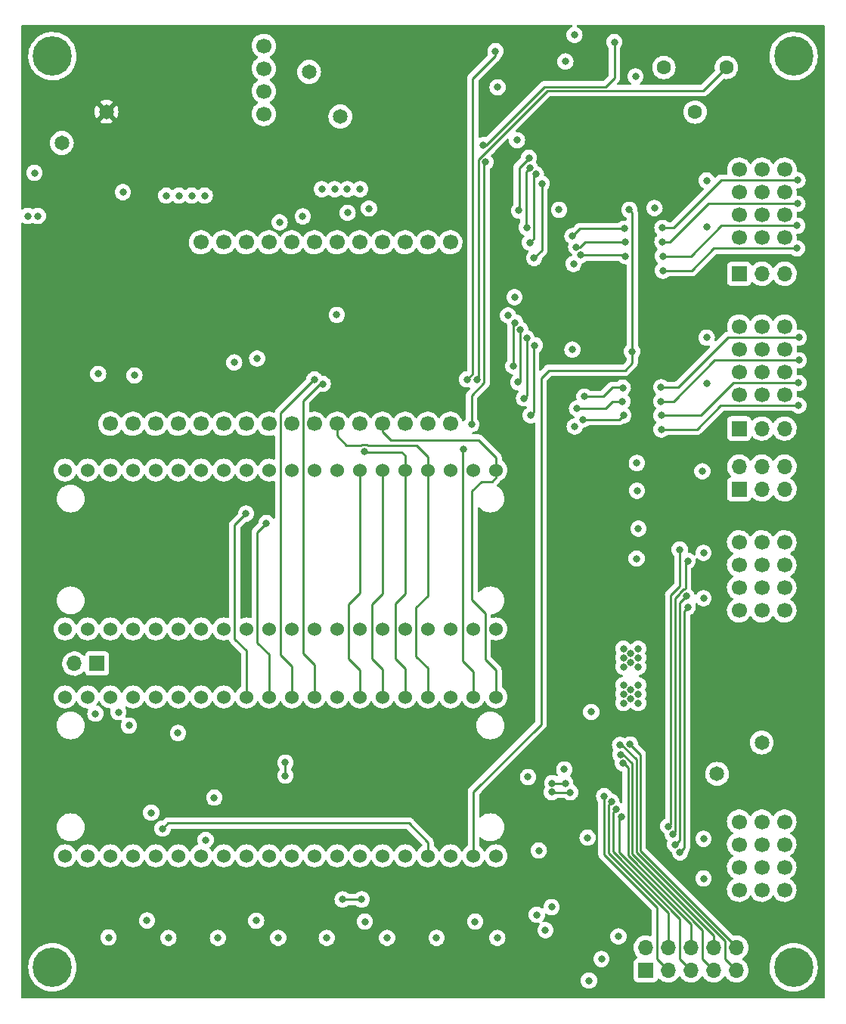
<source format=gbr>
%TF.GenerationSoftware,KiCad,Pcbnew,(6.0.8-1)-1*%
%TF.CreationDate,2023-12-28T14:34:08-05:00*%
%TF.ProjectId,Pico Robotic Controller,5069636f-2052-46f6-926f-74696320436f,V2*%
%TF.SameCoordinates,Original*%
%TF.FileFunction,Copper,L2,Inr*%
%TF.FilePolarity,Positive*%
%FSLAX46Y46*%
G04 Gerber Fmt 4.6, Leading zero omitted, Abs format (unit mm)*
G04 Created by KiCad (PCBNEW (6.0.8-1)-1) date 2023-12-28 14:34:08*
%MOMM*%
%LPD*%
G01*
G04 APERTURE LIST*
%TA.AperFunction,ComponentPad*%
%ADD10R,1.700000X1.700000*%
%TD*%
%TA.AperFunction,ComponentPad*%
%ADD11O,1.700000X1.700000*%
%TD*%
%TA.AperFunction,ComponentPad*%
%ADD12C,1.700000*%
%TD*%
%TA.AperFunction,ComponentPad*%
%ADD13C,1.524000*%
%TD*%
%TA.AperFunction,ComponentPad*%
%ADD14C,1.650000*%
%TD*%
%TA.AperFunction,ComponentPad*%
%ADD15C,4.400000*%
%TD*%
%TA.AperFunction,ComponentPad*%
%ADD16C,1.600000*%
%TD*%
%TA.AperFunction,ViaPad*%
%ADD17C,0.800000*%
%TD*%
%TA.AperFunction,Conductor*%
%ADD18C,0.250000*%
%TD*%
G04 APERTURE END LIST*
D10*
%TO.N,+5V*%
%TO.C,J6*%
X113064000Y-113211600D03*
D11*
%TO.N,VBUS*%
X110524000Y-113211600D03*
%TD*%
D12*
%TO.N,/PWM0*%
%TO.C,J2*%
X184957000Y-138531600D03*
%TO.N,/SERVO_VDD*%
X187497000Y-138531600D03*
%TO.N,GND*%
X190037000Y-138531600D03*
%TO.N,/PWM1*%
X184957000Y-135991600D03*
%TO.N,/SERVO_VDD*%
X187497000Y-135991600D03*
%TO.N,GND*%
X190037000Y-135991600D03*
%TO.N,/PWM2*%
X184957000Y-133451600D03*
%TO.N,/SERVO_VDD*%
X187497000Y-133451600D03*
%TO.N,GND*%
X190037000Y-133451600D03*
%TO.N,/PWM3*%
X184957000Y-130911600D03*
%TO.N,/SERVO_VDD*%
X187497000Y-130911600D03*
%TO.N,GND*%
X190037000Y-130911600D03*
%TD*%
D10*
%TO.N,/ADC0*%
%TO.C,J10*%
X184972000Y-93700200D03*
D11*
%TO.N,/ADC1*%
X184972000Y-91160200D03*
%TO.N,+3V3*%
X187512000Y-93700200D03*
X187512000Y-91160200D03*
%TO.N,GND*%
X190052000Y-93700200D03*
X190052000Y-91160200D03*
%TD*%
D12*
%TO.N,/PWM4*%
%TO.C,J4*%
X184957000Y-107253400D03*
%TO.N,/SERVO_VDD*%
X187497000Y-107253400D03*
%TO.N,GND*%
X190037000Y-107253400D03*
%TO.N,/PWM5*%
X184957000Y-104713400D03*
%TO.N,/SERVO_VDD*%
X187497000Y-104713400D03*
%TO.N,GND*%
X190037000Y-104713400D03*
%TO.N,/PWM6*%
X184957000Y-102173400D03*
%TO.N,/SERVO_VDD*%
X187497000Y-102173400D03*
%TO.N,GND*%
X190037000Y-102173400D03*
%TO.N,/PWM7*%
X184957000Y-99633400D03*
%TO.N,/SERVO_VDD*%
X187497000Y-99633400D03*
%TO.N,GND*%
X190037000Y-99633400D03*
%TD*%
D10*
%TO.N,+3V3*%
%TO.C,J9*%
X184972000Y-69570600D03*
D11*
%TO.N,/VIOB*%
X187512000Y-69570600D03*
%TO.N,+5V*%
X190052000Y-69570600D03*
%TD*%
D13*
%TO.N,/DIO0*%
%TO.C,U2*%
X109474000Y-134721600D03*
%TO.N,/DIO1*%
X112014000Y-134721600D03*
%TO.N,GND*%
X114554000Y-134721600D03*
%TO.N,/SWITCH_SDA1*%
X117094000Y-134721600D03*
%TO.N,/SWITCH_SCL1*%
X119634000Y-134721600D03*
%TO.N,/SWITCH_SDA0*%
X122174000Y-134721600D03*
%TO.N,/SWITCH_SCL0*%
X124714000Y-134721600D03*
%TO.N,GND*%
X127254000Y-134721600D03*
%TO.N,/DIO2*%
X129794000Y-134721600D03*
%TO.N,/DIO3*%
X132334000Y-134721600D03*
%TO.N,/DIO4*%
X134874000Y-134721600D03*
%TO.N,/DIO5*%
X137414000Y-134721600D03*
%TO.N,GND*%
X139954000Y-134721600D03*
%TO.N,/DIO6*%
X142494000Y-134721600D03*
%TO.N,/DIO7*%
X145034000Y-134721600D03*
%TO.N,/PWM_OEn*%
X147574000Y-134721600D03*
%TO.N,/SWITCH_RESETN*%
X150114000Y-134721600D03*
%TO.N,GND*%
X152654000Y-134721600D03*
%TO.N,/DIO_EN*%
X155194000Y-134721600D03*
%TO.N,/ETHSPI_CS*%
X157734000Y-134721600D03*
%TO.N,/PICOWBELL_MISO*%
X157734000Y-116941600D03*
%TO.N,/NEOPIXEL_BRD*%
X155194000Y-116941600D03*
%TO.N,GND*%
X152654000Y-116941600D03*
%TO.N,/PICOWBELL_SCK*%
X150114000Y-116941600D03*
%TO.N,/PICOWBELL_MOSI*%
X147574000Y-116941600D03*
%TO.N,/PICOWBELL_CS*%
X145034000Y-116941600D03*
%TO.N,/PICOWBELL_INT*%
X142494000Y-116941600D03*
%TO.N,GND*%
X139954000Y-116941600D03*
%TO.N,/NEOPIXEL*%
X137414000Y-116941600D03*
%TO.N,/RESETn*%
X134874000Y-116941600D03*
%TO.N,/ADC0_BUF*%
X132334000Y-116941600D03*
%TO.N,/ADC1_BUF*%
X129794000Y-116941600D03*
%TO.N,GND*%
X127254000Y-116941600D03*
%TO.N,unconnected-(U2-Pad34)*%
X124714000Y-116941600D03*
%TO.N,unconnected-(U2-Pad35)*%
X122174000Y-116941600D03*
%TO.N,+3V3*%
X119634000Y-116941600D03*
%TO.N,unconnected-(U2-Pad37)*%
X117094000Y-116941600D03*
%TO.N,GND*%
X114554000Y-116941600D03*
%TO.N,/VSYS*%
X112014000Y-116941600D03*
%TO.N,VBUS*%
X109474000Y-116941600D03*
%TD*%
D12*
%TO.N,Net-(R1-Pad2)*%
%TO.C,U1*%
X131734000Y-44051600D03*
%TO.N,+12V*%
X131734000Y-46591600D03*
%TO.N,GND*%
X131734000Y-49131600D03*
%TO.N,+5V*%
X131734000Y-51671600D03*
%TD*%
D14*
%TO.N,/SERVO_VDD*%
%TO.C,J12*%
X182497000Y-125547000D03*
%TO.N,GND*%
X187497000Y-122047000D03*
%TD*%
D15*
%TO.N,unconnected-(H4-Pad1)*%
%TO.C,H4*%
X191064000Y-45211600D03*
%TD*%
D10*
%TO.N,+3V3*%
%TO.C,J5*%
X184972000Y-86888000D03*
D11*
%TO.N,/VIOA*%
X187512000Y-86888000D03*
%TO.N,+5V*%
X190052000Y-86888000D03*
%TD*%
D16*
%TO.N,/NEOPIXEL*%
%TO.C,J3*%
X183535000Y-46461600D03*
%TO.N,+5V*%
X180035000Y-51461600D03*
%TO.N,GND*%
X176535000Y-46461600D03*
%TD*%
D13*
%TO.N,unconnected-(U3-Pad1)*%
%TO.C,U3*%
X109474000Y-109321600D03*
%TO.N,unconnected-(U3-Pad2)*%
X112014000Y-109321600D03*
%TO.N,GND*%
X114554000Y-109321600D03*
%TO.N,unconnected-(U3-Pad4)*%
X117094000Y-109321600D03*
%TO.N,unconnected-(U3-Pad5)*%
X119634000Y-109321600D03*
%TO.N,unconnected-(U3-Pad6)*%
X122174000Y-109321600D03*
%TO.N,unconnected-(U3-Pad7)*%
X124714000Y-109321600D03*
%TO.N,GND*%
X127254000Y-109321600D03*
%TO.N,unconnected-(U3-Pad9)*%
X129794000Y-109321600D03*
%TO.N,unconnected-(U3-Pad10)*%
X132334000Y-109321600D03*
%TO.N,unconnected-(U3-Pad11)*%
X134874000Y-109321600D03*
%TO.N,unconnected-(U3-Pad12)*%
X137414000Y-109321600D03*
%TO.N,GND*%
X139954000Y-109321600D03*
%TO.N,unconnected-(U3-Pad14)*%
X142494000Y-109321600D03*
%TO.N,unconnected-(U3-Pad15)*%
X145034000Y-109321600D03*
%TO.N,unconnected-(U3-Pad16)*%
X147574000Y-109321600D03*
%TO.N,unconnected-(U3-Pad17)*%
X150114000Y-109321600D03*
%TO.N,GND*%
X152654000Y-109321600D03*
%TO.N,unconnected-(U3-Pad19)*%
X155194000Y-109321600D03*
%TO.N,unconnected-(U3-Pad20)*%
X157734000Y-109321600D03*
%TO.N,/PICOWBELL_MISO*%
X157734000Y-91541600D03*
%TO.N,unconnected-(U3-Pad22)*%
X155194000Y-91541600D03*
%TO.N,GND*%
X152654000Y-91541600D03*
%TO.N,/PICOWBELL_SCK*%
X150114000Y-91541600D03*
%TO.N,/PICOWBELL_MOSI*%
X147574000Y-91541600D03*
%TO.N,/PICOWBELL_CS*%
X145034000Y-91541600D03*
%TO.N,/PICOWBELL_INT*%
X142494000Y-91541600D03*
%TO.N,GND*%
X139954000Y-91541600D03*
%TO.N,unconnected-(U3-Pad29)*%
X137414000Y-91541600D03*
%TO.N,unconnected-(U3-Pad30)*%
X134874000Y-91541600D03*
%TO.N,unconnected-(U3-Pad31)*%
X132334000Y-91541600D03*
%TO.N,unconnected-(U3-Pad32)*%
X129794000Y-91541600D03*
%TO.N,GND*%
X127254000Y-91541600D03*
%TO.N,unconnected-(U3-Pad34)*%
X124714000Y-91541600D03*
%TO.N,unconnected-(U3-Pad35)*%
X122174000Y-91541600D03*
%TO.N,+3V3*%
X119634000Y-91541600D03*
%TO.N,unconnected-(U3-Pad37)*%
X117094000Y-91541600D03*
%TO.N,GND*%
X114554000Y-91541600D03*
%TO.N,unconnected-(U3-Pad39)*%
X112014000Y-91541600D03*
%TO.N,VBUS*%
X109474000Y-91541600D03*
%TD*%
D15*
%TO.N,unconnected-(H3-Pad1)*%
%TO.C,H3*%
X191064000Y-147211600D03*
%TD*%
D12*
%TO.N,unconnected-(U6-Pad1)*%
%TO.C,U6*%
X114554000Y-86366600D03*
%TO.N,+3V3*%
X117064000Y-86366600D03*
%TO.N,unconnected-(U6-Pad3)*%
X119604000Y-86366600D03*
%TO.N,GND*%
X122144000Y-86366600D03*
%TO.N,unconnected-(U6-Pad5)*%
X124684000Y-86366600D03*
%TO.N,unconnected-(U6-Pad6)*%
X127224000Y-86366600D03*
%TO.N,unconnected-(U6-Pad7)*%
X129764000Y-86366600D03*
%TO.N,unconnected-(U6-Pad8)*%
X132304000Y-86366600D03*
%TO.N,unconnected-(U6-Pad9)*%
X134844000Y-86366600D03*
%TO.N,unconnected-(U6-Pad10)*%
X137384000Y-86366600D03*
%TO.N,/PICOWBELL_SCK*%
X139924000Y-86366600D03*
%TO.N,/PICOWBELL_MOSI*%
X142464000Y-86366600D03*
%TO.N,/PICOWBELL_MISO*%
X145004000Y-86366600D03*
%TO.N,unconnected-(U6-Pad14)*%
X147544000Y-86366600D03*
%TO.N,unconnected-(U6-Pad15)*%
X150084000Y-86366600D03*
%TO.N,unconnected-(U6-Pad16)*%
X152624000Y-86366600D03*
%TO.N,unconnected-(U6-Pad17)*%
X152624000Y-66046600D03*
%TO.N,unconnected-(U6-Pad18)*%
X150084000Y-66046600D03*
%TO.N,unconnected-(U6-Pad19)*%
X147544000Y-66046600D03*
%TO.N,unconnected-(U6-Pad20)*%
X145004000Y-66046600D03*
%TO.N,unconnected-(U6-Pad21)*%
X142464000Y-66046600D03*
%TO.N,/ETHSPI_CS*%
X139924000Y-66046600D03*
%TO.N,unconnected-(U6-Pad23)*%
X137384000Y-66046600D03*
%TO.N,unconnected-(U6-Pad24)*%
X134844000Y-66046600D03*
%TO.N,unconnected-(U6-Pad25)*%
X132304000Y-66046600D03*
%TO.N,unconnected-(U6-Pad26)*%
X129764000Y-66046600D03*
%TO.N,unconnected-(U6-Pad27)*%
X127224000Y-66046600D03*
%TO.N,unconnected-(U6-Pad28)*%
X124684000Y-66046600D03*
%TD*%
D14*
%TO.N,+5V*%
%TO.C,J11*%
X140301000Y-51960000D03*
%TO.N,GND*%
X136801000Y-46960000D03*
%TD*%
D12*
%TO.N,/DIO0_LS*%
%TO.C,J7*%
X184972000Y-83078000D03*
%TO.N,/VIOA*%
X187512000Y-83078000D03*
%TO.N,GND*%
X190052000Y-83078000D03*
%TO.N,/DIO1_LS*%
X184972000Y-80538000D03*
%TO.N,/VIOA*%
X187512000Y-80538000D03*
%TO.N,GND*%
X190052000Y-80538000D03*
%TO.N,/DIO2_LS*%
X184972000Y-77998000D03*
%TO.N,/VIOA*%
X187512000Y-77998000D03*
%TO.N,GND*%
X190052000Y-77998000D03*
%TO.N,/DIO3_LS*%
X184972000Y-75458000D03*
%TO.N,/VIOA*%
X187512000Y-75458000D03*
%TO.N,GND*%
X190052000Y-75458000D03*
%TD*%
%TO.N,/DIO4_LS*%
%TO.C,J8*%
X184972000Y-65532000D03*
%TO.N,/VIOB*%
X187512000Y-65532000D03*
%TO.N,GND*%
X190052000Y-65532000D03*
%TO.N,/DIO5_LS*%
X184972000Y-62992000D03*
%TO.N,/VIOB*%
X187512000Y-62992000D03*
%TO.N,GND*%
X190052000Y-62992000D03*
%TO.N,/DIO6_LS*%
X184972000Y-60452000D03*
%TO.N,/VIOB*%
X187512000Y-60452000D03*
%TO.N,GND*%
X190052000Y-60452000D03*
%TO.N,/DIO7_LS*%
X184972000Y-57912000D03*
%TO.N,/VIOB*%
X187512000Y-57912000D03*
%TO.N,GND*%
X190052000Y-57912000D03*
%TD*%
D14*
%TO.N,+BATT*%
%TO.C,J1*%
X114114000Y-51424600D03*
%TO.N,GND*%
X109114000Y-54924600D03*
%TD*%
D15*
%TO.N,unconnected-(H2-Pad1)*%
%TO.C,H2*%
X108064000Y-147211600D03*
%TD*%
%TO.N,unconnected-(H1-Pad1)*%
%TO.C,H1*%
X108064000Y-45211600D03*
%TD*%
D10*
%TO.N,+3V3*%
%TO.C,J13*%
X174498000Y-147548600D03*
D11*
%TO.N,GND*%
X174498000Y-145008600D03*
%TO.N,/M0_IN1*%
X177038000Y-147548600D03*
%TO.N,/M0_IN2*%
X177038000Y-145008600D03*
%TO.N,/M1_IN1*%
X179578000Y-147548600D03*
%TO.N,/M1_IN2*%
X179578000Y-145008600D03*
%TO.N,/M2_IN1*%
X182118000Y-147548600D03*
%TO.N,/M2_IN2*%
X182118000Y-145008600D03*
%TO.N,/M3_IN1*%
X184658000Y-147548600D03*
%TO.N,/M3_IN2*%
X184658000Y-145008600D03*
%TD*%
D17*
%TO.N,GND*%
X165506400Y-45796200D03*
X120814000Y-60811600D03*
X166420800Y-68453000D03*
X139660133Y-60096400D03*
X181356000Y-81813400D03*
X165381034Y-125061633D03*
X126187200Y-128219200D03*
X122123200Y-120980200D03*
X172003000Y-111543800D03*
X180975000Y-100812600D03*
X168402000Y-118618000D03*
X145542000Y-143916400D03*
X130878500Y-141986000D03*
X119126000Y-129895600D03*
X138785600Y-143916400D03*
X172828000Y-112068800D03*
X162534600Y-134137400D03*
X126593600Y-143916400D03*
X173482000Y-101447600D03*
X173507400Y-90754200D03*
X163957000Y-140462000D03*
X116636800Y-120142000D03*
X172828000Y-116136300D03*
X164795200Y-62407800D03*
X173355000Y-47472600D03*
X173653000Y-116623800D03*
X159816800Y-72186800D03*
X142526800Y-60096400D03*
X138226800Y-60096400D03*
X155397200Y-142087600D03*
X180975000Y-105892600D03*
X172003000Y-117636300D03*
X166293800Y-78054200D03*
X118656290Y-141973417D03*
X172003000Y-115611300D03*
X180848000Y-91668600D03*
X122247333Y-60811600D03*
X172828000Y-117148800D03*
X173532800Y-93853000D03*
X180975000Y-137261600D03*
X169545000Y-146278600D03*
X173653000Y-113568800D03*
X133350000Y-143916400D03*
X172003000Y-113568800D03*
X160096200Y-54610000D03*
X172003000Y-112556300D03*
X181330600Y-59131200D03*
X173685200Y-98094800D03*
X172003000Y-116623800D03*
X157917000Y-48686600D03*
X123680666Y-60811600D03*
X157886400Y-143916400D03*
X173653000Y-112556300D03*
X180975000Y-132816600D03*
X168148000Y-148691600D03*
X114350800Y-143865600D03*
X173653000Y-117636300D03*
X167995600Y-132689600D03*
X181330600Y-76708000D03*
X166547800Y-86657300D03*
X141093466Y-60096400D03*
X173653000Y-111543800D03*
X172828000Y-113081300D03*
X125222000Y-132943600D03*
X151079200Y-143916400D03*
X106045000Y-58267600D03*
X181330600Y-64287400D03*
X173653000Y-115611300D03*
X125114000Y-60811600D03*
X161315400Y-125907800D03*
X143052800Y-142087600D03*
X121056400Y-143916400D03*
X171450000Y-143738600D03*
X175488600Y-62204600D03*
%TO.N,+5V*%
X105308400Y-63093600D03*
X115951000Y-60426600D03*
X106426000Y-63093600D03*
X166522400Y-42824400D03*
%TO.N,+BATT*%
X109664000Y-49161600D03*
X109664000Y-51811600D03*
X106997333Y-51811600D03*
X106997333Y-49161600D03*
X108330666Y-51811600D03*
X109664000Y-50486600D03*
X108330666Y-50486600D03*
X105664000Y-51811600D03*
X106997333Y-50486600D03*
X105664000Y-49161600D03*
X105664000Y-50486600D03*
X108330666Y-49161600D03*
%TO.N,/NEOPIXEL_BRD*%
X170992800Y-43637200D03*
X154990800Y-86410800D03*
X156565600Y-57048400D03*
X154076400Y-89204800D03*
X156311600Y-55168800D03*
%TO.N,/DIO0*%
X117246400Y-80944400D03*
X113182400Y-80772000D03*
X112877600Y-118821200D03*
X161607500Y-85407500D03*
X162077400Y-77571600D03*
%TO.N,/DIO1*%
X161163000Y-76784200D03*
X115443000Y-118643400D03*
X160870900Y-83502500D03*
%TO.N,/DIO2*%
X160467599Y-75840790D03*
X128422400Y-79495400D03*
X160223200Y-81711800D03*
%TO.N,/DIO3*%
X159677100Y-79895700D03*
X159880900Y-75031600D03*
X130987800Y-79045400D03*
%TO.N,/DIO4*%
X162001200Y-67792600D03*
X162864800Y-59461400D03*
X133502400Y-63804800D03*
%TO.N,/DIO5*%
X136093200Y-63144400D03*
X161518600Y-66065400D03*
X162198713Y-58415829D03*
%TO.N,/DIO6*%
X141122400Y-62731900D03*
X161175700Y-64376300D03*
X161518600Y-57683400D03*
%TO.N,/DIO7*%
X161417000Y-56591200D03*
X143510000Y-62267500D03*
X160303699Y-62479701D03*
%TO.N,/PWM6*%
X179197000Y-101701600D03*
X177546000Y-132308600D03*
%TO.N,/PWM7*%
X177038000Y-131419600D03*
X178308000Y-100431600D03*
%TO.N,/PWM4*%
X179197000Y-106908600D03*
X178345500Y-134340600D03*
%TO.N,/PWM5*%
X179070000Y-105638600D03*
X177800000Y-133451600D03*
%TO.N,/ST_SDA2*%
X134149500Y-125750500D03*
X134149500Y-124301500D03*
%TO.N,/ST_SCL3*%
X142697200Y-139604500D03*
X140563600Y-139604500D03*
%TO.N,/NEOPIXEL*%
X155651200Y-81432400D03*
X138328400Y-81902900D03*
%TO.N,/SWITCH_SCL0*%
X162306000Y-141325600D03*
X164033200Y-126593600D03*
X165494300Y-126593600D03*
%TO.N,/SWITCH_SDA0*%
X166039800Y-127609600D03*
X163975224Y-127591420D03*
X163271200Y-143052800D03*
%TO.N,/SWITCH_RESETN*%
X120396000Y-131673600D03*
%TO.N,/RESETn*%
X137414000Y-81394400D03*
X154482800Y-81394400D03*
X157683200Y-44653200D03*
%TO.N,/ETHSPI_CS*%
X139903200Y-74161900D03*
X159080200Y-74218800D03*
%TO.N,/PICOWBELL_MOSI*%
X143002000Y-89458800D03*
%TO.N,/M0_IN1*%
X169850300Y-128041400D03*
%TO.N,/M0_IN2*%
X170658584Y-128673809D03*
%TO.N,/M1_IN1*%
X171157300Y-129540000D03*
%TO.N,/M1_IN2*%
X171813900Y-130378200D03*
%TO.N,/M2_IN1*%
X171932600Y-124358400D03*
%TO.N,/M2_IN2*%
X171671184Y-123377186D03*
%TO.N,/M3_IN1*%
X171623698Y-122305102D03*
%TO.N,/M3_IN2*%
X172758904Y-122264411D03*
%TO.N,/DIO_EN*%
X172974000Y-78257400D03*
X172669200Y-62407800D03*
%TO.N,/ADC0_BUF*%
X132029200Y-97485200D03*
%TO.N,/ADC1_BUF*%
X129743200Y-96418400D03*
%TO.N,Net-(D17-Pad1)*%
X191643000Y-76708000D03*
X176225200Y-82270600D03*
%TO.N,Net-(D18-Pad1)*%
X176377600Y-64439800D03*
X191497200Y-59087000D03*
%TO.N,Net-(D19-Pad1)*%
X191490600Y-61722000D03*
X176377600Y-65989200D03*
%TO.N,Net-(D20-Pad1)*%
X191465200Y-64185800D03*
X176403000Y-67589400D03*
%TO.N,Net-(D21-Pad1)*%
X176428400Y-69215000D03*
X191439800Y-66725800D03*
%TO.N,Net-(D22-Pad1)*%
X176225200Y-83845400D03*
X191643000Y-79248000D03*
%TO.N,Net-(D23-Pad1)*%
X191617600Y-81788000D03*
X176250600Y-85420200D03*
%TO.N,Net-(D24-Pad1)*%
X176250600Y-86995000D03*
X191617600Y-84302600D03*
%TO.N,Net-(R10-Pad1)*%
X171932600Y-82321400D03*
X167640000Y-83312000D03*
%TO.N,Net-(R11-Pad1)*%
X166293800Y-65354200D03*
X172110400Y-64516000D03*
%TO.N,Net-(R12-Pad1)*%
X166725600Y-66573400D03*
X172237400Y-65989200D03*
%TO.N,Net-(R13-Pad1)*%
X172237400Y-67589400D03*
X167208200Y-67487800D03*
%TO.N,Net-(R15-Pad1)*%
X166801800Y-84632800D03*
X171907200Y-83845400D03*
%TO.N,Net-(R16-Pad1)*%
X167436800Y-85877400D03*
X172008800Y-85420200D03*
%TD*%
D18*
%TO.N,/NEOPIXEL_BRD*%
X154990800Y-83210400D02*
X154990800Y-86410800D01*
X155194000Y-116941600D02*
X155194000Y-114096800D01*
X153974800Y-89306400D02*
X154076400Y-89204800D01*
X156616400Y-55168800D02*
X163162400Y-48622800D01*
X163162400Y-48622800D02*
X170020400Y-48622800D01*
X155194000Y-114096800D02*
X153974800Y-112877600D01*
X153974800Y-112877600D02*
X153974800Y-89306400D01*
X156413200Y-81788000D02*
X154990800Y-83210400D01*
X156413200Y-57200800D02*
X156413200Y-81788000D01*
X156565600Y-57048400D02*
X156413200Y-57200800D01*
X156311600Y-55168800D02*
X156616400Y-55168800D01*
X170992800Y-47650400D02*
X170992800Y-43637200D01*
X170020400Y-48622800D02*
X170992800Y-47650400D01*
%TO.N,/DIO0*%
X161925000Y-77724000D02*
X162077400Y-77571600D01*
X161925000Y-85090000D02*
X161925000Y-77724000D01*
X161607500Y-85407500D02*
X161925000Y-85090000D01*
%TO.N,/DIO1*%
X161163000Y-83210400D02*
X161163000Y-76784200D01*
X160870900Y-83502500D02*
X161163000Y-83210400D01*
%TO.N,/DIO2*%
X160402100Y-75906289D02*
X160467599Y-75840790D01*
X160402100Y-81532900D02*
X160402100Y-75906289D01*
X160223200Y-81711800D02*
X160402100Y-81532900D01*
%TO.N,/DIO3*%
X159677100Y-75235400D02*
X159880900Y-75031600D01*
X159677100Y-79895700D02*
X159677100Y-75235400D01*
%TO.N,/DIO4*%
X162864800Y-59461400D02*
X162864800Y-66929000D01*
X162864800Y-66929000D02*
X162001200Y-67792600D01*
%TO.N,/DIO5*%
X162001200Y-65582800D02*
X161518600Y-66065400D01*
X162001200Y-58613342D02*
X162001200Y-65582800D01*
X162198713Y-58415829D02*
X162001200Y-58613342D01*
%TO.N,/DIO6*%
X161086800Y-64287400D02*
X161175700Y-64376300D01*
X161086800Y-58115200D02*
X161086800Y-64287400D01*
X161518600Y-57683400D02*
X161086800Y-58115200D01*
%TO.N,/DIO7*%
X160324800Y-62458600D02*
X160303699Y-62479701D01*
X161417000Y-56591200D02*
X160324800Y-57683400D01*
X160324800Y-57683400D02*
X160324800Y-62458600D01*
%TO.N,/PWM6*%
X179197000Y-101701600D02*
X178943000Y-101955600D01*
X178345000Y-105338295D02*
X178345000Y-105347600D01*
X177800000Y-132054600D02*
X177546000Y-132308600D01*
X178769695Y-104913600D02*
X178345000Y-105338295D01*
X177800000Y-105892600D02*
X177800000Y-132054600D01*
X178943000Y-104749600D02*
X178779000Y-104913600D01*
X178345000Y-105347600D02*
X177800000Y-105892600D01*
X178779000Y-104913600D02*
X178769695Y-104913600D01*
X178943000Y-101955600D02*
X178943000Y-104749600D01*
%TO.N,/PWM7*%
X177292000Y-131165600D02*
X177038000Y-131419600D01*
X178308000Y-100431600D02*
X178308000Y-104495600D01*
X178308000Y-104495600D02*
X177292000Y-105511600D01*
X177292000Y-105511600D02*
X177292000Y-131165600D01*
%TO.N,/PWM4*%
X179197000Y-106908600D02*
X178816000Y-107289600D01*
X178816000Y-133870100D02*
X178345500Y-134340600D01*
X178816000Y-107289600D02*
X178816000Y-133870100D01*
%TO.N,/PWM5*%
X178308000Y-106400600D02*
X178308000Y-132943600D01*
X178308000Y-132943600D02*
X177800000Y-133451600D01*
X179070000Y-105638600D02*
X178308000Y-106400600D01*
%TO.N,/ST_SDA2*%
X134149500Y-124301500D02*
X134149500Y-125750500D01*
%TO.N,/ST_SCL3*%
X142697200Y-139604500D02*
X140563600Y-139604500D01*
%TO.N,/NEOPIXEL*%
X156805800Y-55741400D02*
X156815105Y-55741400D01*
X157239800Y-55316705D02*
X157239800Y-55307400D01*
X137414000Y-113334800D02*
X137414000Y-116941600D01*
X157239800Y-55307400D02*
X163474400Y-49072800D01*
X155745600Y-56801600D02*
X156805800Y-55741400D01*
X155745600Y-81338000D02*
X155745600Y-56801600D01*
X156815105Y-55741400D02*
X157239800Y-55316705D01*
X136144000Y-112064800D02*
X137414000Y-113334800D01*
X138010300Y-81902900D02*
X136144000Y-83769200D01*
X138328400Y-81902900D02*
X138010300Y-81902900D01*
X136144000Y-83769200D02*
X136144000Y-112064800D01*
X180923800Y-49072800D02*
X183535000Y-46461600D01*
X155651200Y-81432400D02*
X155745600Y-81338000D01*
X163474400Y-49072800D02*
X180923800Y-49072800D01*
%TO.N,/SWITCH_SCL0*%
X165494300Y-126593600D02*
X164033200Y-126593600D01*
%TO.N,/SWITCH_SDA0*%
X166039800Y-127609600D02*
X163993404Y-127609600D01*
X163993404Y-127609600D02*
X163975224Y-127591420D01*
%TO.N,/SWITCH_RESETN*%
X147980400Y-131064000D02*
X121005600Y-131064000D01*
X150114000Y-134721600D02*
X150114000Y-133197600D01*
X121005600Y-131064000D02*
X120396000Y-131673600D01*
X150114000Y-133197600D02*
X147980400Y-131064000D01*
%TO.N,/RESETn*%
X137414000Y-81394400D02*
X137350400Y-81394400D01*
X134874000Y-113487200D02*
X134874000Y-116941600D01*
X137350400Y-81394400D02*
X133604000Y-85140800D01*
X155143200Y-47701200D02*
X155143200Y-80734000D01*
X155143200Y-80734000D02*
X154482800Y-81394400D01*
X157683200Y-45161200D02*
X155143200Y-47701200D01*
X133604000Y-112217200D02*
X134874000Y-113487200D01*
X133604000Y-85140800D02*
X133604000Y-112217200D01*
X157683200Y-44653200D02*
X157683200Y-45161200D01*
%TO.N,/PICOWBELL_MISO*%
X157734000Y-92354400D02*
X157734000Y-91541600D01*
X157276800Y-92811600D02*
X157734000Y-92354400D01*
X145004000Y-86366600D02*
X145004000Y-87244400D01*
X157734000Y-116941600D02*
X157734000Y-113944400D01*
X145948400Y-88188800D02*
X155803600Y-88188800D01*
X156514800Y-112725200D02*
X156514800Y-107543600D01*
X145004000Y-87244400D02*
X145948400Y-88188800D01*
X157734000Y-113944400D02*
X156514800Y-112725200D01*
X156108400Y-92811600D02*
X157276800Y-92811600D01*
X155803600Y-88188800D02*
X157734000Y-90119200D01*
X157734000Y-90119200D02*
X157734000Y-91541600D01*
X156514800Y-107543600D02*
X155041600Y-106070400D01*
X155041600Y-93878400D02*
X156108400Y-92811600D01*
X155041600Y-106070400D02*
X155041600Y-93878400D01*
%TO.N,/PICOWBELL_SCK*%
X150114000Y-90017600D02*
X150114000Y-91541600D01*
X150114000Y-105613200D02*
X150114000Y-91541600D01*
X142687895Y-88747600D02*
X142701695Y-88733800D01*
X142701695Y-88733800D02*
X143302305Y-88733800D01*
X139924000Y-86366600D02*
X139924000Y-87701600D01*
X148793200Y-112369600D02*
X148793200Y-106934000D01*
X148844000Y-88747600D02*
X150114000Y-90017600D01*
X143302305Y-88733800D02*
X143316105Y-88747600D01*
X150114000Y-116941600D02*
X150114000Y-113690400D01*
X140970000Y-88747600D02*
X142687895Y-88747600D01*
X139924000Y-87701600D02*
X140970000Y-88747600D01*
X143316105Y-88747600D02*
X148844000Y-88747600D01*
X148793200Y-106934000D02*
X150114000Y-105613200D01*
X150114000Y-113690400D02*
X148793200Y-112369600D01*
%TO.N,/PICOWBELL_MOSI*%
X146487000Y-106497000D02*
X147574000Y-105410000D01*
X147574000Y-105410000D02*
X147574000Y-91541600D01*
X146487000Y-112705000D02*
X146487000Y-106497000D01*
X147167600Y-89509600D02*
X147574000Y-89916000D01*
X143052800Y-89509600D02*
X147167600Y-89509600D01*
X147574000Y-116941600D02*
X147574000Y-113792000D01*
X147574000Y-113792000D02*
X146487000Y-112705000D01*
X147574000Y-89916000D02*
X147574000Y-91541600D01*
X143002000Y-89458800D02*
X143052800Y-89509600D01*
%TO.N,/PICOWBELL_CS*%
X145034000Y-116941600D02*
X145034000Y-113842800D01*
X145034000Y-113842800D02*
X143865600Y-112674400D01*
X143865600Y-106578400D02*
X145034000Y-105410000D01*
X143865600Y-112674400D02*
X143865600Y-106578400D01*
X145034000Y-105410000D02*
X145034000Y-91541600D01*
%TO.N,/PICOWBELL_INT*%
X142494000Y-116941600D02*
X142494000Y-113944400D01*
X141224000Y-112674400D02*
X141224000Y-106578400D01*
X142494000Y-113944400D02*
X141224000Y-112674400D01*
X142494000Y-105308400D02*
X142494000Y-91541600D01*
X141224000Y-106578400D02*
X142494000Y-105308400D01*
%TO.N,/M0_IN1*%
X169850300Y-128041400D02*
X169824400Y-128067300D01*
X169824400Y-134552176D02*
X175768000Y-140495776D01*
X175768000Y-146278600D02*
X177038000Y-147548600D01*
X175768000Y-140495776D02*
X175768000Y-146278600D01*
X169824400Y-128067300D02*
X169824400Y-134552176D01*
%TO.N,/M0_IN2*%
X170365000Y-129172412D02*
X170365000Y-134456380D01*
X170658584Y-128673809D02*
X170363300Y-128969093D01*
X177038000Y-141129380D02*
X177038000Y-145008600D01*
X170363300Y-128969093D02*
X170363300Y-129170712D01*
X170365000Y-134456380D02*
X177038000Y-141129380D01*
X170363300Y-129170712D02*
X170365000Y-129172412D01*
%TO.N,/M1_IN1*%
X170815000Y-129882300D02*
X170815000Y-134269984D01*
X178308000Y-141762984D02*
X178308000Y-146278600D01*
X170815000Y-134269984D02*
X178308000Y-141762984D01*
X171157300Y-129540000D02*
X170815000Y-129882300D01*
X178308000Y-146278600D02*
X179578000Y-147548600D01*
%TO.N,/M1_IN2*%
X171813900Y-130378200D02*
X171551600Y-130640500D01*
X171551600Y-134370188D02*
X179578000Y-142396588D01*
X179578000Y-142396588D02*
X179578000Y-145008600D01*
X171551600Y-130640500D02*
X171551600Y-134370188D01*
%TO.N,/M2_IN1*%
X180848000Y-146278600D02*
X182118000Y-147548600D01*
X172538400Y-124819205D02*
X172538400Y-134720592D01*
X180848000Y-143030192D02*
X180848000Y-146278600D01*
X171932600Y-124358400D02*
X172077595Y-124358400D01*
X172077595Y-124358400D02*
X172538400Y-124819205D01*
X172538400Y-134720592D02*
X180848000Y-143030192D01*
%TO.N,/M2_IN2*%
X172988400Y-124388895D02*
X172988400Y-134534196D01*
X171976691Y-123377186D02*
X172988400Y-124388895D01*
X171671184Y-123377186D02*
X171976691Y-123377186D01*
X172988400Y-134534196D02*
X182118000Y-143663796D01*
X182118000Y-143663796D02*
X182118000Y-145008600D01*
%TO.N,/M3_IN1*%
X173438400Y-134347800D02*
X183362600Y-144272000D01*
X173438400Y-123968505D02*
X173438400Y-134347800D01*
X171623698Y-122305102D02*
X171774997Y-122305102D01*
X183362600Y-146253200D02*
X184658000Y-147548600D01*
X171774997Y-122305102D02*
X173438400Y-123968505D01*
X183362600Y-144272000D02*
X183362600Y-146253200D01*
%TO.N,/M3_IN2*%
X184658000Y-144931004D02*
X184658000Y-145008600D01*
X173888400Y-123393907D02*
X173888400Y-134161404D01*
X172758904Y-122264411D02*
X173888400Y-123393907D01*
X173888400Y-134161404D02*
X184658000Y-144931004D01*
%TO.N,/DIO_EN*%
X172186600Y-80365600D02*
X172974000Y-79578200D01*
X172974000Y-79578200D02*
X172974000Y-78257400D01*
X162788600Y-119989600D02*
X162788600Y-81229200D01*
X172987800Y-62726400D02*
X172987800Y-78243600D01*
X172669200Y-62407800D02*
X172987800Y-62726400D01*
X172987800Y-78243600D02*
X172974000Y-78257400D01*
X163652200Y-80365600D02*
X172186600Y-80365600D01*
X155194000Y-134721600D02*
X155194000Y-127584200D01*
X162788600Y-81229200D02*
X163652200Y-80365600D01*
X155194000Y-127584200D02*
X162788600Y-119989600D01*
%TO.N,/ADC0_BUF*%
X131013200Y-98501200D02*
X132029200Y-97485200D01*
X132334000Y-112166400D02*
X131013200Y-110845600D01*
X132334000Y-116941600D02*
X132334000Y-112166400D01*
X131013200Y-110845600D02*
X131013200Y-98501200D01*
%TO.N,/ADC1_BUF*%
X128473200Y-97688400D02*
X128473200Y-110439200D01*
X128473200Y-110439200D02*
X129794000Y-111760000D01*
X129794000Y-111760000D02*
X129794000Y-116941600D01*
X129743200Y-96418400D02*
X128473200Y-97688400D01*
%TO.N,Net-(D17-Pad1)*%
X184226200Y-76682600D02*
X183692800Y-76682600D01*
X178104800Y-82270600D02*
X176225200Y-82270600D01*
X191643000Y-76708000D02*
X184251600Y-76708000D01*
X183692800Y-76682600D02*
X178104800Y-82270600D01*
X184251600Y-76708000D02*
X184226200Y-76682600D01*
%TO.N,Net-(D18-Pad1)*%
X176377600Y-64439800D02*
X177596800Y-64439800D01*
X177596800Y-64439800D02*
X182949600Y-59087000D01*
X182949600Y-59087000D02*
X191497200Y-59087000D01*
%TO.N,Net-(D19-Pad1)*%
X177241200Y-65989200D02*
X181508400Y-61722000D01*
X176377600Y-65989200D02*
X177241200Y-65989200D01*
X181508400Y-61722000D02*
X191490600Y-61722000D01*
%TO.N,Net-(D20-Pad1)*%
X182981600Y-64185800D02*
X191465200Y-64185800D01*
X179578000Y-67589400D02*
X182981600Y-64185800D01*
X176403000Y-67589400D02*
X179578000Y-67589400D01*
%TO.N,Net-(D21-Pad1)*%
X182143400Y-66725800D02*
X191439800Y-66725800D01*
X179654200Y-69215000D02*
X182143400Y-66725800D01*
X176428400Y-69215000D02*
X179654200Y-69215000D01*
%TO.N,Net-(D22-Pad1)*%
X191643000Y-79248000D02*
X182194200Y-79248000D01*
X177596800Y-83845400D02*
X176225200Y-83845400D01*
X182194200Y-79248000D02*
X177596800Y-83845400D01*
%TO.N,Net-(D23-Pad1)*%
X191617600Y-81788000D02*
X184327800Y-81788000D01*
X180695600Y-85420200D02*
X176250600Y-85420200D01*
X184327800Y-81788000D02*
X180695600Y-85420200D01*
%TO.N,Net-(D24-Pad1)*%
X191617600Y-84302600D02*
X182905400Y-84302600D01*
X182905400Y-84302600D02*
X180213000Y-86995000D01*
X180213000Y-86995000D02*
X176250600Y-86995000D01*
%TO.N,Net-(R10-Pad1)*%
X170738800Y-82296000D02*
X171907200Y-82296000D01*
X169722800Y-83312000D02*
X170738800Y-82296000D01*
X167640000Y-83312000D02*
X169722800Y-83312000D01*
X171907200Y-82296000D02*
X171932600Y-82321400D01*
%TO.N,Net-(R11-Pad1)*%
X167132000Y-64516000D02*
X166293800Y-65354200D01*
X172110400Y-64516000D02*
X167132000Y-64516000D01*
%TO.N,Net-(R12-Pad1)*%
X167157400Y-66573400D02*
X167741600Y-65989200D01*
X167741600Y-65989200D02*
X172237400Y-65989200D01*
X166725600Y-66573400D02*
X167157400Y-66573400D01*
%TO.N,Net-(R13-Pad1)*%
X167208200Y-67487800D02*
X172135800Y-67487800D01*
X172135800Y-67487800D02*
X172237400Y-67589400D01*
%TO.N,Net-(R15-Pad1)*%
X170002200Y-84632800D02*
X170789600Y-83845400D01*
X166801800Y-84632800D02*
X170002200Y-84632800D01*
X170789600Y-83845400D02*
X171907200Y-83845400D01*
%TO.N,Net-(R16-Pad1)*%
X167436800Y-85877400D02*
X171551600Y-85877400D01*
X171551600Y-85877400D02*
X172008800Y-85420200D01*
%TD*%
%TA.AperFunction,Conductor*%
%TO.N,+BATT*%
G36*
X166244404Y-41740102D02*
G01*
X166290897Y-41793758D01*
X166301001Y-41864032D01*
X166271507Y-41928612D01*
X166227532Y-41961207D01*
X166071678Y-42030597D01*
X166071676Y-42030598D01*
X166065648Y-42033282D01*
X165911147Y-42145534D01*
X165783360Y-42287456D01*
X165687873Y-42452844D01*
X165628858Y-42634472D01*
X165628168Y-42641033D01*
X165628168Y-42641035D01*
X165618432Y-42733669D01*
X165608896Y-42824400D01*
X165609586Y-42830965D01*
X165624165Y-42969673D01*
X165628858Y-43014328D01*
X165687873Y-43195956D01*
X165691176Y-43201678D01*
X165691177Y-43201679D01*
X165724803Y-43259921D01*
X165783360Y-43361344D01*
X165787778Y-43366251D01*
X165787779Y-43366252D01*
X165836316Y-43420158D01*
X165911147Y-43503266D01*
X166010243Y-43575264D01*
X166054687Y-43607554D01*
X166065648Y-43615518D01*
X166071676Y-43618202D01*
X166071678Y-43618203D01*
X166205844Y-43677937D01*
X166240112Y-43693194D01*
X166333512Y-43713047D01*
X166420456Y-43731528D01*
X166420461Y-43731528D01*
X166426913Y-43732900D01*
X166617887Y-43732900D01*
X166624339Y-43731528D01*
X166624344Y-43731528D01*
X166711287Y-43713047D01*
X166804688Y-43693194D01*
X166838956Y-43677937D01*
X166973122Y-43618203D01*
X166973124Y-43618202D01*
X166979152Y-43615518D01*
X166990114Y-43607554D01*
X167034557Y-43575264D01*
X167133653Y-43503266D01*
X167208484Y-43420158D01*
X167257021Y-43366252D01*
X167257022Y-43366251D01*
X167261440Y-43361344D01*
X167319997Y-43259921D01*
X167353623Y-43201679D01*
X167353624Y-43201678D01*
X167356927Y-43195956D01*
X167415942Y-43014328D01*
X167420636Y-42969673D01*
X167435214Y-42830965D01*
X167435904Y-42824400D01*
X167426368Y-42733669D01*
X167416632Y-42641035D01*
X167416632Y-42641033D01*
X167415942Y-42634472D01*
X167356927Y-42452844D01*
X167261440Y-42287456D01*
X167133653Y-42145534D01*
X166979152Y-42033282D01*
X166973124Y-42030598D01*
X166973122Y-42030597D01*
X166817268Y-41961207D01*
X166763172Y-41915227D01*
X166742523Y-41847300D01*
X166761875Y-41778992D01*
X166815086Y-41731990D01*
X166868517Y-41720100D01*
X194429500Y-41720100D01*
X194497621Y-41740102D01*
X194544114Y-41793758D01*
X194555500Y-41846100D01*
X194555500Y-150577100D01*
X194535498Y-150645221D01*
X194481842Y-150691714D01*
X194429500Y-150703100D01*
X104698500Y-150703100D01*
X104630379Y-150683098D01*
X104583886Y-150629442D01*
X104572500Y-150577100D01*
X104572500Y-147183185D01*
X105350698Y-147183185D01*
X105366936Y-147509359D01*
X105367577Y-147513090D01*
X105367578Y-147513098D01*
X105421257Y-147825491D01*
X105422241Y-147831219D01*
X105423329Y-147834858D01*
X105423330Y-147834861D01*
X105487794Y-148050411D01*
X105515814Y-148144104D01*
X105517327Y-148147575D01*
X105517329Y-148147581D01*
X105562678Y-148251628D01*
X105646297Y-148443481D01*
X105648220Y-148446752D01*
X105648222Y-148446756D01*
X105689114Y-148516315D01*
X105811802Y-148725014D01*
X105814103Y-148728029D01*
X106007631Y-148981612D01*
X106007636Y-148981617D01*
X106009931Y-148984625D01*
X106237814Y-149218553D01*
X106310635Y-149277207D01*
X106489196Y-149421031D01*
X106489201Y-149421035D01*
X106492149Y-149423409D01*
X106769253Y-149596227D01*
X107065112Y-149734503D01*
X107375440Y-149836234D01*
X107695742Y-149899946D01*
X107699514Y-149900233D01*
X107699522Y-149900234D01*
X108017602Y-149924429D01*
X108017607Y-149924429D01*
X108021379Y-149924716D01*
X108347633Y-149910186D01*
X108407425Y-149900234D01*
X108666037Y-149857190D01*
X108666042Y-149857189D01*
X108669778Y-149856567D01*
X108983149Y-149764634D01*
X108986616Y-149763144D01*
X108986620Y-149763143D01*
X109279721Y-149637216D01*
X109279723Y-149637215D01*
X109283205Y-149635719D01*
X109565601Y-149471691D01*
X109826245Y-149274924D01*
X109943804Y-149161597D01*
X110058632Y-149050903D01*
X110058635Y-149050900D01*
X110061363Y-149048270D01*
X110174179Y-148909697D01*
X110265155Y-148797951D01*
X110265158Y-148797947D01*
X110267549Y-148795010D01*
X110285069Y-148767242D01*
X110332796Y-148691600D01*
X167234496Y-148691600D01*
X167235186Y-148698165D01*
X167247914Y-148819261D01*
X167254458Y-148881528D01*
X167313473Y-149063156D01*
X167408960Y-149228544D01*
X167536747Y-149370466D01*
X167612380Y-149425417D01*
X167676071Y-149471691D01*
X167691248Y-149482718D01*
X167697276Y-149485402D01*
X167697278Y-149485403D01*
X167859681Y-149557709D01*
X167865712Y-149560394D01*
X167959112Y-149580247D01*
X168046056Y-149598728D01*
X168046061Y-149598728D01*
X168052513Y-149600100D01*
X168243487Y-149600100D01*
X168249939Y-149598728D01*
X168249944Y-149598728D01*
X168336888Y-149580247D01*
X168430288Y-149560394D01*
X168436319Y-149557709D01*
X168598722Y-149485403D01*
X168598724Y-149485402D01*
X168604752Y-149482718D01*
X168619930Y-149471691D01*
X168683620Y-149425417D01*
X168759253Y-149370466D01*
X168887040Y-149228544D01*
X168982527Y-149063156D01*
X169041542Y-148881528D01*
X169048087Y-148819261D01*
X169060814Y-148698165D01*
X169061504Y-148691600D01*
X169043735Y-148522538D01*
X169042232Y-148508235D01*
X169042232Y-148508233D01*
X169041542Y-148501672D01*
X168982527Y-148320044D01*
X168887040Y-148154656D01*
X168793178Y-148050411D01*
X168763675Y-148017645D01*
X168763674Y-148017644D01*
X168759253Y-148012734D01*
X168604752Y-147900482D01*
X168598724Y-147897798D01*
X168598722Y-147897797D01*
X168436319Y-147825491D01*
X168436318Y-147825491D01*
X168430288Y-147822806D01*
X168336888Y-147802953D01*
X168249944Y-147784472D01*
X168249939Y-147784472D01*
X168243487Y-147783100D01*
X168052513Y-147783100D01*
X168046061Y-147784472D01*
X168046056Y-147784472D01*
X167959112Y-147802953D01*
X167865712Y-147822806D01*
X167859682Y-147825491D01*
X167859681Y-147825491D01*
X167697278Y-147897797D01*
X167697276Y-147897798D01*
X167691248Y-147900482D01*
X167536747Y-148012734D01*
X167532326Y-148017644D01*
X167532325Y-148017645D01*
X167502823Y-148050411D01*
X167408960Y-148154656D01*
X167313473Y-148320044D01*
X167254458Y-148501672D01*
X167253768Y-148508233D01*
X167253768Y-148508235D01*
X167252265Y-148522538D01*
X167234496Y-148691600D01*
X110332796Y-148691600D01*
X110439788Y-148522028D01*
X110439790Y-148522025D01*
X110441815Y-148518815D01*
X110446828Y-148508235D01*
X110568399Y-148251628D01*
X110581638Y-148223684D01*
X110602760Y-148160374D01*
X110683790Y-147917497D01*
X110683792Y-147917491D01*
X110684992Y-147913893D01*
X110750381Y-147593929D01*
X110753795Y-147551965D01*
X110768798Y-147367499D01*
X110776856Y-147268426D01*
X110777451Y-147211600D01*
X110775510Y-147179396D01*
X110758026Y-146889393D01*
X110758026Y-146889389D01*
X110757798Y-146885615D01*
X110752650Y-146857424D01*
X110699805Y-146568073D01*
X110699804Y-146568069D01*
X110699125Y-146564351D01*
X110696368Y-146555470D01*
X110610398Y-146278600D01*
X168631496Y-146278600D01*
X168632186Y-146285165D01*
X168650594Y-146460303D01*
X168651458Y-146468528D01*
X168710473Y-146650156D01*
X168805960Y-146815544D01*
X168933747Y-146957466D01*
X169088248Y-147069718D01*
X169094276Y-147072402D01*
X169094278Y-147072403D01*
X169188426Y-147114320D01*
X169262712Y-147147394D01*
X169356112Y-147167247D01*
X169443056Y-147185728D01*
X169443061Y-147185728D01*
X169449513Y-147187100D01*
X169640487Y-147187100D01*
X169646939Y-147185728D01*
X169646944Y-147185728D01*
X169733888Y-147167247D01*
X169827288Y-147147394D01*
X169901574Y-147114320D01*
X169995722Y-147072403D01*
X169995724Y-147072402D01*
X170001752Y-147069718D01*
X170156253Y-146957466D01*
X170284040Y-146815544D01*
X170379527Y-146650156D01*
X170438542Y-146468528D01*
X170439407Y-146460303D01*
X170457814Y-146285165D01*
X170458504Y-146278600D01*
X170452969Y-146225936D01*
X170439232Y-146095235D01*
X170439232Y-146095233D01*
X170438542Y-146088672D01*
X170379527Y-145907044D01*
X170284040Y-145741656D01*
X170256147Y-145710677D01*
X170160675Y-145604645D01*
X170160674Y-145604644D01*
X170156253Y-145599734D01*
X170033311Y-145510411D01*
X170007094Y-145491363D01*
X170007093Y-145491362D01*
X170001752Y-145487482D01*
X169995724Y-145484798D01*
X169995722Y-145484797D01*
X169833319Y-145412491D01*
X169833318Y-145412491D01*
X169827288Y-145409806D01*
X169733887Y-145389953D01*
X169646944Y-145371472D01*
X169646939Y-145371472D01*
X169640487Y-145370100D01*
X169449513Y-145370100D01*
X169443061Y-145371472D01*
X169443056Y-145371472D01*
X169356113Y-145389953D01*
X169262712Y-145409806D01*
X169256682Y-145412491D01*
X169256681Y-145412491D01*
X169094278Y-145484797D01*
X169094276Y-145484798D01*
X169088248Y-145487482D01*
X169082907Y-145491362D01*
X169082906Y-145491363D01*
X169056689Y-145510411D01*
X168933747Y-145599734D01*
X168929326Y-145604644D01*
X168929325Y-145604645D01*
X168833854Y-145710677D01*
X168805960Y-145741656D01*
X168710473Y-145907044D01*
X168651458Y-146088672D01*
X168650768Y-146095233D01*
X168650768Y-146095235D01*
X168637031Y-146225936D01*
X168631496Y-146278600D01*
X110610398Y-146278600D01*
X110603404Y-146256077D01*
X110602282Y-146252463D01*
X110468670Y-145954469D01*
X110300226Y-145674684D01*
X110297899Y-145671700D01*
X110297894Y-145671693D01*
X110101726Y-145420158D01*
X110101724Y-145420156D01*
X110099390Y-145417163D01*
X109869070Y-145185634D01*
X109612603Y-144983452D01*
X109333705Y-144813545D01*
X109330261Y-144811979D01*
X109330257Y-144811977D01*
X109153716Y-144731709D01*
X109036414Y-144678375D01*
X108725037Y-144579900D01*
X108458183Y-144529718D01*
X108407809Y-144520245D01*
X108407807Y-144520245D01*
X108404086Y-144519545D01*
X108078208Y-144498186D01*
X108074428Y-144498394D01*
X108074427Y-144498394D01*
X107976897Y-144503762D01*
X107752124Y-144516132D01*
X107748397Y-144516793D01*
X107748393Y-144516793D01*
X107655761Y-144533210D01*
X107430557Y-144573122D01*
X107426941Y-144574224D01*
X107426933Y-144574226D01*
X107121789Y-144667227D01*
X107118167Y-144668331D01*
X106819477Y-144800381D01*
X106778264Y-144824900D01*
X106542074Y-144965417D01*
X106542068Y-144965421D01*
X106538814Y-144967357D01*
X106535812Y-144969673D01*
X106485356Y-145008600D01*
X106280244Y-145166843D01*
X106047513Y-145395947D01*
X106045149Y-145398914D01*
X106045146Y-145398917D01*
X105956301Y-145510411D01*
X105843991Y-145651351D01*
X105672626Y-145929357D01*
X105671037Y-145932804D01*
X105552423Y-146190100D01*
X105535902Y-146225936D01*
X105534741Y-146229540D01*
X105534741Y-146229541D01*
X105527067Y-146253371D01*
X105435797Y-146536792D01*
X105435079Y-146540503D01*
X105435078Y-146540507D01*
X105374482Y-146853705D01*
X105374481Y-146853714D01*
X105373763Y-146857424D01*
X105373496Y-146861200D01*
X105373495Y-146861205D01*
X105356265Y-147104554D01*
X105350698Y-147183185D01*
X104572500Y-147183185D01*
X104572500Y-143865600D01*
X113437296Y-143865600D01*
X113457258Y-144055528D01*
X113516273Y-144237156D01*
X113611760Y-144402544D01*
X113616178Y-144407451D01*
X113616179Y-144407452D01*
X113698100Y-144498434D01*
X113739547Y-144544466D01*
X113822464Y-144604709D01*
X113878922Y-144645728D01*
X113894048Y-144656718D01*
X113900076Y-144659402D01*
X113900078Y-144659403D01*
X114062481Y-144731709D01*
X114068512Y-144734394D01*
X114156846Y-144753170D01*
X114248856Y-144772728D01*
X114248861Y-144772728D01*
X114255313Y-144774100D01*
X114446287Y-144774100D01*
X114452739Y-144772728D01*
X114452744Y-144772728D01*
X114544754Y-144753170D01*
X114633088Y-144734394D01*
X114639119Y-144731709D01*
X114801522Y-144659403D01*
X114801524Y-144659402D01*
X114807552Y-144656718D01*
X114822679Y-144645728D01*
X114879136Y-144604709D01*
X114962053Y-144544466D01*
X115003500Y-144498434D01*
X115085421Y-144407452D01*
X115085422Y-144407451D01*
X115089840Y-144402544D01*
X115185327Y-144237156D01*
X115244342Y-144055528D01*
X115258965Y-143916400D01*
X120142896Y-143916400D01*
X120143586Y-143922965D01*
X120158179Y-144061806D01*
X120162858Y-144106328D01*
X120221873Y-144287956D01*
X120317360Y-144453344D01*
X120321778Y-144458251D01*
X120321779Y-144458252D01*
X120426287Y-144574320D01*
X120445147Y-144595266D01*
X120599648Y-144707518D01*
X120605676Y-144710202D01*
X120605678Y-144710203D01*
X120768081Y-144782509D01*
X120774112Y-144785194D01*
X120867513Y-144805047D01*
X120954456Y-144823528D01*
X120954461Y-144823528D01*
X120960913Y-144824900D01*
X121151887Y-144824900D01*
X121158339Y-144823528D01*
X121158344Y-144823528D01*
X121245287Y-144805047D01*
X121338688Y-144785194D01*
X121344719Y-144782509D01*
X121507122Y-144710203D01*
X121507124Y-144710202D01*
X121513152Y-144707518D01*
X121667653Y-144595266D01*
X121686513Y-144574320D01*
X121791021Y-144458252D01*
X121791022Y-144458251D01*
X121795440Y-144453344D01*
X121890927Y-144287956D01*
X121949942Y-144106328D01*
X121954622Y-144061806D01*
X121969214Y-143922965D01*
X121969904Y-143916400D01*
X125680096Y-143916400D01*
X125680786Y-143922965D01*
X125695379Y-144061806D01*
X125700058Y-144106328D01*
X125759073Y-144287956D01*
X125854560Y-144453344D01*
X125858978Y-144458251D01*
X125858979Y-144458252D01*
X125963487Y-144574320D01*
X125982347Y-144595266D01*
X126136848Y-144707518D01*
X126142876Y-144710202D01*
X126142878Y-144710203D01*
X126305281Y-144782509D01*
X126311312Y-144785194D01*
X126404713Y-144805047D01*
X126491656Y-144823528D01*
X126491661Y-144823528D01*
X126498113Y-144824900D01*
X126689087Y-144824900D01*
X126695539Y-144823528D01*
X126695544Y-144823528D01*
X126782487Y-144805047D01*
X126875888Y-144785194D01*
X126881919Y-144782509D01*
X127044322Y-144710203D01*
X127044324Y-144710202D01*
X127050352Y-144707518D01*
X127204853Y-144595266D01*
X127223713Y-144574320D01*
X127328221Y-144458252D01*
X127328222Y-144458251D01*
X127332640Y-144453344D01*
X127428127Y-144287956D01*
X127487142Y-144106328D01*
X127491822Y-144061806D01*
X127506414Y-143922965D01*
X127507104Y-143916400D01*
X132436496Y-143916400D01*
X132437186Y-143922965D01*
X132451779Y-144061806D01*
X132456458Y-144106328D01*
X132515473Y-144287956D01*
X132610960Y-144453344D01*
X132615378Y-144458251D01*
X132615379Y-144458252D01*
X132719887Y-144574320D01*
X132738747Y-144595266D01*
X132893248Y-144707518D01*
X132899276Y-144710202D01*
X132899278Y-144710203D01*
X133061681Y-144782509D01*
X133067712Y-144785194D01*
X133161113Y-144805047D01*
X133248056Y-144823528D01*
X133248061Y-144823528D01*
X133254513Y-144824900D01*
X133445487Y-144824900D01*
X133451939Y-144823528D01*
X133451944Y-144823528D01*
X133538887Y-144805047D01*
X133632288Y-144785194D01*
X133638319Y-144782509D01*
X133800722Y-144710203D01*
X133800724Y-144710202D01*
X133806752Y-144707518D01*
X133961253Y-144595266D01*
X133980113Y-144574320D01*
X134084621Y-144458252D01*
X134084622Y-144458251D01*
X134089040Y-144453344D01*
X134184527Y-144287956D01*
X134243542Y-144106328D01*
X134248222Y-144061806D01*
X134262814Y-143922965D01*
X134263504Y-143916400D01*
X137872096Y-143916400D01*
X137872786Y-143922965D01*
X137887379Y-144061806D01*
X137892058Y-144106328D01*
X137951073Y-144287956D01*
X138046560Y-144453344D01*
X138050978Y-144458251D01*
X138050979Y-144458252D01*
X138155487Y-144574320D01*
X138174347Y-144595266D01*
X138328848Y-144707518D01*
X138334876Y-144710202D01*
X138334878Y-144710203D01*
X138497281Y-144782509D01*
X138503312Y-144785194D01*
X138596713Y-144805047D01*
X138683656Y-144823528D01*
X138683661Y-144823528D01*
X138690113Y-144824900D01*
X138881087Y-144824900D01*
X138887539Y-144823528D01*
X138887544Y-144823528D01*
X138974487Y-144805047D01*
X139067888Y-144785194D01*
X139073919Y-144782509D01*
X139236322Y-144710203D01*
X139236324Y-144710202D01*
X139242352Y-144707518D01*
X139396853Y-144595266D01*
X139415713Y-144574320D01*
X139520221Y-144458252D01*
X139520222Y-144458251D01*
X139524640Y-144453344D01*
X139620127Y-144287956D01*
X139679142Y-144106328D01*
X139683822Y-144061806D01*
X139698414Y-143922965D01*
X139699104Y-143916400D01*
X144628496Y-143916400D01*
X144629186Y-143922965D01*
X144643779Y-144061806D01*
X144648458Y-144106328D01*
X144707473Y-144287956D01*
X144802960Y-144453344D01*
X144807378Y-144458251D01*
X144807379Y-144458252D01*
X144911887Y-144574320D01*
X144930747Y-144595266D01*
X145085248Y-144707518D01*
X145091276Y-144710202D01*
X145091278Y-144710203D01*
X145253681Y-144782509D01*
X145259712Y-144785194D01*
X145353113Y-144805047D01*
X145440056Y-144823528D01*
X145440061Y-144823528D01*
X145446513Y-144824900D01*
X145637487Y-144824900D01*
X145643939Y-144823528D01*
X145643944Y-144823528D01*
X145730887Y-144805047D01*
X145824288Y-144785194D01*
X145830319Y-144782509D01*
X145992722Y-144710203D01*
X145992724Y-144710202D01*
X145998752Y-144707518D01*
X146153253Y-144595266D01*
X146172113Y-144574320D01*
X146276621Y-144458252D01*
X146276622Y-144458251D01*
X146281040Y-144453344D01*
X146376527Y-144287956D01*
X146435542Y-144106328D01*
X146440222Y-144061806D01*
X146454814Y-143922965D01*
X146455504Y-143916400D01*
X150165696Y-143916400D01*
X150166386Y-143922965D01*
X150180979Y-144061806D01*
X150185658Y-144106328D01*
X150244673Y-144287956D01*
X150340160Y-144453344D01*
X150344578Y-144458251D01*
X150344579Y-144458252D01*
X150449087Y-144574320D01*
X150467947Y-144595266D01*
X150622448Y-144707518D01*
X150628476Y-144710202D01*
X150628478Y-144710203D01*
X150790881Y-144782509D01*
X150796912Y-144785194D01*
X150890313Y-144805047D01*
X150977256Y-144823528D01*
X150977261Y-144823528D01*
X150983713Y-144824900D01*
X151174687Y-144824900D01*
X151181139Y-144823528D01*
X151181144Y-144823528D01*
X151268087Y-144805047D01*
X151361488Y-144785194D01*
X151367519Y-144782509D01*
X151529922Y-144710203D01*
X151529924Y-144710202D01*
X151535952Y-144707518D01*
X151690453Y-144595266D01*
X151709313Y-144574320D01*
X151813821Y-144458252D01*
X151813822Y-144458251D01*
X151818240Y-144453344D01*
X151913727Y-144287956D01*
X151972742Y-144106328D01*
X151977422Y-144061806D01*
X151992014Y-143922965D01*
X151992704Y-143916400D01*
X156972896Y-143916400D01*
X156973586Y-143922965D01*
X156988179Y-144061806D01*
X156992858Y-144106328D01*
X157051873Y-144287956D01*
X157147360Y-144453344D01*
X157151778Y-144458251D01*
X157151779Y-144458252D01*
X157256287Y-144574320D01*
X157275147Y-144595266D01*
X157429648Y-144707518D01*
X157435676Y-144710202D01*
X157435678Y-144710203D01*
X157598081Y-144782509D01*
X157604112Y-144785194D01*
X157697513Y-144805047D01*
X157784456Y-144823528D01*
X157784461Y-144823528D01*
X157790913Y-144824900D01*
X157981887Y-144824900D01*
X157988339Y-144823528D01*
X157988344Y-144823528D01*
X158075287Y-144805047D01*
X158168688Y-144785194D01*
X158174719Y-144782509D01*
X158337122Y-144710203D01*
X158337124Y-144710202D01*
X158343152Y-144707518D01*
X158497653Y-144595266D01*
X158516513Y-144574320D01*
X158621021Y-144458252D01*
X158621022Y-144458251D01*
X158625440Y-144453344D01*
X158720927Y-144287956D01*
X158779942Y-144106328D01*
X158784622Y-144061806D01*
X158799214Y-143922965D01*
X158799904Y-143916400D01*
X158788525Y-143808137D01*
X158780632Y-143733035D01*
X158780632Y-143733033D01*
X158779942Y-143726472D01*
X158720927Y-143544844D01*
X158625440Y-143379456D01*
X158575281Y-143323748D01*
X158502075Y-143242445D01*
X158502074Y-143242444D01*
X158497653Y-143237534D01*
X158343152Y-143125282D01*
X158337124Y-143122598D01*
X158337122Y-143122597D01*
X158174719Y-143050291D01*
X158174718Y-143050291D01*
X158168688Y-143047606D01*
X158075287Y-143027753D01*
X157988344Y-143009272D01*
X157988339Y-143009272D01*
X157981887Y-143007900D01*
X157790913Y-143007900D01*
X157784461Y-143009272D01*
X157784456Y-143009272D01*
X157697513Y-143027753D01*
X157604112Y-143047606D01*
X157598082Y-143050291D01*
X157598081Y-143050291D01*
X157435678Y-143122597D01*
X157435676Y-143122598D01*
X157429648Y-143125282D01*
X157275147Y-143237534D01*
X157270726Y-143242444D01*
X157270725Y-143242445D01*
X157197520Y-143323748D01*
X157147360Y-143379456D01*
X157051873Y-143544844D01*
X156992858Y-143726472D01*
X156992168Y-143733033D01*
X156992168Y-143733035D01*
X156984275Y-143808137D01*
X156972896Y-143916400D01*
X151992704Y-143916400D01*
X151981325Y-143808137D01*
X151973432Y-143733035D01*
X151973432Y-143733033D01*
X151972742Y-143726472D01*
X151913727Y-143544844D01*
X151818240Y-143379456D01*
X151768081Y-143323748D01*
X151694875Y-143242445D01*
X151694874Y-143242444D01*
X151690453Y-143237534D01*
X151535952Y-143125282D01*
X151529924Y-143122598D01*
X151529922Y-143122597D01*
X151367519Y-143050291D01*
X151367518Y-143050291D01*
X151361488Y-143047606D01*
X151268087Y-143027753D01*
X151181144Y-143009272D01*
X151181139Y-143009272D01*
X151174687Y-143007900D01*
X150983713Y-143007900D01*
X150977261Y-143009272D01*
X150977256Y-143009272D01*
X150890313Y-143027753D01*
X150796912Y-143047606D01*
X150790882Y-143050291D01*
X150790881Y-143050291D01*
X150628478Y-143122597D01*
X150628476Y-143122598D01*
X150622448Y-143125282D01*
X150467947Y-143237534D01*
X150463526Y-143242444D01*
X150463525Y-143242445D01*
X150390320Y-143323748D01*
X150340160Y-143379456D01*
X150244673Y-143544844D01*
X150185658Y-143726472D01*
X150184968Y-143733033D01*
X150184968Y-143733035D01*
X150177075Y-143808137D01*
X150165696Y-143916400D01*
X146455504Y-143916400D01*
X146444125Y-143808137D01*
X146436232Y-143733035D01*
X146436232Y-143733033D01*
X146435542Y-143726472D01*
X146376527Y-143544844D01*
X146281040Y-143379456D01*
X146230881Y-143323748D01*
X146157675Y-143242445D01*
X146157674Y-143242444D01*
X146153253Y-143237534D01*
X145998752Y-143125282D01*
X145992724Y-143122598D01*
X145992722Y-143122597D01*
X145830319Y-143050291D01*
X145830318Y-143050291D01*
X145824288Y-143047606D01*
X145730887Y-143027753D01*
X145643944Y-143009272D01*
X145643939Y-143009272D01*
X145637487Y-143007900D01*
X145446513Y-143007900D01*
X145440061Y-143009272D01*
X145440056Y-143009272D01*
X145353113Y-143027753D01*
X145259712Y-143047606D01*
X145253682Y-143050291D01*
X145253681Y-143050291D01*
X145091278Y-143122597D01*
X145091276Y-143122598D01*
X145085248Y-143125282D01*
X144930747Y-143237534D01*
X144926326Y-143242444D01*
X144926325Y-143242445D01*
X144853120Y-143323748D01*
X144802960Y-143379456D01*
X144707473Y-143544844D01*
X144648458Y-143726472D01*
X144647768Y-143733033D01*
X144647768Y-143733035D01*
X144639875Y-143808137D01*
X144628496Y-143916400D01*
X139699104Y-143916400D01*
X139687725Y-143808137D01*
X139679832Y-143733035D01*
X139679832Y-143733033D01*
X139679142Y-143726472D01*
X139620127Y-143544844D01*
X139524640Y-143379456D01*
X139474481Y-143323748D01*
X139401275Y-143242445D01*
X139401274Y-143242444D01*
X139396853Y-143237534D01*
X139242352Y-143125282D01*
X139236324Y-143122598D01*
X139236322Y-143122597D01*
X139073919Y-143050291D01*
X139073918Y-143050291D01*
X139067888Y-143047606D01*
X138974487Y-143027753D01*
X138887544Y-143009272D01*
X138887539Y-143009272D01*
X138881087Y-143007900D01*
X138690113Y-143007900D01*
X138683661Y-143009272D01*
X138683656Y-143009272D01*
X138596713Y-143027753D01*
X138503312Y-143047606D01*
X138497282Y-143050291D01*
X138497281Y-143050291D01*
X138334878Y-143122597D01*
X138334876Y-143122598D01*
X138328848Y-143125282D01*
X138174347Y-143237534D01*
X138169926Y-143242444D01*
X138169925Y-143242445D01*
X138096720Y-143323748D01*
X138046560Y-143379456D01*
X137951073Y-143544844D01*
X137892058Y-143726472D01*
X137891368Y-143733033D01*
X137891368Y-143733035D01*
X137883475Y-143808137D01*
X137872096Y-143916400D01*
X134263504Y-143916400D01*
X134252125Y-143808137D01*
X134244232Y-143733035D01*
X134244232Y-143733033D01*
X134243542Y-143726472D01*
X134184527Y-143544844D01*
X134089040Y-143379456D01*
X134038881Y-143323748D01*
X133965675Y-143242445D01*
X133965674Y-143242444D01*
X133961253Y-143237534D01*
X133806752Y-143125282D01*
X133800724Y-143122598D01*
X133800722Y-143122597D01*
X133638319Y-143050291D01*
X133638318Y-143050291D01*
X133632288Y-143047606D01*
X133538887Y-143027753D01*
X133451944Y-143009272D01*
X133451939Y-143009272D01*
X133445487Y-143007900D01*
X133254513Y-143007900D01*
X133248061Y-143009272D01*
X133248056Y-143009272D01*
X133161113Y-143027753D01*
X133067712Y-143047606D01*
X133061682Y-143050291D01*
X133061681Y-143050291D01*
X132899278Y-143122597D01*
X132899276Y-143122598D01*
X132893248Y-143125282D01*
X132738747Y-143237534D01*
X132734326Y-143242444D01*
X132734325Y-143242445D01*
X132661120Y-143323748D01*
X132610960Y-143379456D01*
X132515473Y-143544844D01*
X132456458Y-143726472D01*
X132455768Y-143733033D01*
X132455768Y-143733035D01*
X132447875Y-143808137D01*
X132436496Y-143916400D01*
X127507104Y-143916400D01*
X127495725Y-143808137D01*
X127487832Y-143733035D01*
X127487832Y-143733033D01*
X127487142Y-143726472D01*
X127428127Y-143544844D01*
X127332640Y-143379456D01*
X127282481Y-143323748D01*
X127209275Y-143242445D01*
X127209274Y-143242444D01*
X127204853Y-143237534D01*
X127050352Y-143125282D01*
X127044324Y-143122598D01*
X127044322Y-143122597D01*
X126881919Y-143050291D01*
X126881918Y-143050291D01*
X126875888Y-143047606D01*
X126782487Y-143027753D01*
X126695544Y-143009272D01*
X126695539Y-143009272D01*
X126689087Y-143007900D01*
X126498113Y-143007900D01*
X126491661Y-143009272D01*
X126491656Y-143009272D01*
X126404713Y-143027753D01*
X126311312Y-143047606D01*
X126305282Y-143050291D01*
X126305281Y-143050291D01*
X126142878Y-143122597D01*
X126142876Y-143122598D01*
X126136848Y-143125282D01*
X125982347Y-143237534D01*
X125977926Y-143242444D01*
X125977925Y-143242445D01*
X125904720Y-143323748D01*
X125854560Y-143379456D01*
X125759073Y-143544844D01*
X125700058Y-143726472D01*
X125699368Y-143733033D01*
X125699368Y-143733035D01*
X125691475Y-143808137D01*
X125680096Y-143916400D01*
X121969904Y-143916400D01*
X121958525Y-143808137D01*
X121950632Y-143733035D01*
X121950632Y-143733033D01*
X121949942Y-143726472D01*
X121890927Y-143544844D01*
X121795440Y-143379456D01*
X121745281Y-143323748D01*
X121672075Y-143242445D01*
X121672074Y-143242444D01*
X121667653Y-143237534D01*
X121513152Y-143125282D01*
X121507124Y-143122598D01*
X121507122Y-143122597D01*
X121344719Y-143050291D01*
X121344718Y-143050291D01*
X121338688Y-143047606D01*
X121245287Y-143027753D01*
X121158344Y-143009272D01*
X121158339Y-143009272D01*
X121151887Y-143007900D01*
X120960913Y-143007900D01*
X120954461Y-143009272D01*
X120954456Y-143009272D01*
X120867513Y-143027753D01*
X120774112Y-143047606D01*
X120768082Y-143050291D01*
X120768081Y-143050291D01*
X120605678Y-143122597D01*
X120605676Y-143122598D01*
X120599648Y-143125282D01*
X120445147Y-143237534D01*
X120440726Y-143242444D01*
X120440725Y-143242445D01*
X120367520Y-143323748D01*
X120317360Y-143379456D01*
X120221873Y-143544844D01*
X120162858Y-143726472D01*
X120162168Y-143733033D01*
X120162168Y-143733035D01*
X120154275Y-143808137D01*
X120142896Y-143916400D01*
X115258965Y-143916400D01*
X115264304Y-143865600D01*
X115263614Y-143859035D01*
X115245032Y-143682235D01*
X115245032Y-143682233D01*
X115244342Y-143675672D01*
X115185327Y-143494044D01*
X115089840Y-143328656D01*
X115057373Y-143292597D01*
X114966475Y-143191645D01*
X114966474Y-143191644D01*
X114962053Y-143186734D01*
X114807552Y-143074482D01*
X114801524Y-143071798D01*
X114801522Y-143071797D01*
X114639119Y-142999491D01*
X114639118Y-142999491D01*
X114633088Y-142996806D01*
X114539688Y-142976953D01*
X114452744Y-142958472D01*
X114452739Y-142958472D01*
X114446287Y-142957100D01*
X114255313Y-142957100D01*
X114248861Y-142958472D01*
X114248856Y-142958472D01*
X114161912Y-142976953D01*
X114068512Y-142996806D01*
X114062482Y-142999491D01*
X114062481Y-142999491D01*
X113900078Y-143071797D01*
X113900076Y-143071798D01*
X113894048Y-143074482D01*
X113739547Y-143186734D01*
X113735126Y-143191644D01*
X113735125Y-143191645D01*
X113644228Y-143292597D01*
X113611760Y-143328656D01*
X113516273Y-143494044D01*
X113457258Y-143675672D01*
X113456568Y-143682233D01*
X113456568Y-143682235D01*
X113437986Y-143859035D01*
X113437296Y-143865600D01*
X104572500Y-143865600D01*
X104572500Y-141973417D01*
X117742786Y-141973417D01*
X117743476Y-141979982D01*
X117760891Y-142145672D01*
X117762748Y-142163345D01*
X117821763Y-142344973D01*
X117917250Y-142510361D01*
X118045037Y-142652283D01*
X118199538Y-142764535D01*
X118205566Y-142767219D01*
X118205568Y-142767220D01*
X118367971Y-142839526D01*
X118374002Y-142842211D01*
X118467403Y-142862064D01*
X118554346Y-142880545D01*
X118554351Y-142880545D01*
X118560803Y-142881917D01*
X118751777Y-142881917D01*
X118758229Y-142880545D01*
X118758234Y-142880545D01*
X118845177Y-142862064D01*
X118938578Y-142842211D01*
X118944609Y-142839526D01*
X119107012Y-142767220D01*
X119107014Y-142767219D01*
X119113042Y-142764535D01*
X119267543Y-142652283D01*
X119395330Y-142510361D01*
X119490817Y-142344973D01*
X119549832Y-142163345D01*
X119551690Y-142145672D01*
X119568472Y-141986000D01*
X129964996Y-141986000D01*
X129984958Y-142175928D01*
X130043973Y-142357556D01*
X130139460Y-142522944D01*
X130267247Y-142664866D01*
X130298440Y-142687529D01*
X130408125Y-142767220D01*
X130421748Y-142777118D01*
X130427776Y-142779802D01*
X130427778Y-142779803D01*
X130590181Y-142852109D01*
X130596212Y-142854794D01*
X130689612Y-142874647D01*
X130776556Y-142893128D01*
X130776561Y-142893128D01*
X130783013Y-142894500D01*
X130973987Y-142894500D01*
X130980439Y-142893128D01*
X130980444Y-142893128D01*
X131067388Y-142874647D01*
X131160788Y-142854794D01*
X131166819Y-142852109D01*
X131329222Y-142779803D01*
X131329224Y-142779802D01*
X131335252Y-142777118D01*
X131348876Y-142767220D01*
X131458560Y-142687529D01*
X131489753Y-142664866D01*
X131617540Y-142522944D01*
X131713027Y-142357556D01*
X131772042Y-142175928D01*
X131781326Y-142087600D01*
X142139296Y-142087600D01*
X142139986Y-142094165D01*
X142157593Y-142261682D01*
X142159258Y-142277528D01*
X142218273Y-142459156D01*
X142313760Y-142624544D01*
X142318178Y-142629451D01*
X142318179Y-142629452D01*
X142344778Y-142658993D01*
X142441547Y-142766466D01*
X142459904Y-142779803D01*
X142583782Y-142869806D01*
X142596048Y-142878718D01*
X142602076Y-142881402D01*
X142602078Y-142881403D01*
X142750495Y-142947482D01*
X142770512Y-142956394D01*
X142863912Y-142976247D01*
X142950856Y-142994728D01*
X142950861Y-142994728D01*
X142957313Y-142996100D01*
X143148287Y-142996100D01*
X143154739Y-142994728D01*
X143154744Y-142994728D01*
X143241688Y-142976247D01*
X143335088Y-142956394D01*
X143355105Y-142947482D01*
X143503522Y-142881403D01*
X143503524Y-142881402D01*
X143509552Y-142878718D01*
X143521819Y-142869806D01*
X143645696Y-142779803D01*
X143664053Y-142766466D01*
X143760822Y-142658993D01*
X143787421Y-142629452D01*
X143787422Y-142629451D01*
X143791840Y-142624544D01*
X143887327Y-142459156D01*
X143946342Y-142277528D01*
X143948008Y-142261682D01*
X143965614Y-142094165D01*
X143966304Y-142087600D01*
X154483696Y-142087600D01*
X154484386Y-142094165D01*
X154501993Y-142261682D01*
X154503658Y-142277528D01*
X154562673Y-142459156D01*
X154658160Y-142624544D01*
X154662578Y-142629451D01*
X154662579Y-142629452D01*
X154689178Y-142658993D01*
X154785947Y-142766466D01*
X154804304Y-142779803D01*
X154928182Y-142869806D01*
X154940448Y-142878718D01*
X154946476Y-142881402D01*
X154946478Y-142881403D01*
X155094895Y-142947482D01*
X155114912Y-142956394D01*
X155208312Y-142976247D01*
X155295256Y-142994728D01*
X155295261Y-142994728D01*
X155301713Y-142996100D01*
X155492687Y-142996100D01*
X155499139Y-142994728D01*
X155499144Y-142994728D01*
X155586088Y-142976247D01*
X155679488Y-142956394D01*
X155699505Y-142947482D01*
X155847922Y-142881403D01*
X155847924Y-142881402D01*
X155853952Y-142878718D01*
X155866219Y-142869806D01*
X155990096Y-142779803D01*
X156008453Y-142766466D01*
X156105222Y-142658993D01*
X156131821Y-142629452D01*
X156131822Y-142629451D01*
X156136240Y-142624544D01*
X156231727Y-142459156D01*
X156290742Y-142277528D01*
X156292408Y-142261682D01*
X156310014Y-142094165D01*
X156310704Y-142087600D01*
X156303850Y-142022388D01*
X156291432Y-141904235D01*
X156291432Y-141904233D01*
X156290742Y-141897672D01*
X156231727Y-141716044D01*
X156136240Y-141550656D01*
X156110264Y-141521806D01*
X156012875Y-141413645D01*
X156012874Y-141413644D01*
X156008453Y-141408734D01*
X155894029Y-141325600D01*
X161392496Y-141325600D01*
X161393186Y-141332165D01*
X161406073Y-141454774D01*
X161412458Y-141515528D01*
X161471473Y-141697156D01*
X161566960Y-141862544D01*
X161571378Y-141867451D01*
X161571379Y-141867452D01*
X161673216Y-141980553D01*
X161694747Y-142004466D01*
X161723544Y-142025388D01*
X161818207Y-142094165D01*
X161849248Y-142116718D01*
X161855276Y-142119402D01*
X161855278Y-142119403D01*
X162017681Y-142191709D01*
X162023712Y-142194394D01*
X162114487Y-142213689D01*
X162204056Y-142232728D01*
X162204061Y-142232728D01*
X162210513Y-142234100D01*
X162401487Y-142234100D01*
X162407939Y-142232728D01*
X162407944Y-142232728D01*
X162497514Y-142213689D01*
X162568305Y-142219091D01*
X162624938Y-142261908D01*
X162649431Y-142328546D01*
X162634010Y-142397847D01*
X162617347Y-142421246D01*
X162532160Y-142515856D01*
X162436673Y-142681244D01*
X162377658Y-142862872D01*
X162376968Y-142869433D01*
X162376968Y-142869435D01*
X162363725Y-142995434D01*
X162357696Y-143052800D01*
X162377658Y-143242728D01*
X162436673Y-143424356D01*
X162532160Y-143589744D01*
X162536578Y-143594651D01*
X162536579Y-143594652D01*
X162655270Y-143726472D01*
X162659947Y-143731666D01*
X162814448Y-143843918D01*
X162820476Y-143846602D01*
X162820478Y-143846603D01*
X162977246Y-143916400D01*
X162988912Y-143921594D01*
X163082312Y-143941447D01*
X163169256Y-143959928D01*
X163169261Y-143959928D01*
X163175713Y-143961300D01*
X163366687Y-143961300D01*
X163373139Y-143959928D01*
X163373144Y-143959928D01*
X163460088Y-143941447D01*
X163553488Y-143921594D01*
X163565154Y-143916400D01*
X163721922Y-143846603D01*
X163721924Y-143846602D01*
X163727952Y-143843918D01*
X163872909Y-143738600D01*
X170536496Y-143738600D01*
X170537186Y-143745165D01*
X170549068Y-143858212D01*
X170556458Y-143928528D01*
X170615473Y-144110156D01*
X170618776Y-144115878D01*
X170618777Y-144115879D01*
X170638903Y-144150738D01*
X170710960Y-144275544D01*
X170715378Y-144280451D01*
X170715379Y-144280452D01*
X170764746Y-144335280D01*
X170838747Y-144417466D01*
X170880259Y-144447626D01*
X170980210Y-144520245D01*
X170993248Y-144529718D01*
X170999276Y-144532402D01*
X170999278Y-144532403D01*
X171140472Y-144595266D01*
X171167712Y-144607394D01*
X171261113Y-144627247D01*
X171348056Y-144645728D01*
X171348061Y-144645728D01*
X171354513Y-144647100D01*
X171545487Y-144647100D01*
X171551939Y-144645728D01*
X171551944Y-144645728D01*
X171638887Y-144627247D01*
X171732288Y-144607394D01*
X171759528Y-144595266D01*
X171900722Y-144532403D01*
X171900724Y-144532402D01*
X171906752Y-144529718D01*
X171919791Y-144520245D01*
X172019741Y-144447626D01*
X172061253Y-144417466D01*
X172135254Y-144335280D01*
X172184621Y-144280452D01*
X172184622Y-144280451D01*
X172189040Y-144275544D01*
X172261097Y-144150738D01*
X172281223Y-144115879D01*
X172281224Y-144115878D01*
X172284527Y-144110156D01*
X172343542Y-143928528D01*
X172350933Y-143858212D01*
X172362814Y-143745165D01*
X172363504Y-143738600D01*
X172357531Y-143681773D01*
X172344232Y-143555235D01*
X172344232Y-143555233D01*
X172343542Y-143548672D01*
X172284527Y-143367044D01*
X172189040Y-143201656D01*
X172061253Y-143059734D01*
X171962157Y-142987736D01*
X171912094Y-142951363D01*
X171912093Y-142951362D01*
X171906752Y-142947482D01*
X171900724Y-142944798D01*
X171900722Y-142944797D01*
X171738319Y-142872491D01*
X171738318Y-142872491D01*
X171732288Y-142869806D01*
X171638887Y-142849953D01*
X171551944Y-142831472D01*
X171551939Y-142831472D01*
X171545487Y-142830100D01*
X171354513Y-142830100D01*
X171348061Y-142831472D01*
X171348056Y-142831472D01*
X171261113Y-142849953D01*
X171167712Y-142869806D01*
X171161682Y-142872491D01*
X171161681Y-142872491D01*
X170999278Y-142944797D01*
X170999276Y-142944798D01*
X170993248Y-142947482D01*
X170987907Y-142951362D01*
X170987906Y-142951363D01*
X170937843Y-142987736D01*
X170838747Y-143059734D01*
X170710960Y-143201656D01*
X170615473Y-143367044D01*
X170556458Y-143548672D01*
X170555768Y-143555233D01*
X170555768Y-143555235D01*
X170542469Y-143681773D01*
X170536496Y-143738600D01*
X163872909Y-143738600D01*
X163882453Y-143731666D01*
X163887130Y-143726472D01*
X164005821Y-143594652D01*
X164005822Y-143594651D01*
X164010240Y-143589744D01*
X164105727Y-143424356D01*
X164164742Y-143242728D01*
X164184704Y-143052800D01*
X164178675Y-142995434D01*
X164165432Y-142869435D01*
X164165432Y-142869433D01*
X164164742Y-142862872D01*
X164105727Y-142681244D01*
X164010240Y-142515856D01*
X163882453Y-142373934D01*
X163727952Y-142261682D01*
X163721924Y-142258998D01*
X163721922Y-142258997D01*
X163559519Y-142186691D01*
X163559518Y-142186691D01*
X163553488Y-142184006D01*
X163456286Y-142163345D01*
X163373144Y-142145672D01*
X163373139Y-142145672D01*
X163366687Y-142144300D01*
X163175713Y-142144300D01*
X163169261Y-142145672D01*
X163169256Y-142145672D01*
X163079686Y-142164711D01*
X163008895Y-142159309D01*
X162952262Y-142116492D01*
X162927769Y-142049854D01*
X162943190Y-141980553D01*
X162959853Y-141957154D01*
X163040621Y-141867452D01*
X163040622Y-141867451D01*
X163045040Y-141862544D01*
X163140527Y-141697156D01*
X163199542Y-141515528D01*
X163205928Y-141454774D01*
X163218814Y-141332165D01*
X163219504Y-141325600D01*
X163218814Y-141319033D01*
X163217627Y-141307738D01*
X163230400Y-141237900D01*
X163278903Y-141186054D01*
X163347736Y-141168660D01*
X163416998Y-141192633D01*
X163500248Y-141253118D01*
X163506276Y-141255802D01*
X163506278Y-141255803D01*
X163663046Y-141325600D01*
X163674712Y-141330794D01*
X163768112Y-141350647D01*
X163855056Y-141369128D01*
X163855061Y-141369128D01*
X163861513Y-141370500D01*
X164052487Y-141370500D01*
X164058939Y-141369128D01*
X164058944Y-141369128D01*
X164145888Y-141350647D01*
X164239288Y-141330794D01*
X164250954Y-141325600D01*
X164407722Y-141255803D01*
X164407724Y-141255802D01*
X164413752Y-141253118D01*
X164568253Y-141140866D01*
X164572930Y-141135672D01*
X164691621Y-141003852D01*
X164691622Y-141003851D01*
X164696040Y-140998944D01*
X164791527Y-140833556D01*
X164850542Y-140651928D01*
X164861287Y-140549700D01*
X164869814Y-140468565D01*
X164870504Y-140462000D01*
X164850542Y-140272072D01*
X164791527Y-140090444D01*
X164696040Y-139925056D01*
X164667325Y-139893164D01*
X164572675Y-139788045D01*
X164572674Y-139788044D01*
X164568253Y-139783134D01*
X164413752Y-139670882D01*
X164407724Y-139668198D01*
X164407722Y-139668197D01*
X164245319Y-139595891D01*
X164245318Y-139595891D01*
X164239288Y-139593206D01*
X164143159Y-139572773D01*
X164058944Y-139554872D01*
X164058939Y-139554872D01*
X164052487Y-139553500D01*
X163861513Y-139553500D01*
X163855061Y-139554872D01*
X163855056Y-139554872D01*
X163770841Y-139572773D01*
X163674712Y-139593206D01*
X163668682Y-139595891D01*
X163668681Y-139595891D01*
X163506278Y-139668197D01*
X163506276Y-139668198D01*
X163500248Y-139670882D01*
X163345747Y-139783134D01*
X163341326Y-139788044D01*
X163341325Y-139788045D01*
X163246676Y-139893164D01*
X163217960Y-139925056D01*
X163122473Y-140090444D01*
X163063458Y-140272072D01*
X163043496Y-140462000D01*
X163044186Y-140468565D01*
X163044186Y-140468567D01*
X163045373Y-140479862D01*
X163032600Y-140549700D01*
X162984097Y-140601546D01*
X162915264Y-140618940D01*
X162846002Y-140594967D01*
X162768094Y-140538363D01*
X162768093Y-140538362D01*
X162762752Y-140534482D01*
X162756724Y-140531798D01*
X162756722Y-140531797D01*
X162594319Y-140459491D01*
X162594318Y-140459491D01*
X162588288Y-140456806D01*
X162494887Y-140436953D01*
X162407944Y-140418472D01*
X162407939Y-140418472D01*
X162401487Y-140417100D01*
X162210513Y-140417100D01*
X162204061Y-140418472D01*
X162204056Y-140418472D01*
X162117113Y-140436953D01*
X162023712Y-140456806D01*
X162017682Y-140459491D01*
X162017681Y-140459491D01*
X161855278Y-140531797D01*
X161855276Y-140531798D01*
X161849248Y-140534482D01*
X161694747Y-140646734D01*
X161690326Y-140651644D01*
X161690325Y-140651645D01*
X161684418Y-140658206D01*
X161566960Y-140788656D01*
X161471473Y-140954044D01*
X161412458Y-141135672D01*
X161411768Y-141142233D01*
X161411768Y-141142235D01*
X161400522Y-141249237D01*
X161392496Y-141325600D01*
X155894029Y-141325600D01*
X155859294Y-141300363D01*
X155859293Y-141300362D01*
X155853952Y-141296482D01*
X155847924Y-141293798D01*
X155847922Y-141293797D01*
X155685519Y-141221491D01*
X155685518Y-141221491D01*
X155679488Y-141218806D01*
X155585194Y-141198763D01*
X155499144Y-141180472D01*
X155499139Y-141180472D01*
X155492687Y-141179100D01*
X155301713Y-141179100D01*
X155295261Y-141180472D01*
X155295256Y-141180472D01*
X155209206Y-141198763D01*
X155114912Y-141218806D01*
X155108882Y-141221491D01*
X155108881Y-141221491D01*
X154946478Y-141293797D01*
X154946476Y-141293798D01*
X154940448Y-141296482D01*
X154935107Y-141300362D01*
X154935106Y-141300363D01*
X154900371Y-141325600D01*
X154785947Y-141408734D01*
X154781526Y-141413644D01*
X154781525Y-141413645D01*
X154684137Y-141521806D01*
X154658160Y-141550656D01*
X154562673Y-141716044D01*
X154503658Y-141897672D01*
X154502968Y-141904233D01*
X154502968Y-141904235D01*
X154490550Y-142022388D01*
X154483696Y-142087600D01*
X143966304Y-142087600D01*
X143959450Y-142022388D01*
X143947032Y-141904235D01*
X143947032Y-141904233D01*
X143946342Y-141897672D01*
X143887327Y-141716044D01*
X143791840Y-141550656D01*
X143765864Y-141521806D01*
X143668475Y-141413645D01*
X143668474Y-141413644D01*
X143664053Y-141408734D01*
X143549629Y-141325600D01*
X143514894Y-141300363D01*
X143514893Y-141300362D01*
X143509552Y-141296482D01*
X143503524Y-141293798D01*
X143503522Y-141293797D01*
X143341119Y-141221491D01*
X143341118Y-141221491D01*
X143335088Y-141218806D01*
X143240794Y-141198763D01*
X143154744Y-141180472D01*
X143154739Y-141180472D01*
X143148287Y-141179100D01*
X142957313Y-141179100D01*
X142950861Y-141180472D01*
X142950856Y-141180472D01*
X142864806Y-141198763D01*
X142770512Y-141218806D01*
X142764482Y-141221491D01*
X142764481Y-141221491D01*
X142602078Y-141293797D01*
X142602076Y-141293798D01*
X142596048Y-141296482D01*
X142590707Y-141300362D01*
X142590706Y-141300363D01*
X142555971Y-141325600D01*
X142441547Y-141408734D01*
X142437126Y-141413644D01*
X142437125Y-141413645D01*
X142339737Y-141521806D01*
X142313760Y-141550656D01*
X142218273Y-141716044D01*
X142159258Y-141897672D01*
X142158568Y-141904233D01*
X142158568Y-141904235D01*
X142146150Y-142022388D01*
X142139296Y-142087600D01*
X131781326Y-142087600D01*
X131792004Y-141986000D01*
X131790681Y-141973417D01*
X131772732Y-141802635D01*
X131772732Y-141802633D01*
X131772042Y-141796072D01*
X131713027Y-141614444D01*
X131617540Y-141449056D01*
X131489753Y-141307134D01*
X131371876Y-141221491D01*
X131340594Y-141198763D01*
X131340593Y-141198762D01*
X131335252Y-141194882D01*
X131329224Y-141192198D01*
X131329222Y-141192197D01*
X131166819Y-141119891D01*
X131166818Y-141119891D01*
X131160788Y-141117206D01*
X131067387Y-141097353D01*
X130980444Y-141078872D01*
X130980439Y-141078872D01*
X130973987Y-141077500D01*
X130783013Y-141077500D01*
X130776561Y-141078872D01*
X130776556Y-141078872D01*
X130689613Y-141097353D01*
X130596212Y-141117206D01*
X130590182Y-141119891D01*
X130590181Y-141119891D01*
X130427778Y-141192197D01*
X130427776Y-141192198D01*
X130421748Y-141194882D01*
X130416407Y-141198762D01*
X130416406Y-141198763D01*
X130385124Y-141221491D01*
X130267247Y-141307134D01*
X130139460Y-141449056D01*
X130043973Y-141614444D01*
X129984958Y-141796072D01*
X129984268Y-141802633D01*
X129984268Y-141802635D01*
X129966319Y-141973417D01*
X129964996Y-141986000D01*
X119568472Y-141986000D01*
X119569104Y-141979982D01*
X119569794Y-141973417D01*
X119549832Y-141783489D01*
X119490817Y-141601861D01*
X119395330Y-141436473D01*
X119366858Y-141404851D01*
X119271965Y-141299462D01*
X119271964Y-141299461D01*
X119267543Y-141294551D01*
X119130361Y-141194882D01*
X119118384Y-141186180D01*
X119118383Y-141186179D01*
X119113042Y-141182299D01*
X119107014Y-141179615D01*
X119107012Y-141179614D01*
X118944609Y-141107308D01*
X118944608Y-141107308D01*
X118938578Y-141104623D01*
X118817430Y-141078872D01*
X118758234Y-141066289D01*
X118758229Y-141066289D01*
X118751777Y-141064917D01*
X118560803Y-141064917D01*
X118554351Y-141066289D01*
X118554346Y-141066289D01*
X118495150Y-141078872D01*
X118374002Y-141104623D01*
X118367972Y-141107308D01*
X118367971Y-141107308D01*
X118205568Y-141179614D01*
X118205566Y-141179615D01*
X118199538Y-141182299D01*
X118194197Y-141186179D01*
X118194196Y-141186180D01*
X118182219Y-141194882D01*
X118045037Y-141294551D01*
X118040616Y-141299461D01*
X118040615Y-141299462D01*
X117945723Y-141404851D01*
X117917250Y-141436473D01*
X117821763Y-141601861D01*
X117762748Y-141783489D01*
X117742786Y-141973417D01*
X104572500Y-141973417D01*
X104572500Y-139604500D01*
X139650096Y-139604500D01*
X139670058Y-139794428D01*
X139729073Y-139976056D01*
X139824560Y-140141444D01*
X139952347Y-140283366D01*
X140106848Y-140395618D01*
X140112876Y-140398302D01*
X140112878Y-140398303D01*
X140255945Y-140462000D01*
X140281312Y-140473294D01*
X140374712Y-140493147D01*
X140461656Y-140511628D01*
X140461661Y-140511628D01*
X140468113Y-140513000D01*
X140659087Y-140513000D01*
X140665539Y-140511628D01*
X140665544Y-140511628D01*
X140752488Y-140493147D01*
X140845888Y-140473294D01*
X140871255Y-140462000D01*
X141014322Y-140398303D01*
X141014324Y-140398302D01*
X141020352Y-140395618D01*
X141174853Y-140283366D01*
X141179268Y-140278463D01*
X141184180Y-140274040D01*
X141185305Y-140275289D01*
X141238614Y-140242449D01*
X141271800Y-140238000D01*
X141989000Y-140238000D01*
X142057121Y-140258002D01*
X142076347Y-140274343D01*
X142076620Y-140274040D01*
X142081532Y-140278463D01*
X142085947Y-140283366D01*
X142240448Y-140395618D01*
X142246476Y-140398302D01*
X142246478Y-140398303D01*
X142389545Y-140462000D01*
X142414912Y-140473294D01*
X142508312Y-140493147D01*
X142595256Y-140511628D01*
X142595261Y-140511628D01*
X142601713Y-140513000D01*
X142792687Y-140513000D01*
X142799139Y-140511628D01*
X142799144Y-140511628D01*
X142886088Y-140493147D01*
X142979488Y-140473294D01*
X143004855Y-140462000D01*
X143147922Y-140398303D01*
X143147924Y-140398302D01*
X143153952Y-140395618D01*
X143308453Y-140283366D01*
X143436240Y-140141444D01*
X143531727Y-139976056D01*
X143590742Y-139794428D01*
X143610704Y-139604500D01*
X143607685Y-139575771D01*
X143591432Y-139421135D01*
X143591432Y-139421133D01*
X143590742Y-139414572D01*
X143531727Y-139232944D01*
X143516601Y-139206744D01*
X143439541Y-139073274D01*
X143436240Y-139067556D01*
X143409676Y-139038053D01*
X143312875Y-138930545D01*
X143312874Y-138930544D01*
X143308453Y-138925634D01*
X143169424Y-138824623D01*
X143159294Y-138817263D01*
X143159293Y-138817262D01*
X143153952Y-138813382D01*
X143147924Y-138810698D01*
X143147922Y-138810697D01*
X142985519Y-138738391D01*
X142985518Y-138738391D01*
X142979488Y-138735706D01*
X142886087Y-138715853D01*
X142799144Y-138697372D01*
X142799139Y-138697372D01*
X142792687Y-138696000D01*
X142601713Y-138696000D01*
X142595261Y-138697372D01*
X142595256Y-138697372D01*
X142508313Y-138715853D01*
X142414912Y-138735706D01*
X142408882Y-138738391D01*
X142408881Y-138738391D01*
X142246478Y-138810697D01*
X142246476Y-138810698D01*
X142240448Y-138813382D01*
X142235107Y-138817262D01*
X142235106Y-138817263D01*
X142224976Y-138824623D01*
X142085947Y-138925634D01*
X142081532Y-138930537D01*
X142076620Y-138934960D01*
X142075495Y-138933711D01*
X142022186Y-138966551D01*
X141989000Y-138971000D01*
X141271800Y-138971000D01*
X141203679Y-138950998D01*
X141184453Y-138934657D01*
X141184180Y-138934960D01*
X141179268Y-138930537D01*
X141174853Y-138925634D01*
X141035824Y-138824623D01*
X141025694Y-138817263D01*
X141025693Y-138817262D01*
X141020352Y-138813382D01*
X141014324Y-138810698D01*
X141014322Y-138810697D01*
X140851919Y-138738391D01*
X140851918Y-138738391D01*
X140845888Y-138735706D01*
X140752487Y-138715853D01*
X140665544Y-138697372D01*
X140665539Y-138697372D01*
X140659087Y-138696000D01*
X140468113Y-138696000D01*
X140461661Y-138697372D01*
X140461656Y-138697372D01*
X140374713Y-138715853D01*
X140281312Y-138735706D01*
X140275282Y-138738391D01*
X140275281Y-138738391D01*
X140112878Y-138810697D01*
X140112876Y-138810698D01*
X140106848Y-138813382D01*
X140101507Y-138817262D01*
X140101506Y-138817263D01*
X140091376Y-138824623D01*
X139952347Y-138925634D01*
X139947926Y-138930544D01*
X139947925Y-138930545D01*
X139851125Y-139038053D01*
X139824560Y-139067556D01*
X139821259Y-139073274D01*
X139744200Y-139206744D01*
X139729073Y-139232944D01*
X139670058Y-139414572D01*
X139669368Y-139421133D01*
X139669368Y-139421135D01*
X139653116Y-139575771D01*
X139650096Y-139604500D01*
X104572500Y-139604500D01*
X104572500Y-134721600D01*
X108198647Y-134721600D01*
X108218022Y-134943063D01*
X108245210Y-135044528D01*
X108270259Y-135138011D01*
X108275560Y-135157796D01*
X108277882Y-135162777D01*
X108277883Y-135162778D01*
X108367186Y-135354289D01*
X108367189Y-135354294D01*
X108369512Y-135359276D01*
X108372668Y-135363783D01*
X108372669Y-135363785D01*
X108482686Y-135520905D01*
X108497023Y-135541381D01*
X108654219Y-135698577D01*
X108658727Y-135701734D01*
X108658730Y-135701736D01*
X108734495Y-135754787D01*
X108836323Y-135826088D01*
X108841305Y-135828411D01*
X108841310Y-135828414D01*
X109032822Y-135917717D01*
X109037804Y-135920040D01*
X109043112Y-135921462D01*
X109043114Y-135921463D01*
X109108949Y-135939103D01*
X109252537Y-135977578D01*
X109474000Y-135996953D01*
X109695463Y-135977578D01*
X109839051Y-135939103D01*
X109904886Y-135921463D01*
X109904888Y-135921462D01*
X109910196Y-135920040D01*
X109915178Y-135917717D01*
X110106690Y-135828414D01*
X110106695Y-135828411D01*
X110111677Y-135826088D01*
X110213505Y-135754787D01*
X110289270Y-135701736D01*
X110289273Y-135701734D01*
X110293781Y-135698577D01*
X110450977Y-135541381D01*
X110465315Y-135520905D01*
X110575331Y-135363785D01*
X110575332Y-135363783D01*
X110578488Y-135359276D01*
X110580811Y-135354294D01*
X110580814Y-135354289D01*
X110629805Y-135249227D01*
X110676723Y-135195942D01*
X110745000Y-135176481D01*
X110812960Y-135197023D01*
X110858195Y-135249227D01*
X110907186Y-135354289D01*
X110907189Y-135354294D01*
X110909512Y-135359276D01*
X110912668Y-135363783D01*
X110912669Y-135363785D01*
X111022686Y-135520905D01*
X111037023Y-135541381D01*
X111194219Y-135698577D01*
X111198727Y-135701734D01*
X111198730Y-135701736D01*
X111274495Y-135754787D01*
X111376323Y-135826088D01*
X111381305Y-135828411D01*
X111381310Y-135828414D01*
X111572822Y-135917717D01*
X111577804Y-135920040D01*
X111583112Y-135921462D01*
X111583114Y-135921463D01*
X111648949Y-135939103D01*
X111792537Y-135977578D01*
X112014000Y-135996953D01*
X112235463Y-135977578D01*
X112379051Y-135939103D01*
X112444886Y-135921463D01*
X112444888Y-135921462D01*
X112450196Y-135920040D01*
X112455178Y-135917717D01*
X112646690Y-135828414D01*
X112646695Y-135828411D01*
X112651677Y-135826088D01*
X112753505Y-135754787D01*
X112829270Y-135701736D01*
X112829273Y-135701734D01*
X112833781Y-135698577D01*
X112990977Y-135541381D01*
X113005315Y-135520905D01*
X113115331Y-135363785D01*
X113115332Y-135363783D01*
X113118488Y-135359276D01*
X113120811Y-135354294D01*
X113120814Y-135354289D01*
X113169805Y-135249227D01*
X113216723Y-135195942D01*
X113285000Y-135176481D01*
X113352960Y-135197023D01*
X113398195Y-135249227D01*
X113447186Y-135354289D01*
X113447189Y-135354294D01*
X113449512Y-135359276D01*
X113452668Y-135363783D01*
X113452669Y-135363785D01*
X113562686Y-135520905D01*
X113577023Y-135541381D01*
X113734219Y-135698577D01*
X113738727Y-135701734D01*
X113738730Y-135701736D01*
X113814495Y-135754787D01*
X113916323Y-135826088D01*
X113921305Y-135828411D01*
X113921310Y-135828414D01*
X114112822Y-135917717D01*
X114117804Y-135920040D01*
X114123112Y-135921462D01*
X114123114Y-135921463D01*
X114188949Y-135939103D01*
X114332537Y-135977578D01*
X114554000Y-135996953D01*
X114775463Y-135977578D01*
X114919051Y-135939103D01*
X114984886Y-135921463D01*
X114984888Y-135921462D01*
X114990196Y-135920040D01*
X114995178Y-135917717D01*
X115186690Y-135828414D01*
X115186695Y-135828411D01*
X115191677Y-135826088D01*
X115293505Y-135754787D01*
X115369270Y-135701736D01*
X115369273Y-135701734D01*
X115373781Y-135698577D01*
X115530977Y-135541381D01*
X115545315Y-135520905D01*
X115655331Y-135363785D01*
X115655332Y-135363783D01*
X115658488Y-135359276D01*
X115660811Y-135354294D01*
X115660814Y-135354289D01*
X115709805Y-135249227D01*
X115756723Y-135195942D01*
X115825000Y-135176481D01*
X115892960Y-135197023D01*
X115938195Y-135249227D01*
X115987186Y-135354289D01*
X115987189Y-135354294D01*
X115989512Y-135359276D01*
X115992668Y-135363783D01*
X115992669Y-135363785D01*
X116102686Y-135520905D01*
X116117023Y-135541381D01*
X116274219Y-135698577D01*
X116278727Y-135701734D01*
X116278730Y-135701736D01*
X116354495Y-135754787D01*
X116456323Y-135826088D01*
X116461305Y-135828411D01*
X116461310Y-135828414D01*
X116652822Y-135917717D01*
X116657804Y-135920040D01*
X116663112Y-135921462D01*
X116663114Y-135921463D01*
X116728949Y-135939103D01*
X116872537Y-135977578D01*
X117094000Y-135996953D01*
X117315463Y-135977578D01*
X117459051Y-135939103D01*
X117524886Y-135921463D01*
X117524888Y-135921462D01*
X117530196Y-135920040D01*
X117535178Y-135917717D01*
X117726690Y-135828414D01*
X117726695Y-135828411D01*
X117731677Y-135826088D01*
X117833505Y-135754787D01*
X117909270Y-135701736D01*
X117909273Y-135701734D01*
X117913781Y-135698577D01*
X118070977Y-135541381D01*
X118085315Y-135520905D01*
X118195331Y-135363785D01*
X118195332Y-135363783D01*
X118198488Y-135359276D01*
X118200811Y-135354294D01*
X118200814Y-135354289D01*
X118249805Y-135249227D01*
X118296723Y-135195942D01*
X118365000Y-135176481D01*
X118432960Y-135197023D01*
X118478195Y-135249227D01*
X118527186Y-135354289D01*
X118527189Y-135354294D01*
X118529512Y-135359276D01*
X118532668Y-135363783D01*
X118532669Y-135363785D01*
X118642686Y-135520905D01*
X118657023Y-135541381D01*
X118814219Y-135698577D01*
X118818727Y-135701734D01*
X118818730Y-135701736D01*
X118894495Y-135754787D01*
X118996323Y-135826088D01*
X119001305Y-135828411D01*
X119001310Y-135828414D01*
X119192822Y-135917717D01*
X119197804Y-135920040D01*
X119203112Y-135921462D01*
X119203114Y-135921463D01*
X119268949Y-135939103D01*
X119412537Y-135977578D01*
X119634000Y-135996953D01*
X119855463Y-135977578D01*
X119999051Y-135939103D01*
X120064886Y-135921463D01*
X120064888Y-135921462D01*
X120070196Y-135920040D01*
X120075178Y-135917717D01*
X120266690Y-135828414D01*
X120266695Y-135828411D01*
X120271677Y-135826088D01*
X120373505Y-135754787D01*
X120449270Y-135701736D01*
X120449273Y-135701734D01*
X120453781Y-135698577D01*
X120610977Y-135541381D01*
X120625315Y-135520905D01*
X120735331Y-135363785D01*
X120735332Y-135363783D01*
X120738488Y-135359276D01*
X120740811Y-135354294D01*
X120740814Y-135354289D01*
X120789805Y-135249227D01*
X120836723Y-135195942D01*
X120905000Y-135176481D01*
X120972960Y-135197023D01*
X121018195Y-135249227D01*
X121067186Y-135354289D01*
X121067189Y-135354294D01*
X121069512Y-135359276D01*
X121072668Y-135363783D01*
X121072669Y-135363785D01*
X121182686Y-135520905D01*
X121197023Y-135541381D01*
X121354219Y-135698577D01*
X121358727Y-135701734D01*
X121358730Y-135701736D01*
X121434495Y-135754787D01*
X121536323Y-135826088D01*
X121541305Y-135828411D01*
X121541310Y-135828414D01*
X121732822Y-135917717D01*
X121737804Y-135920040D01*
X121743112Y-135921462D01*
X121743114Y-135921463D01*
X121808949Y-135939103D01*
X121952537Y-135977578D01*
X122174000Y-135996953D01*
X122395463Y-135977578D01*
X122539051Y-135939103D01*
X122604886Y-135921463D01*
X122604888Y-135921462D01*
X122610196Y-135920040D01*
X122615178Y-135917717D01*
X122806690Y-135828414D01*
X122806695Y-135828411D01*
X122811677Y-135826088D01*
X122913505Y-135754787D01*
X122989270Y-135701736D01*
X122989273Y-135701734D01*
X122993781Y-135698577D01*
X123150977Y-135541381D01*
X123165315Y-135520905D01*
X123275331Y-135363785D01*
X123275332Y-135363783D01*
X123278488Y-135359276D01*
X123280811Y-135354294D01*
X123280814Y-135354289D01*
X123329805Y-135249227D01*
X123376723Y-135195942D01*
X123445000Y-135176481D01*
X123512960Y-135197023D01*
X123558195Y-135249227D01*
X123607186Y-135354289D01*
X123607189Y-135354294D01*
X123609512Y-135359276D01*
X123612668Y-135363783D01*
X123612669Y-135363785D01*
X123722686Y-135520905D01*
X123737023Y-135541381D01*
X123894219Y-135698577D01*
X123898727Y-135701734D01*
X123898730Y-135701736D01*
X123974495Y-135754787D01*
X124076323Y-135826088D01*
X124081305Y-135828411D01*
X124081310Y-135828414D01*
X124272822Y-135917717D01*
X124277804Y-135920040D01*
X124283112Y-135921462D01*
X124283114Y-135921463D01*
X124348949Y-135939103D01*
X124492537Y-135977578D01*
X124714000Y-135996953D01*
X124935463Y-135977578D01*
X125079051Y-135939103D01*
X125144886Y-135921463D01*
X125144888Y-135921462D01*
X125150196Y-135920040D01*
X125155178Y-135917717D01*
X125346690Y-135828414D01*
X125346695Y-135828411D01*
X125351677Y-135826088D01*
X125453505Y-135754787D01*
X125529270Y-135701736D01*
X125529273Y-135701734D01*
X125533781Y-135698577D01*
X125690977Y-135541381D01*
X125705315Y-135520905D01*
X125815331Y-135363785D01*
X125815332Y-135363783D01*
X125818488Y-135359276D01*
X125820811Y-135354294D01*
X125820814Y-135354289D01*
X125869805Y-135249227D01*
X125916723Y-135195942D01*
X125985000Y-135176481D01*
X126052960Y-135197023D01*
X126098195Y-135249227D01*
X126147186Y-135354289D01*
X126147189Y-135354294D01*
X126149512Y-135359276D01*
X126152668Y-135363783D01*
X126152669Y-135363785D01*
X126262686Y-135520905D01*
X126277023Y-135541381D01*
X126434219Y-135698577D01*
X126438727Y-135701734D01*
X126438730Y-135701736D01*
X126514495Y-135754787D01*
X126616323Y-135826088D01*
X126621305Y-135828411D01*
X126621310Y-135828414D01*
X126812822Y-135917717D01*
X126817804Y-135920040D01*
X126823112Y-135921462D01*
X126823114Y-135921463D01*
X126888949Y-135939103D01*
X127032537Y-135977578D01*
X127254000Y-135996953D01*
X127475463Y-135977578D01*
X127619051Y-135939103D01*
X127684886Y-135921463D01*
X127684888Y-135921462D01*
X127690196Y-135920040D01*
X127695178Y-135917717D01*
X127886690Y-135828414D01*
X127886695Y-135828411D01*
X127891677Y-135826088D01*
X127993505Y-135754787D01*
X128069270Y-135701736D01*
X128069273Y-135701734D01*
X128073781Y-135698577D01*
X128230977Y-135541381D01*
X128245315Y-135520905D01*
X128355331Y-135363785D01*
X128355332Y-135363783D01*
X128358488Y-135359276D01*
X128360811Y-135354294D01*
X128360814Y-135354289D01*
X128409805Y-135249227D01*
X128456723Y-135195942D01*
X128525000Y-135176481D01*
X128592960Y-135197023D01*
X128638195Y-135249227D01*
X128687186Y-135354289D01*
X128687189Y-135354294D01*
X128689512Y-135359276D01*
X128692668Y-135363783D01*
X128692669Y-135363785D01*
X128802686Y-135520905D01*
X128817023Y-135541381D01*
X128974219Y-135698577D01*
X128978727Y-135701734D01*
X128978730Y-135701736D01*
X129054495Y-135754787D01*
X129156323Y-135826088D01*
X129161305Y-135828411D01*
X129161310Y-135828414D01*
X129352822Y-135917717D01*
X129357804Y-135920040D01*
X129363112Y-135921462D01*
X129363114Y-135921463D01*
X129428949Y-135939103D01*
X129572537Y-135977578D01*
X129794000Y-135996953D01*
X130015463Y-135977578D01*
X130159051Y-135939103D01*
X130224886Y-135921463D01*
X130224888Y-135921462D01*
X130230196Y-135920040D01*
X130235178Y-135917717D01*
X130426690Y-135828414D01*
X130426695Y-135828411D01*
X130431677Y-135826088D01*
X130533505Y-135754787D01*
X130609270Y-135701736D01*
X130609273Y-135701734D01*
X130613781Y-135698577D01*
X130770977Y-135541381D01*
X130785315Y-135520905D01*
X130895331Y-135363785D01*
X130895332Y-135363783D01*
X130898488Y-135359276D01*
X130900811Y-135354294D01*
X130900814Y-135354289D01*
X130949805Y-135249227D01*
X130996723Y-135195942D01*
X131065000Y-135176481D01*
X131132960Y-135197023D01*
X131178195Y-135249227D01*
X131227186Y-135354289D01*
X131227189Y-135354294D01*
X131229512Y-135359276D01*
X131232668Y-135363783D01*
X131232669Y-135363785D01*
X131342686Y-135520905D01*
X131357023Y-135541381D01*
X131514219Y-135698577D01*
X131518727Y-135701734D01*
X131518730Y-135701736D01*
X131594495Y-135754787D01*
X131696323Y-135826088D01*
X131701305Y-135828411D01*
X131701310Y-135828414D01*
X131892822Y-135917717D01*
X131897804Y-135920040D01*
X131903112Y-135921462D01*
X131903114Y-135921463D01*
X131968949Y-135939103D01*
X132112537Y-135977578D01*
X132334000Y-135996953D01*
X132555463Y-135977578D01*
X132699051Y-135939103D01*
X132764886Y-135921463D01*
X132764888Y-135921462D01*
X132770196Y-135920040D01*
X132775178Y-135917717D01*
X132966690Y-135828414D01*
X132966695Y-135828411D01*
X132971677Y-135826088D01*
X133073505Y-135754787D01*
X133149270Y-135701736D01*
X133149273Y-135701734D01*
X133153781Y-135698577D01*
X133310977Y-135541381D01*
X133325315Y-135520905D01*
X133435331Y-135363785D01*
X133435332Y-135363783D01*
X133438488Y-135359276D01*
X133440811Y-135354294D01*
X133440814Y-135354289D01*
X133489805Y-135249227D01*
X133536723Y-135195942D01*
X133605000Y-135176481D01*
X133672960Y-135197023D01*
X133718195Y-135249227D01*
X133767186Y-135354289D01*
X133767189Y-135354294D01*
X133769512Y-135359276D01*
X133772668Y-135363783D01*
X133772669Y-135363785D01*
X133882686Y-135520905D01*
X133897023Y-135541381D01*
X134054219Y-135698577D01*
X134058727Y-135701734D01*
X134058730Y-135701736D01*
X134134495Y-135754787D01*
X134236323Y-135826088D01*
X134241305Y-135828411D01*
X134241310Y-135828414D01*
X134432822Y-135917717D01*
X134437804Y-135920040D01*
X134443112Y-135921462D01*
X134443114Y-135921463D01*
X134508949Y-135939103D01*
X134652537Y-135977578D01*
X134874000Y-135996953D01*
X135095463Y-135977578D01*
X135239051Y-135939103D01*
X135304886Y-135921463D01*
X135304888Y-135921462D01*
X135310196Y-135920040D01*
X135315178Y-135917717D01*
X135506690Y-135828414D01*
X135506695Y-135828411D01*
X135511677Y-135826088D01*
X135613505Y-135754787D01*
X135689270Y-135701736D01*
X135689273Y-135701734D01*
X135693781Y-135698577D01*
X135850977Y-135541381D01*
X135865315Y-135520905D01*
X135975331Y-135363785D01*
X135975332Y-135363783D01*
X135978488Y-135359276D01*
X135980811Y-135354294D01*
X135980814Y-135354289D01*
X136029805Y-135249227D01*
X136076723Y-135195942D01*
X136145000Y-135176481D01*
X136212960Y-135197023D01*
X136258195Y-135249227D01*
X136307186Y-135354289D01*
X136307189Y-135354294D01*
X136309512Y-135359276D01*
X136312668Y-135363783D01*
X136312669Y-135363785D01*
X136422686Y-135520905D01*
X136437023Y-135541381D01*
X136594219Y-135698577D01*
X136598727Y-135701734D01*
X136598730Y-135701736D01*
X136674495Y-135754787D01*
X136776323Y-135826088D01*
X136781305Y-135828411D01*
X136781310Y-135828414D01*
X136972822Y-135917717D01*
X136977804Y-135920040D01*
X136983112Y-135921462D01*
X136983114Y-135921463D01*
X137048949Y-135939103D01*
X137192537Y-135977578D01*
X137414000Y-135996953D01*
X137635463Y-135977578D01*
X137779051Y-135939103D01*
X137844886Y-135921463D01*
X137844888Y-135921462D01*
X137850196Y-135920040D01*
X137855178Y-135917717D01*
X138046690Y-135828414D01*
X138046695Y-135828411D01*
X138051677Y-135826088D01*
X138153505Y-135754787D01*
X138229270Y-135701736D01*
X138229273Y-135701734D01*
X138233781Y-135698577D01*
X138390977Y-135541381D01*
X138405315Y-135520905D01*
X138515331Y-135363785D01*
X138515332Y-135363783D01*
X138518488Y-135359276D01*
X138520811Y-135354294D01*
X138520814Y-135354289D01*
X138569805Y-135249227D01*
X138616723Y-135195942D01*
X138685000Y-135176481D01*
X138752960Y-135197023D01*
X138798195Y-135249227D01*
X138847186Y-135354289D01*
X138847189Y-135354294D01*
X138849512Y-135359276D01*
X138852668Y-135363783D01*
X138852669Y-135363785D01*
X138962686Y-135520905D01*
X138977023Y-135541381D01*
X139134219Y-135698577D01*
X139138727Y-135701734D01*
X139138730Y-135701736D01*
X139214495Y-135754787D01*
X139316323Y-135826088D01*
X139321305Y-135828411D01*
X139321310Y-135828414D01*
X139512822Y-135917717D01*
X139517804Y-135920040D01*
X139523112Y-135921462D01*
X139523114Y-135921463D01*
X139588949Y-135939103D01*
X139732537Y-135977578D01*
X139954000Y-135996953D01*
X140175463Y-135977578D01*
X140319051Y-135939103D01*
X140384886Y-135921463D01*
X140384888Y-135921462D01*
X140390196Y-135920040D01*
X140395178Y-135917717D01*
X140586690Y-135828414D01*
X140586695Y-135828411D01*
X140591677Y-135826088D01*
X140693505Y-135754787D01*
X140769270Y-135701736D01*
X140769273Y-135701734D01*
X140773781Y-135698577D01*
X140930977Y-135541381D01*
X140945315Y-135520905D01*
X141055331Y-135363785D01*
X141055332Y-135363783D01*
X141058488Y-135359276D01*
X141060811Y-135354294D01*
X141060814Y-135354289D01*
X141109805Y-135249227D01*
X141156723Y-135195942D01*
X141225000Y-135176481D01*
X141292960Y-135197023D01*
X141338195Y-135249227D01*
X141387186Y-135354289D01*
X141387189Y-135354294D01*
X141389512Y-135359276D01*
X141392668Y-135363783D01*
X141392669Y-135363785D01*
X141502686Y-135520905D01*
X141517023Y-135541381D01*
X141674219Y-135698577D01*
X141678727Y-135701734D01*
X141678730Y-135701736D01*
X141754495Y-135754787D01*
X141856323Y-135826088D01*
X141861305Y-135828411D01*
X141861310Y-135828414D01*
X142052822Y-135917717D01*
X142057804Y-135920040D01*
X142063112Y-135921462D01*
X142063114Y-135921463D01*
X142128949Y-135939103D01*
X142272537Y-135977578D01*
X142494000Y-135996953D01*
X142715463Y-135977578D01*
X142859051Y-135939103D01*
X142924886Y-135921463D01*
X142924888Y-135921462D01*
X142930196Y-135920040D01*
X142935178Y-135917717D01*
X143126690Y-135828414D01*
X143126695Y-135828411D01*
X143131677Y-135826088D01*
X143233505Y-135754787D01*
X143309270Y-135701736D01*
X143309273Y-135701734D01*
X143313781Y-135698577D01*
X143470977Y-135541381D01*
X143485315Y-135520905D01*
X143595331Y-135363785D01*
X143595332Y-135363783D01*
X143598488Y-135359276D01*
X143600811Y-135354294D01*
X143600814Y-135354289D01*
X143649805Y-135249227D01*
X143696723Y-135195942D01*
X143765000Y-135176481D01*
X143832960Y-135197023D01*
X143878195Y-135249227D01*
X143927186Y-135354289D01*
X143927189Y-135354294D01*
X143929512Y-135359276D01*
X143932668Y-135363783D01*
X143932669Y-135363785D01*
X144042686Y-135520905D01*
X144057023Y-135541381D01*
X144214219Y-135698577D01*
X144218727Y-135701734D01*
X144218730Y-135701736D01*
X144294495Y-135754787D01*
X144396323Y-135826088D01*
X144401305Y-135828411D01*
X144401310Y-135828414D01*
X144592822Y-135917717D01*
X144597804Y-135920040D01*
X144603112Y-135921462D01*
X144603114Y-135921463D01*
X144668949Y-135939103D01*
X144812537Y-135977578D01*
X145034000Y-135996953D01*
X145255463Y-135977578D01*
X145399051Y-135939103D01*
X145464886Y-135921463D01*
X145464888Y-135921462D01*
X145470196Y-135920040D01*
X145475178Y-135917717D01*
X145666690Y-135828414D01*
X145666695Y-135828411D01*
X145671677Y-135826088D01*
X145773505Y-135754787D01*
X145849270Y-135701736D01*
X145849273Y-135701734D01*
X145853781Y-135698577D01*
X146010977Y-135541381D01*
X146025315Y-135520905D01*
X146135331Y-135363785D01*
X146135332Y-135363783D01*
X146138488Y-135359276D01*
X146140811Y-135354294D01*
X146140814Y-135354289D01*
X146189805Y-135249227D01*
X146236723Y-135195942D01*
X146305000Y-135176481D01*
X146372960Y-135197023D01*
X146418195Y-135249227D01*
X146467186Y-135354289D01*
X146467189Y-135354294D01*
X146469512Y-135359276D01*
X146472668Y-135363783D01*
X146472669Y-135363785D01*
X146582686Y-135520905D01*
X146597023Y-135541381D01*
X146754219Y-135698577D01*
X146758727Y-135701734D01*
X146758730Y-135701736D01*
X146834495Y-135754787D01*
X146936323Y-135826088D01*
X146941305Y-135828411D01*
X146941310Y-135828414D01*
X147132822Y-135917717D01*
X147137804Y-135920040D01*
X147143112Y-135921462D01*
X147143114Y-135921463D01*
X147208949Y-135939103D01*
X147352537Y-135977578D01*
X147574000Y-135996953D01*
X147795463Y-135977578D01*
X147939051Y-135939103D01*
X148004886Y-135921463D01*
X148004888Y-135921462D01*
X148010196Y-135920040D01*
X148015178Y-135917717D01*
X148206690Y-135828414D01*
X148206695Y-135828411D01*
X148211677Y-135826088D01*
X148313505Y-135754787D01*
X148389270Y-135701736D01*
X148389273Y-135701734D01*
X148393781Y-135698577D01*
X148550977Y-135541381D01*
X148565315Y-135520905D01*
X148675331Y-135363785D01*
X148675332Y-135363783D01*
X148678488Y-135359276D01*
X148680811Y-135354294D01*
X148680814Y-135354289D01*
X148729805Y-135249227D01*
X148776723Y-135195942D01*
X148845000Y-135176481D01*
X148912960Y-135197023D01*
X148958195Y-135249227D01*
X149007186Y-135354289D01*
X149007189Y-135354294D01*
X149009512Y-135359276D01*
X149012668Y-135363783D01*
X149012669Y-135363785D01*
X149122686Y-135520905D01*
X149137023Y-135541381D01*
X149294219Y-135698577D01*
X149298727Y-135701734D01*
X149298730Y-135701736D01*
X149374495Y-135754787D01*
X149476323Y-135826088D01*
X149481305Y-135828411D01*
X149481310Y-135828414D01*
X149672822Y-135917717D01*
X149677804Y-135920040D01*
X149683112Y-135921462D01*
X149683114Y-135921463D01*
X149748949Y-135939103D01*
X149892537Y-135977578D01*
X150114000Y-135996953D01*
X150335463Y-135977578D01*
X150479051Y-135939103D01*
X150544886Y-135921463D01*
X150544888Y-135921462D01*
X150550196Y-135920040D01*
X150555178Y-135917717D01*
X150746690Y-135828414D01*
X150746695Y-135828411D01*
X150751677Y-135826088D01*
X150853505Y-135754787D01*
X150929270Y-135701736D01*
X150929273Y-135701734D01*
X150933781Y-135698577D01*
X151090977Y-135541381D01*
X151105315Y-135520905D01*
X151215331Y-135363785D01*
X151215332Y-135363783D01*
X151218488Y-135359276D01*
X151220811Y-135354294D01*
X151220814Y-135354289D01*
X151269805Y-135249227D01*
X151316723Y-135195942D01*
X151385000Y-135176481D01*
X151452960Y-135197023D01*
X151498195Y-135249227D01*
X151547186Y-135354289D01*
X151547189Y-135354294D01*
X151549512Y-135359276D01*
X151552668Y-135363783D01*
X151552669Y-135363785D01*
X151662686Y-135520905D01*
X151677023Y-135541381D01*
X151834219Y-135698577D01*
X151838727Y-135701734D01*
X151838730Y-135701736D01*
X151914495Y-135754787D01*
X152016323Y-135826088D01*
X152021305Y-135828411D01*
X152021310Y-135828414D01*
X152212822Y-135917717D01*
X152217804Y-135920040D01*
X152223112Y-135921462D01*
X152223114Y-135921463D01*
X152288949Y-135939103D01*
X152432537Y-135977578D01*
X152654000Y-135996953D01*
X152875463Y-135977578D01*
X153019051Y-135939103D01*
X153084886Y-135921463D01*
X153084888Y-135921462D01*
X153090196Y-135920040D01*
X153095178Y-135917717D01*
X153286690Y-135828414D01*
X153286695Y-135828411D01*
X153291677Y-135826088D01*
X153393505Y-135754787D01*
X153469270Y-135701736D01*
X153469273Y-135701734D01*
X153473781Y-135698577D01*
X153630977Y-135541381D01*
X153645315Y-135520905D01*
X153755331Y-135363785D01*
X153755332Y-135363783D01*
X153758488Y-135359276D01*
X153760811Y-135354294D01*
X153760814Y-135354289D01*
X153809805Y-135249227D01*
X153856723Y-135195942D01*
X153925000Y-135176481D01*
X153992960Y-135197023D01*
X154038195Y-135249227D01*
X154087186Y-135354289D01*
X154087189Y-135354294D01*
X154089512Y-135359276D01*
X154092668Y-135363783D01*
X154092669Y-135363785D01*
X154202686Y-135520905D01*
X154217023Y-135541381D01*
X154374219Y-135698577D01*
X154378727Y-135701734D01*
X154378730Y-135701736D01*
X154454495Y-135754787D01*
X154556323Y-135826088D01*
X154561305Y-135828411D01*
X154561310Y-135828414D01*
X154752822Y-135917717D01*
X154757804Y-135920040D01*
X154763112Y-135921462D01*
X154763114Y-135921463D01*
X154828949Y-135939103D01*
X154972537Y-135977578D01*
X155194000Y-135996953D01*
X155415463Y-135977578D01*
X155559051Y-135939103D01*
X155624886Y-135921463D01*
X155624888Y-135921462D01*
X155630196Y-135920040D01*
X155635178Y-135917717D01*
X155826690Y-135828414D01*
X155826695Y-135828411D01*
X155831677Y-135826088D01*
X155933505Y-135754787D01*
X156009270Y-135701736D01*
X156009273Y-135701734D01*
X156013781Y-135698577D01*
X156170977Y-135541381D01*
X156185315Y-135520905D01*
X156295331Y-135363785D01*
X156295332Y-135363783D01*
X156298488Y-135359276D01*
X156300811Y-135354294D01*
X156300814Y-135354289D01*
X156349805Y-135249227D01*
X156396723Y-135195942D01*
X156465000Y-135176481D01*
X156532960Y-135197023D01*
X156578195Y-135249227D01*
X156627186Y-135354289D01*
X156627189Y-135354294D01*
X156629512Y-135359276D01*
X156632668Y-135363783D01*
X156632669Y-135363785D01*
X156742686Y-135520905D01*
X156757023Y-135541381D01*
X156914219Y-135698577D01*
X156918727Y-135701734D01*
X156918730Y-135701736D01*
X156994495Y-135754787D01*
X157096323Y-135826088D01*
X157101305Y-135828411D01*
X157101310Y-135828414D01*
X157292822Y-135917717D01*
X157297804Y-135920040D01*
X157303112Y-135921462D01*
X157303114Y-135921463D01*
X157368949Y-135939103D01*
X157512537Y-135977578D01*
X157734000Y-135996953D01*
X157955463Y-135977578D01*
X158099051Y-135939103D01*
X158164886Y-135921463D01*
X158164888Y-135921462D01*
X158170196Y-135920040D01*
X158175178Y-135917717D01*
X158366690Y-135828414D01*
X158366695Y-135828411D01*
X158371677Y-135826088D01*
X158473505Y-135754787D01*
X158549270Y-135701736D01*
X158549273Y-135701734D01*
X158553781Y-135698577D01*
X158710977Y-135541381D01*
X158725315Y-135520905D01*
X158835331Y-135363785D01*
X158835332Y-135363783D01*
X158838488Y-135359276D01*
X158840811Y-135354294D01*
X158840814Y-135354289D01*
X158930117Y-135162778D01*
X158930118Y-135162777D01*
X158932440Y-135157796D01*
X158937742Y-135138011D01*
X158962790Y-135044528D01*
X158989978Y-134943063D01*
X159009353Y-134721600D01*
X158989978Y-134500137D01*
X158932440Y-134285404D01*
X158920869Y-134260590D01*
X158863425Y-134137400D01*
X161621096Y-134137400D01*
X161621786Y-134143965D01*
X161636652Y-134285404D01*
X161641058Y-134327328D01*
X161700073Y-134508956D01*
X161703376Y-134514678D01*
X161703377Y-134514679D01*
X161716152Y-134536806D01*
X161795560Y-134674344D01*
X161799978Y-134679251D01*
X161799979Y-134679252D01*
X161837339Y-134720744D01*
X161923347Y-134816266D01*
X162007689Y-134877544D01*
X162032490Y-134895563D01*
X162077848Y-134928518D01*
X162083876Y-134931202D01*
X162083878Y-134931203D01*
X162246281Y-135003509D01*
X162252312Y-135006194D01*
X162342970Y-135025464D01*
X162432656Y-135044528D01*
X162432661Y-135044528D01*
X162439113Y-135045900D01*
X162630087Y-135045900D01*
X162636539Y-135044528D01*
X162636544Y-135044528D01*
X162726230Y-135025464D01*
X162816888Y-135006194D01*
X162822919Y-135003509D01*
X162985322Y-134931203D01*
X162985324Y-134931202D01*
X162991352Y-134928518D01*
X163036711Y-134895563D01*
X163061511Y-134877544D01*
X163145853Y-134816266D01*
X163231861Y-134720744D01*
X163269221Y-134679252D01*
X163269222Y-134679251D01*
X163273640Y-134674344D01*
X163353048Y-134536806D01*
X163365823Y-134514679D01*
X163365824Y-134514678D01*
X163369127Y-134508956D01*
X163428142Y-134327328D01*
X163432549Y-134285404D01*
X163447414Y-134143965D01*
X163448104Y-134137400D01*
X163445377Y-134111457D01*
X163428832Y-133954035D01*
X163428832Y-133954033D01*
X163428142Y-133947472D01*
X163369127Y-133765844D01*
X163273640Y-133600456D01*
X163204043Y-133523160D01*
X163150275Y-133463445D01*
X163150274Y-133463444D01*
X163145853Y-133458534D01*
X163008103Y-133358452D01*
X162996694Y-133350163D01*
X162996693Y-133350162D01*
X162991352Y-133346282D01*
X162985324Y-133343598D01*
X162985322Y-133343597D01*
X162822919Y-133271291D01*
X162822918Y-133271291D01*
X162816888Y-133268606D01*
X162723488Y-133248753D01*
X162636544Y-133230272D01*
X162636539Y-133230272D01*
X162630087Y-133228900D01*
X162439113Y-133228900D01*
X162432661Y-133230272D01*
X162432656Y-133230272D01*
X162345712Y-133248753D01*
X162252312Y-133268606D01*
X162246282Y-133271291D01*
X162246281Y-133271291D01*
X162083878Y-133343597D01*
X162083876Y-133343598D01*
X162077848Y-133346282D01*
X162072507Y-133350162D01*
X162072506Y-133350163D01*
X162061097Y-133358452D01*
X161923347Y-133458534D01*
X161918926Y-133463444D01*
X161918925Y-133463445D01*
X161865158Y-133523160D01*
X161795560Y-133600456D01*
X161700073Y-133765844D01*
X161641058Y-133947472D01*
X161640368Y-133954033D01*
X161640368Y-133954035D01*
X161623823Y-134111457D01*
X161621096Y-134137400D01*
X158863425Y-134137400D01*
X158840814Y-134088911D01*
X158840811Y-134088906D01*
X158838488Y-134083924D01*
X158832893Y-134075933D01*
X158714136Y-133906330D01*
X158714134Y-133906327D01*
X158710977Y-133901819D01*
X158553781Y-133744623D01*
X158549273Y-133741466D01*
X158549270Y-133741464D01*
X158413457Y-133646367D01*
X158371677Y-133617112D01*
X158366695Y-133614789D01*
X158366690Y-133614786D01*
X158175178Y-133525483D01*
X158175177Y-133525482D01*
X158170196Y-133523160D01*
X158164888Y-133521738D01*
X158164886Y-133521737D01*
X158048513Y-133490555D01*
X157955463Y-133465622D01*
X157734000Y-133446247D01*
X157512537Y-133465622D01*
X157419487Y-133490555D01*
X157303114Y-133521737D01*
X157303112Y-133521738D01*
X157297804Y-133523160D01*
X157292823Y-133525482D01*
X157292822Y-133525483D01*
X157101311Y-133614786D01*
X157101306Y-133614789D01*
X157096324Y-133617112D01*
X157091817Y-133620268D01*
X157091815Y-133620269D01*
X156918730Y-133741464D01*
X156918727Y-133741466D01*
X156914219Y-133744623D01*
X156757023Y-133901819D01*
X156753866Y-133906327D01*
X156753864Y-133906330D01*
X156635107Y-134075933D01*
X156629512Y-134083924D01*
X156627189Y-134088906D01*
X156627186Y-134088911D01*
X156578195Y-134193973D01*
X156531277Y-134247258D01*
X156463000Y-134266719D01*
X156395040Y-134246177D01*
X156349805Y-134193973D01*
X156300814Y-134088911D01*
X156300811Y-134088906D01*
X156298488Y-134083924D01*
X156292893Y-134075933D01*
X156174136Y-133906330D01*
X156174134Y-133906327D01*
X156170977Y-133901819D01*
X156013781Y-133744623D01*
X156009273Y-133741466D01*
X156009270Y-133741464D01*
X155881229Y-133651809D01*
X155836901Y-133596352D01*
X155827500Y-133548596D01*
X155827500Y-132764244D01*
X155847502Y-132696123D01*
X155901158Y-132649630D01*
X155971432Y-132639526D01*
X156035331Y-132668433D01*
X156169442Y-132782975D01*
X156185104Y-132796352D01*
X156189327Y-132798940D01*
X156189330Y-132798942D01*
X156210949Y-132812190D01*
X156394268Y-132924527D01*
X156459669Y-132951617D01*
X156616335Y-133016511D01*
X156616337Y-133016512D01*
X156620908Y-133018405D01*
X156703563Y-133038249D01*
X156854630Y-133074517D01*
X156854636Y-133074518D01*
X156859443Y-133075672D01*
X157104000Y-133094919D01*
X157348557Y-133075672D01*
X157353364Y-133074518D01*
X157353370Y-133074517D01*
X157504437Y-133038249D01*
X157587092Y-133018405D01*
X157591663Y-133016512D01*
X157591665Y-133016511D01*
X157748331Y-132951617D01*
X157813732Y-132924527D01*
X157997051Y-132812190D01*
X158018670Y-132798942D01*
X158018673Y-132798940D01*
X158022896Y-132796352D01*
X158038559Y-132782975D01*
X158147886Y-132689600D01*
X167082096Y-132689600D01*
X167082786Y-132696165D01*
X167095073Y-132813065D01*
X167102058Y-132879528D01*
X167161073Y-133061156D01*
X167164376Y-133066878D01*
X167164377Y-133066879D01*
X167180342Y-133094531D01*
X167256560Y-133226544D01*
X167260978Y-133231451D01*
X167260979Y-133231452D01*
X167361955Y-133343597D01*
X167384347Y-133368466D01*
X167459544Y-133423100D01*
X167507807Y-133458165D01*
X167538848Y-133480718D01*
X167544876Y-133483402D01*
X167544878Y-133483403D01*
X167639392Y-133525483D01*
X167713312Y-133558394D01*
X167806713Y-133578247D01*
X167893656Y-133596728D01*
X167893661Y-133596728D01*
X167900113Y-133598100D01*
X168091087Y-133598100D01*
X168097539Y-133596728D01*
X168097544Y-133596728D01*
X168184487Y-133578247D01*
X168277888Y-133558394D01*
X168351808Y-133525483D01*
X168446322Y-133483403D01*
X168446324Y-133483402D01*
X168452352Y-133480718D01*
X168483394Y-133458165D01*
X168531656Y-133423100D01*
X168606853Y-133368466D01*
X168629245Y-133343597D01*
X168730221Y-133231452D01*
X168730222Y-133231451D01*
X168734640Y-133226544D01*
X168810858Y-133094531D01*
X168826823Y-133066879D01*
X168826824Y-133066878D01*
X168830127Y-133061156D01*
X168889142Y-132879528D01*
X168896128Y-132813065D01*
X168908414Y-132696165D01*
X168909104Y-132689600D01*
X168898636Y-132590001D01*
X168889832Y-132506235D01*
X168889832Y-132506233D01*
X168889142Y-132499672D01*
X168830127Y-132318044D01*
X168824675Y-132308600D01*
X168768162Y-132210718D01*
X168734640Y-132152656D01*
X168689344Y-132102349D01*
X168611275Y-132015645D01*
X168611274Y-132015644D01*
X168606853Y-132010734D01*
X168474396Y-131914498D01*
X168457694Y-131902363D01*
X168457693Y-131902362D01*
X168452352Y-131898482D01*
X168446324Y-131895798D01*
X168446322Y-131895797D01*
X168283919Y-131823491D01*
X168283918Y-131823491D01*
X168277888Y-131820806D01*
X168156900Y-131795089D01*
X168097544Y-131782472D01*
X168097539Y-131782472D01*
X168091087Y-131781100D01*
X167900113Y-131781100D01*
X167893661Y-131782472D01*
X167893656Y-131782472D01*
X167834300Y-131795089D01*
X167713312Y-131820806D01*
X167707282Y-131823491D01*
X167707281Y-131823491D01*
X167544878Y-131895797D01*
X167544876Y-131895798D01*
X167538848Y-131898482D01*
X167533507Y-131902362D01*
X167533506Y-131902363D01*
X167516804Y-131914498D01*
X167384347Y-132010734D01*
X167379926Y-132015644D01*
X167379925Y-132015645D01*
X167301857Y-132102349D01*
X167256560Y-132152656D01*
X167223038Y-132210718D01*
X167166526Y-132308600D01*
X167161073Y-132318044D01*
X167102058Y-132499672D01*
X167101368Y-132506233D01*
X167101368Y-132506235D01*
X167092564Y-132590001D01*
X167082096Y-132689600D01*
X158147886Y-132689600D01*
X158205677Y-132640241D01*
X158209433Y-132637033D01*
X158246411Y-132593738D01*
X158365535Y-132454263D01*
X158365537Y-132454260D01*
X158368752Y-132450496D01*
X158379943Y-132432235D01*
X158431834Y-132347555D01*
X158496927Y-132241332D01*
X158558139Y-132093555D01*
X158588911Y-132019265D01*
X158588912Y-132019263D01*
X158590805Y-132014692D01*
X158617773Y-131902363D01*
X158646917Y-131780970D01*
X158646918Y-131780964D01*
X158648072Y-131776157D01*
X158667319Y-131531600D01*
X158648072Y-131287043D01*
X158634299Y-131229672D01*
X158591960Y-131053320D01*
X158590805Y-131048508D01*
X158566612Y-130990100D01*
X158523642Y-130886363D01*
X158496927Y-130821868D01*
X158404933Y-130671747D01*
X158371342Y-130616930D01*
X158371340Y-130616927D01*
X158368752Y-130612704D01*
X158364395Y-130607602D01*
X158212641Y-130429923D01*
X158209433Y-130426167D01*
X158139361Y-130366319D01*
X158026663Y-130270065D01*
X158026660Y-130270063D01*
X158022896Y-130266848D01*
X158018673Y-130264260D01*
X158018670Y-130264258D01*
X157927931Y-130208654D01*
X157813732Y-130138673D01*
X157618979Y-130058003D01*
X157591665Y-130046689D01*
X157591663Y-130046688D01*
X157587092Y-130044795D01*
X157504437Y-130024951D01*
X157353370Y-129988683D01*
X157353364Y-129988682D01*
X157348557Y-129987528D01*
X157104000Y-129968281D01*
X156859443Y-129987528D01*
X156854636Y-129988682D01*
X156854630Y-129988683D01*
X156703563Y-130024951D01*
X156620908Y-130044795D01*
X156616337Y-130046688D01*
X156616335Y-130046689D01*
X156589021Y-130058003D01*
X156394268Y-130138673D01*
X156280069Y-130208654D01*
X156189330Y-130264258D01*
X156189327Y-130264260D01*
X156185104Y-130266848D01*
X156181340Y-130270063D01*
X156181337Y-130270065D01*
X156035331Y-130394767D01*
X155970541Y-130423798D01*
X155900341Y-130413193D01*
X155847019Y-130366319D01*
X155827500Y-130298956D01*
X155827500Y-127898794D01*
X155847502Y-127830673D01*
X155864405Y-127809699D01*
X156082684Y-127591420D01*
X163061720Y-127591420D01*
X163062410Y-127597985D01*
X163080669Y-127771706D01*
X163081682Y-127781348D01*
X163140697Y-127962976D01*
X163144000Y-127968698D01*
X163144001Y-127968699D01*
X163175348Y-128022994D01*
X163236184Y-128128364D01*
X163240602Y-128133271D01*
X163240603Y-128133272D01*
X163359549Y-128265375D01*
X163363971Y-128270286D01*
X163518472Y-128382538D01*
X163524500Y-128385222D01*
X163524502Y-128385223D01*
X163578194Y-128409128D01*
X163692936Y-128460214D01*
X163778466Y-128478394D01*
X163873280Y-128498548D01*
X163873285Y-128498548D01*
X163879737Y-128499920D01*
X164070711Y-128499920D01*
X164077163Y-128498548D01*
X164077168Y-128498548D01*
X164171982Y-128478394D01*
X164257512Y-128460214D01*
X164372254Y-128409128D01*
X164425946Y-128385223D01*
X164425948Y-128385222D01*
X164431976Y-128382538D01*
X164561455Y-128288466D01*
X164586477Y-128270286D01*
X164587514Y-128271713D01*
X164643696Y-128244747D01*
X164664005Y-128243100D01*
X165331600Y-128243100D01*
X165399721Y-128263102D01*
X165418947Y-128279443D01*
X165419220Y-128279140D01*
X165424132Y-128283563D01*
X165428547Y-128288466D01*
X165583048Y-128400718D01*
X165589076Y-128403402D01*
X165589078Y-128403403D01*
X165719760Y-128461586D01*
X165757512Y-128478394D01*
X165850912Y-128498247D01*
X165937856Y-128516728D01*
X165937861Y-128516728D01*
X165944313Y-128518100D01*
X166135287Y-128518100D01*
X166141739Y-128516728D01*
X166141744Y-128516728D01*
X166228688Y-128498247D01*
X166322088Y-128478394D01*
X166359840Y-128461586D01*
X166490522Y-128403403D01*
X166490524Y-128403402D01*
X166496552Y-128400718D01*
X166651053Y-128288466D01*
X166663926Y-128274169D01*
X166774421Y-128151452D01*
X166774422Y-128151451D01*
X166778840Y-128146544D01*
X166839545Y-128041400D01*
X168936796Y-128041400D01*
X168956758Y-128231328D01*
X169015773Y-128412956D01*
X169019076Y-128418678D01*
X169019077Y-128418679D01*
X169053097Y-128477603D01*
X169111260Y-128578344D01*
X169115678Y-128583251D01*
X169115679Y-128583252D01*
X169158536Y-128630849D01*
X169189253Y-128694857D01*
X169190900Y-128715160D01*
X169190900Y-134473409D01*
X169190373Y-134484592D01*
X169188698Y-134492085D01*
X169188947Y-134500011D01*
X169188947Y-134500012D01*
X169190838Y-134560162D01*
X169190900Y-134564121D01*
X169190900Y-134592032D01*
X169191397Y-134595966D01*
X169191397Y-134595967D01*
X169191405Y-134596032D01*
X169192338Y-134607869D01*
X169193727Y-134652065D01*
X169199378Y-134671515D01*
X169203387Y-134690876D01*
X169205926Y-134710973D01*
X169208845Y-134718344D01*
X169208845Y-134718346D01*
X169222204Y-134752088D01*
X169226049Y-134763318D01*
X169238382Y-134805769D01*
X169242415Y-134812588D01*
X169242417Y-134812593D01*
X169248693Y-134823204D01*
X169257388Y-134840952D01*
X169264848Y-134859793D01*
X169269510Y-134866209D01*
X169269510Y-134866210D01*
X169290836Y-134895563D01*
X169297352Y-134905483D01*
X169319858Y-134943538D01*
X169334179Y-134957859D01*
X169347019Y-134972892D01*
X169358928Y-134989283D01*
X169365034Y-134994334D01*
X169393005Y-135017474D01*
X169401784Y-135025464D01*
X175097595Y-140721276D01*
X175131621Y-140783588D01*
X175134500Y-140810371D01*
X175134500Y-143614471D01*
X175114498Y-143682592D01*
X175060842Y-143729085D01*
X174990568Y-143739189D01*
X174966440Y-143733244D01*
X174954696Y-143729085D01*
X174927946Y-143719613D01*
X174851087Y-143692395D01*
X174851083Y-143692394D01*
X174846212Y-143690669D01*
X174841119Y-143689762D01*
X174841116Y-143689761D01*
X174631373Y-143652400D01*
X174631367Y-143652399D01*
X174626284Y-143651494D01*
X174552452Y-143650592D01*
X174408081Y-143648828D01*
X174408079Y-143648828D01*
X174402911Y-143648765D01*
X174182091Y-143682555D01*
X173969756Y-143751957D01*
X173939443Y-143767737D01*
X173865017Y-143806481D01*
X173771607Y-143855107D01*
X173767474Y-143858210D01*
X173767471Y-143858212D01*
X173597100Y-143986130D01*
X173592965Y-143989235D01*
X173438629Y-144150738D01*
X173312743Y-144335280D01*
X173281520Y-144402544D01*
X173224290Y-144525837D01*
X173218688Y-144537905D01*
X173158989Y-144753170D01*
X173135251Y-144975295D01*
X173135548Y-144980448D01*
X173135548Y-144980451D01*
X173146295Y-145166843D01*
X173148110Y-145198315D01*
X173149247Y-145203361D01*
X173149248Y-145203367D01*
X173169119Y-145291539D01*
X173197222Y-145416239D01*
X173281266Y-145623216D01*
X173397987Y-145813688D01*
X173544250Y-145982538D01*
X173548230Y-145985842D01*
X173552981Y-145989787D01*
X173592616Y-146048690D01*
X173594113Y-146119671D01*
X173556997Y-146180193D01*
X173516725Y-146204712D01*
X173450494Y-146229541D01*
X173401295Y-146247985D01*
X173284739Y-146335339D01*
X173197385Y-146451895D01*
X173146255Y-146588284D01*
X173139500Y-146650466D01*
X173139500Y-148446734D01*
X173146255Y-148508916D01*
X173197385Y-148645305D01*
X173284739Y-148761861D01*
X173401295Y-148849215D01*
X173537684Y-148900345D01*
X173599866Y-148907100D01*
X175396134Y-148907100D01*
X175458316Y-148900345D01*
X175594705Y-148849215D01*
X175711261Y-148761861D01*
X175798615Y-148645305D01*
X175820799Y-148586129D01*
X175842598Y-148527982D01*
X175885240Y-148471218D01*
X175951802Y-148446518D01*
X176021150Y-148461726D01*
X176055817Y-148489714D01*
X176084250Y-148522538D01*
X176256126Y-148665232D01*
X176449000Y-148777938D01*
X176657692Y-148857630D01*
X176662760Y-148858661D01*
X176662763Y-148858662D01*
X176770017Y-148880483D01*
X176876597Y-148902167D01*
X176881772Y-148902357D01*
X176881774Y-148902357D01*
X177094673Y-148910164D01*
X177094677Y-148910164D01*
X177099837Y-148910353D01*
X177104957Y-148909697D01*
X177104959Y-148909697D01*
X177316288Y-148882625D01*
X177316289Y-148882625D01*
X177321416Y-148881968D01*
X177344758Y-148874965D01*
X177530429Y-148819261D01*
X177530434Y-148819259D01*
X177535384Y-148817774D01*
X177735994Y-148719496D01*
X177917860Y-148589773D01*
X178076096Y-148432089D01*
X178206453Y-148250677D01*
X178207776Y-148251628D01*
X178254645Y-148208457D01*
X178324580Y-148196225D01*
X178390026Y-148223744D01*
X178417875Y-148255594D01*
X178477987Y-148353688D01*
X178624250Y-148522538D01*
X178796126Y-148665232D01*
X178989000Y-148777938D01*
X179197692Y-148857630D01*
X179202760Y-148858661D01*
X179202763Y-148858662D01*
X179310017Y-148880483D01*
X179416597Y-148902167D01*
X179421772Y-148902357D01*
X179421774Y-148902357D01*
X179634673Y-148910164D01*
X179634677Y-148910164D01*
X179639837Y-148910353D01*
X179644957Y-148909697D01*
X179644959Y-148909697D01*
X179856288Y-148882625D01*
X179856289Y-148882625D01*
X179861416Y-148881968D01*
X179884758Y-148874965D01*
X180070429Y-148819261D01*
X180070434Y-148819259D01*
X180075384Y-148817774D01*
X180275994Y-148719496D01*
X180457860Y-148589773D01*
X180616096Y-148432089D01*
X180746453Y-148250677D01*
X180747776Y-148251628D01*
X180794645Y-148208457D01*
X180864580Y-148196225D01*
X180930026Y-148223744D01*
X180957875Y-148255594D01*
X181017987Y-148353688D01*
X181164250Y-148522538D01*
X181336126Y-148665232D01*
X181529000Y-148777938D01*
X181737692Y-148857630D01*
X181742760Y-148858661D01*
X181742763Y-148858662D01*
X181850017Y-148880483D01*
X181956597Y-148902167D01*
X181961772Y-148902357D01*
X181961774Y-148902357D01*
X182174673Y-148910164D01*
X182174677Y-148910164D01*
X182179837Y-148910353D01*
X182184957Y-148909697D01*
X182184959Y-148909697D01*
X182396288Y-148882625D01*
X182396289Y-148882625D01*
X182401416Y-148881968D01*
X182424758Y-148874965D01*
X182610429Y-148819261D01*
X182610434Y-148819259D01*
X182615384Y-148817774D01*
X182815994Y-148719496D01*
X182997860Y-148589773D01*
X183156096Y-148432089D01*
X183286453Y-148250677D01*
X183287776Y-148251628D01*
X183334645Y-148208457D01*
X183404580Y-148196225D01*
X183470026Y-148223744D01*
X183497875Y-148255594D01*
X183557987Y-148353688D01*
X183704250Y-148522538D01*
X183876126Y-148665232D01*
X184069000Y-148777938D01*
X184277692Y-148857630D01*
X184282760Y-148858661D01*
X184282763Y-148858662D01*
X184390017Y-148880483D01*
X184496597Y-148902167D01*
X184501772Y-148902357D01*
X184501774Y-148902357D01*
X184714673Y-148910164D01*
X184714677Y-148910164D01*
X184719837Y-148910353D01*
X184724957Y-148909697D01*
X184724959Y-148909697D01*
X184936288Y-148882625D01*
X184936289Y-148882625D01*
X184941416Y-148881968D01*
X184964758Y-148874965D01*
X185150429Y-148819261D01*
X185150434Y-148819259D01*
X185155384Y-148817774D01*
X185355994Y-148719496D01*
X185537860Y-148589773D01*
X185696096Y-148432089D01*
X185826453Y-148250677D01*
X185847320Y-148208457D01*
X185923136Y-148055053D01*
X185923137Y-148055051D01*
X185925430Y-148050411D01*
X185957900Y-147943540D01*
X185988865Y-147841623D01*
X185988865Y-147841621D01*
X185990370Y-147836669D01*
X186019529Y-147615190D01*
X186019957Y-147597660D01*
X186021074Y-147551965D01*
X186021074Y-147551961D01*
X186021156Y-147548600D01*
X186002852Y-147325961D01*
X185966989Y-147183185D01*
X188350698Y-147183185D01*
X188366936Y-147509359D01*
X188367577Y-147513090D01*
X188367578Y-147513098D01*
X188421257Y-147825491D01*
X188422241Y-147831219D01*
X188423329Y-147834858D01*
X188423330Y-147834861D01*
X188487794Y-148050411D01*
X188515814Y-148144104D01*
X188517327Y-148147575D01*
X188517329Y-148147581D01*
X188562678Y-148251628D01*
X188646297Y-148443481D01*
X188648220Y-148446752D01*
X188648222Y-148446756D01*
X188689114Y-148516315D01*
X188811802Y-148725014D01*
X188814103Y-148728029D01*
X189007631Y-148981612D01*
X189007636Y-148981617D01*
X189009931Y-148984625D01*
X189237814Y-149218553D01*
X189310635Y-149277207D01*
X189489196Y-149421031D01*
X189489201Y-149421035D01*
X189492149Y-149423409D01*
X189769253Y-149596227D01*
X190065112Y-149734503D01*
X190375440Y-149836234D01*
X190695742Y-149899946D01*
X190699514Y-149900233D01*
X190699522Y-149900234D01*
X191017602Y-149924429D01*
X191017607Y-149924429D01*
X191021379Y-149924716D01*
X191347633Y-149910186D01*
X191407425Y-149900234D01*
X191666037Y-149857190D01*
X191666042Y-149857189D01*
X191669778Y-149856567D01*
X191983149Y-149764634D01*
X191986616Y-149763144D01*
X191986620Y-149763143D01*
X192279721Y-149637216D01*
X192279723Y-149637215D01*
X192283205Y-149635719D01*
X192565601Y-149471691D01*
X192826245Y-149274924D01*
X192943804Y-149161597D01*
X193058632Y-149050903D01*
X193058635Y-149050900D01*
X193061363Y-149048270D01*
X193174179Y-148909697D01*
X193265155Y-148797951D01*
X193265158Y-148797947D01*
X193267549Y-148795010D01*
X193285069Y-148767242D01*
X193439788Y-148522028D01*
X193439790Y-148522025D01*
X193441815Y-148518815D01*
X193446828Y-148508235D01*
X193568399Y-148251628D01*
X193581638Y-148223684D01*
X193602760Y-148160374D01*
X193683790Y-147917497D01*
X193683792Y-147917491D01*
X193684992Y-147913893D01*
X193750381Y-147593929D01*
X193753795Y-147551965D01*
X193768798Y-147367499D01*
X193776856Y-147268426D01*
X193777451Y-147211600D01*
X193775510Y-147179396D01*
X193758026Y-146889393D01*
X193758026Y-146889389D01*
X193757798Y-146885615D01*
X193752650Y-146857424D01*
X193699805Y-146568073D01*
X193699804Y-146568069D01*
X193699125Y-146564351D01*
X193696368Y-146555470D01*
X193603404Y-146256077D01*
X193602282Y-146252463D01*
X193468670Y-145954469D01*
X193300226Y-145674684D01*
X193297899Y-145671700D01*
X193297894Y-145671693D01*
X193101726Y-145420158D01*
X193101724Y-145420156D01*
X193099390Y-145417163D01*
X192869070Y-145185634D01*
X192612603Y-144983452D01*
X192333705Y-144813545D01*
X192330261Y-144811979D01*
X192330257Y-144811977D01*
X192153716Y-144731709D01*
X192036414Y-144678375D01*
X191725037Y-144579900D01*
X191458183Y-144529718D01*
X191407809Y-144520245D01*
X191407807Y-144520245D01*
X191404086Y-144519545D01*
X191078208Y-144498186D01*
X191074428Y-144498394D01*
X191074427Y-144498394D01*
X190976897Y-144503762D01*
X190752124Y-144516132D01*
X190748397Y-144516793D01*
X190748393Y-144516793D01*
X190655761Y-144533210D01*
X190430557Y-144573122D01*
X190426941Y-144574224D01*
X190426933Y-144574226D01*
X190121789Y-144667227D01*
X190118167Y-144668331D01*
X189819477Y-144800381D01*
X189778264Y-144824900D01*
X189542074Y-144965417D01*
X189542068Y-144965421D01*
X189538814Y-144967357D01*
X189535812Y-144969673D01*
X189485356Y-145008600D01*
X189280244Y-145166843D01*
X189047513Y-145395947D01*
X189045149Y-145398914D01*
X189045146Y-145398917D01*
X188956301Y-145510411D01*
X188843991Y-145651351D01*
X188672626Y-145929357D01*
X188671037Y-145932804D01*
X188552423Y-146190100D01*
X188535902Y-146225936D01*
X188534741Y-146229540D01*
X188534741Y-146229541D01*
X188527067Y-146253371D01*
X188435797Y-146536792D01*
X188435079Y-146540503D01*
X188435078Y-146540507D01*
X188374482Y-146853705D01*
X188374481Y-146853714D01*
X188373763Y-146857424D01*
X188373496Y-146861200D01*
X188373495Y-146861205D01*
X188356265Y-147104554D01*
X188350698Y-147183185D01*
X185966989Y-147183185D01*
X185948431Y-147109302D01*
X185859354Y-146904440D01*
X185801845Y-146815544D01*
X185740822Y-146721217D01*
X185740820Y-146721214D01*
X185738014Y-146716877D01*
X185587670Y-146551651D01*
X185583619Y-146548452D01*
X185583615Y-146548448D01*
X185416414Y-146416400D01*
X185416410Y-146416398D01*
X185412359Y-146413198D01*
X185371053Y-146390396D01*
X185321084Y-146339964D01*
X185306312Y-146270521D01*
X185331428Y-146204116D01*
X185358780Y-146177509D01*
X185483325Y-146088672D01*
X185537860Y-146049773D01*
X185696096Y-145892089D01*
X185755594Y-145809289D01*
X185823435Y-145714877D01*
X185826453Y-145710677D01*
X185857241Y-145648383D01*
X185923136Y-145515053D01*
X185923137Y-145515051D01*
X185925430Y-145510411D01*
X185990370Y-145296669D01*
X186019529Y-145075190D01*
X186021156Y-145008600D01*
X186002852Y-144785961D01*
X185948431Y-144569302D01*
X185859354Y-144364440D01*
X185801845Y-144275544D01*
X185740822Y-144181217D01*
X185740820Y-144181214D01*
X185738014Y-144176877D01*
X185587670Y-144011651D01*
X185583619Y-144008452D01*
X185583615Y-144008448D01*
X185416414Y-143876400D01*
X185416410Y-143876398D01*
X185412359Y-143873198D01*
X185216789Y-143765238D01*
X185211920Y-143763514D01*
X185211916Y-143763512D01*
X185011087Y-143692395D01*
X185011083Y-143692394D01*
X185006212Y-143690669D01*
X185001119Y-143689762D01*
X185001116Y-143689761D01*
X184791373Y-143652400D01*
X184791367Y-143652399D01*
X184786284Y-143651494D01*
X184712452Y-143650592D01*
X184568081Y-143648828D01*
X184568079Y-143648828D01*
X184562911Y-143648765D01*
X184373368Y-143677769D01*
X184303006Y-143668301D01*
X184265215Y-143642314D01*
X179121196Y-138498295D01*
X183594251Y-138498295D01*
X183594548Y-138503448D01*
X183594548Y-138503451D01*
X183600011Y-138598190D01*
X183607110Y-138721315D01*
X183608247Y-138726361D01*
X183608248Y-138726367D01*
X183610044Y-138734334D01*
X183656222Y-138939239D01*
X183740266Y-139146216D01*
X183789906Y-139227221D01*
X183854291Y-139332288D01*
X183856987Y-139336688D01*
X184003250Y-139505538D01*
X184175126Y-139648232D01*
X184368000Y-139760938D01*
X184576692Y-139840630D01*
X184581760Y-139841661D01*
X184581763Y-139841662D01*
X184689017Y-139863483D01*
X184795597Y-139885167D01*
X184800772Y-139885357D01*
X184800774Y-139885357D01*
X185013673Y-139893164D01*
X185013677Y-139893164D01*
X185018837Y-139893353D01*
X185023957Y-139892697D01*
X185023959Y-139892697D01*
X185235288Y-139865625D01*
X185235289Y-139865625D01*
X185240416Y-139864968D01*
X185245366Y-139863483D01*
X185449429Y-139802261D01*
X185449434Y-139802259D01*
X185454384Y-139800774D01*
X185654994Y-139702496D01*
X185836860Y-139572773D01*
X185856201Y-139553500D01*
X185991435Y-139418737D01*
X185995096Y-139415089D01*
X186054594Y-139332289D01*
X186125453Y-139233677D01*
X186126776Y-139234628D01*
X186173645Y-139191457D01*
X186243580Y-139179225D01*
X186309026Y-139206744D01*
X186336875Y-139238594D01*
X186396987Y-139336688D01*
X186543250Y-139505538D01*
X186715126Y-139648232D01*
X186908000Y-139760938D01*
X187116692Y-139840630D01*
X187121760Y-139841661D01*
X187121763Y-139841662D01*
X187229017Y-139863483D01*
X187335597Y-139885167D01*
X187340772Y-139885357D01*
X187340774Y-139885357D01*
X187553673Y-139893164D01*
X187553677Y-139893164D01*
X187558837Y-139893353D01*
X187563957Y-139892697D01*
X187563959Y-139892697D01*
X187775288Y-139865625D01*
X187775289Y-139865625D01*
X187780416Y-139864968D01*
X187785366Y-139863483D01*
X187989429Y-139802261D01*
X187989434Y-139802259D01*
X187994384Y-139800774D01*
X188194994Y-139702496D01*
X188376860Y-139572773D01*
X188396201Y-139553500D01*
X188531435Y-139418737D01*
X188535096Y-139415089D01*
X188594594Y-139332289D01*
X188665453Y-139233677D01*
X188666776Y-139234628D01*
X188713645Y-139191457D01*
X188783580Y-139179225D01*
X188849026Y-139206744D01*
X188876875Y-139238594D01*
X188936987Y-139336688D01*
X189083250Y-139505538D01*
X189255126Y-139648232D01*
X189448000Y-139760938D01*
X189656692Y-139840630D01*
X189661760Y-139841661D01*
X189661763Y-139841662D01*
X189769017Y-139863483D01*
X189875597Y-139885167D01*
X189880772Y-139885357D01*
X189880774Y-139885357D01*
X190093673Y-139893164D01*
X190093677Y-139893164D01*
X190098837Y-139893353D01*
X190103957Y-139892697D01*
X190103959Y-139892697D01*
X190315288Y-139865625D01*
X190315289Y-139865625D01*
X190320416Y-139864968D01*
X190325366Y-139863483D01*
X190529429Y-139802261D01*
X190529434Y-139802259D01*
X190534384Y-139800774D01*
X190734994Y-139702496D01*
X190916860Y-139572773D01*
X190936201Y-139553500D01*
X191071435Y-139418737D01*
X191075096Y-139415089D01*
X191134594Y-139332289D01*
X191194670Y-139248683D01*
X191205453Y-139233677D01*
X191226320Y-139191457D01*
X191302136Y-139038053D01*
X191302137Y-139038051D01*
X191304430Y-139033411D01*
X191369370Y-138819669D01*
X191398529Y-138598190D01*
X191400156Y-138531600D01*
X191381852Y-138308961D01*
X191327431Y-138092302D01*
X191238354Y-137887440D01*
X191180845Y-137798544D01*
X191119822Y-137704217D01*
X191119820Y-137704214D01*
X191117014Y-137699877D01*
X190966670Y-137534651D01*
X190962619Y-137531452D01*
X190962615Y-137531448D01*
X190795414Y-137399400D01*
X190795410Y-137399398D01*
X190791359Y-137396198D01*
X190750053Y-137373396D01*
X190700084Y-137322964D01*
X190685312Y-137253521D01*
X190710428Y-137187116D01*
X190737780Y-137160509D01*
X190781603Y-137129250D01*
X190916860Y-137032773D01*
X191075096Y-136875089D01*
X191134594Y-136792289D01*
X191202435Y-136697877D01*
X191205453Y-136693677D01*
X191226320Y-136651457D01*
X191302136Y-136498053D01*
X191302137Y-136498051D01*
X191304430Y-136493411D01*
X191369370Y-136279669D01*
X191398529Y-136058190D01*
X191400156Y-135991600D01*
X191381852Y-135768961D01*
X191327431Y-135552302D01*
X191238354Y-135347440D01*
X191117014Y-135159877D01*
X190966670Y-134994651D01*
X190962619Y-134991452D01*
X190962615Y-134991448D01*
X190795414Y-134859400D01*
X190795410Y-134859398D01*
X190791359Y-134856198D01*
X190750053Y-134833396D01*
X190700084Y-134782964D01*
X190685312Y-134713521D01*
X190710428Y-134647116D01*
X190737780Y-134620509D01*
X190783261Y-134588068D01*
X190916860Y-134492773D01*
X190924391Y-134485269D01*
X191058414Y-134351713D01*
X191075096Y-134335089D01*
X191082007Y-134325472D01*
X191202435Y-134157877D01*
X191205453Y-134153677D01*
X191215006Y-134134349D01*
X191302136Y-133958053D01*
X191302137Y-133958051D01*
X191304430Y-133953411D01*
X191359508Y-133772129D01*
X191367865Y-133744623D01*
X191367865Y-133744621D01*
X191369370Y-133739669D01*
X191398529Y-133518190D01*
X191398672Y-133512344D01*
X191400074Y-133454965D01*
X191400074Y-133454961D01*
X191400156Y-133451600D01*
X191381852Y-133228961D01*
X191327431Y-133012302D01*
X191238354Y-132807440D01*
X191151944Y-132673871D01*
X191119822Y-132624217D01*
X191119820Y-132624214D01*
X191117014Y-132619877D01*
X190966670Y-132454651D01*
X190962619Y-132451452D01*
X190962615Y-132451448D01*
X190795414Y-132319400D01*
X190795410Y-132319398D01*
X190791359Y-132316198D01*
X190750053Y-132293396D01*
X190700084Y-132242964D01*
X190685312Y-132173521D01*
X190710428Y-132107116D01*
X190737780Y-132080509D01*
X190801441Y-132035100D01*
X190916860Y-131952773D01*
X190921845Y-131947806D01*
X191013003Y-131856965D01*
X191075096Y-131795089D01*
X191085242Y-131780970D01*
X191202435Y-131617877D01*
X191205453Y-131613677D01*
X191226320Y-131571457D01*
X191302136Y-131418053D01*
X191302137Y-131418051D01*
X191304430Y-131413411D01*
X191369370Y-131199669D01*
X191398529Y-130978190D01*
X191400156Y-130911600D01*
X191381852Y-130688961D01*
X191327431Y-130472302D01*
X191238354Y-130267440D01*
X191153826Y-130136780D01*
X191119822Y-130084217D01*
X191119820Y-130084214D01*
X191117014Y-130079877D01*
X190966670Y-129914651D01*
X190962619Y-129911452D01*
X190962615Y-129911448D01*
X190795414Y-129779400D01*
X190795410Y-129779398D01*
X190791359Y-129776198D01*
X190595789Y-129668238D01*
X190590920Y-129666514D01*
X190590916Y-129666512D01*
X190390087Y-129595395D01*
X190390083Y-129595394D01*
X190385212Y-129593669D01*
X190380119Y-129592762D01*
X190380116Y-129592761D01*
X190170373Y-129555400D01*
X190170367Y-129555399D01*
X190165284Y-129554494D01*
X190091452Y-129553592D01*
X189947081Y-129551828D01*
X189947079Y-129551828D01*
X189941911Y-129551765D01*
X189721091Y-129585555D01*
X189508756Y-129654957D01*
X189310607Y-129758107D01*
X189306474Y-129761210D01*
X189306471Y-129761212D01*
X189282247Y-129779400D01*
X189131965Y-129892235D01*
X188977629Y-130053738D01*
X188870201Y-130211221D01*
X188815293Y-130256221D01*
X188744768Y-130264392D01*
X188681021Y-130233138D01*
X188660324Y-130208654D01*
X188579822Y-130084217D01*
X188579820Y-130084214D01*
X188577014Y-130079877D01*
X188426670Y-129914651D01*
X188422619Y-129911452D01*
X188422615Y-129911448D01*
X188255414Y-129779400D01*
X188255410Y-129779398D01*
X188251359Y-129776198D01*
X188055789Y-129668238D01*
X188050920Y-129666514D01*
X188050916Y-129666512D01*
X187850087Y-129595395D01*
X187850083Y-129595394D01*
X187845212Y-129593669D01*
X187840119Y-129592762D01*
X187840116Y-129592761D01*
X187630373Y-129555400D01*
X187630367Y-129555399D01*
X187625284Y-129554494D01*
X187551452Y-129553592D01*
X187407081Y-129551828D01*
X187407079Y-129551828D01*
X187401911Y-129551765D01*
X187181091Y-129585555D01*
X186968756Y-129654957D01*
X186770607Y-129758107D01*
X186766474Y-129761210D01*
X186766471Y-129761212D01*
X186742247Y-129779400D01*
X186591965Y-129892235D01*
X186437629Y-130053738D01*
X186330201Y-130211221D01*
X186275293Y-130256221D01*
X186204768Y-130264392D01*
X186141021Y-130233138D01*
X186120324Y-130208654D01*
X186039822Y-130084217D01*
X186039820Y-130084214D01*
X186037014Y-130079877D01*
X185886670Y-129914651D01*
X185882619Y-129911452D01*
X185882615Y-129911448D01*
X185715414Y-129779400D01*
X185715410Y-129779398D01*
X185711359Y-129776198D01*
X185515789Y-129668238D01*
X185510920Y-129666514D01*
X185510916Y-129666512D01*
X185310087Y-129595395D01*
X185310083Y-129595394D01*
X185305212Y-129593669D01*
X185300119Y-129592762D01*
X185300116Y-129592761D01*
X185090373Y-129555400D01*
X185090367Y-129555399D01*
X185085284Y-129554494D01*
X185011452Y-129553592D01*
X184867081Y-129551828D01*
X184867079Y-129551828D01*
X184861911Y-129551765D01*
X184641091Y-129585555D01*
X184428756Y-129654957D01*
X184230607Y-129758107D01*
X184226474Y-129761210D01*
X184226471Y-129761212D01*
X184202247Y-129779400D01*
X184051965Y-129892235D01*
X183897629Y-130053738D01*
X183771743Y-130238280D01*
X183756989Y-130270065D01*
X183680179Y-130435539D01*
X183677688Y-130440905D01*
X183617989Y-130656170D01*
X183617440Y-130661307D01*
X183616992Y-130665502D01*
X183594251Y-130878295D01*
X183594548Y-130883448D01*
X183594548Y-130883451D01*
X183604038Y-131048044D01*
X183607110Y-131101315D01*
X183608247Y-131106361D01*
X183608248Y-131106367D01*
X183616363Y-131142374D01*
X183656222Y-131319239D01*
X183740266Y-131526216D01*
X183787298Y-131602965D01*
X183854291Y-131712288D01*
X183856987Y-131716688D01*
X184003250Y-131885538D01*
X184094689Y-131961452D01*
X184168580Y-132022797D01*
X184175126Y-132028232D01*
X184245595Y-132069411D01*
X184248445Y-132071076D01*
X184297169Y-132122714D01*
X184310240Y-132192497D01*
X184283509Y-132258269D01*
X184243055Y-132291627D01*
X184230607Y-132298107D01*
X184226474Y-132301210D01*
X184226471Y-132301212D01*
X184086033Y-132406656D01*
X184051965Y-132432235D01*
X184018358Y-132467403D01*
X183908751Y-132582100D01*
X183897629Y-132593738D01*
X183894720Y-132598003D01*
X183894714Y-132598011D01*
X183842966Y-132673871D01*
X183771743Y-132778280D01*
X183741101Y-132844293D01*
X183698052Y-132937035D01*
X183677688Y-132980905D01*
X183617989Y-133196170D01*
X183594251Y-133418295D01*
X183594548Y-133423448D01*
X183594548Y-133423451D01*
X183606023Y-133622466D01*
X183607110Y-133641315D01*
X183608247Y-133646361D01*
X183608248Y-133646367D01*
X183629275Y-133739669D01*
X183656222Y-133859239D01*
X183715239Y-134004581D01*
X183735922Y-134055517D01*
X183740266Y-134066216D01*
X183791019Y-134149038D01*
X183854291Y-134252288D01*
X183856987Y-134256688D01*
X184003250Y-134425538D01*
X184175126Y-134568232D01*
X184215855Y-134592032D01*
X184248445Y-134611076D01*
X184297169Y-134662714D01*
X184310240Y-134732497D01*
X184283509Y-134798269D01*
X184243055Y-134831627D01*
X184230607Y-134838107D01*
X184226474Y-134841210D01*
X184226471Y-134841212D01*
X184071112Y-134957859D01*
X184051965Y-134972235D01*
X183897629Y-135133738D01*
X183894720Y-135138003D01*
X183894714Y-135138011D01*
X183846020Y-135209394D01*
X183771743Y-135318280D01*
X183677688Y-135520905D01*
X183617989Y-135736170D01*
X183594251Y-135958295D01*
X183594548Y-135963448D01*
X183594548Y-135963451D01*
X183600011Y-136058190D01*
X183607110Y-136181315D01*
X183608247Y-136186361D01*
X183608248Y-136186367D01*
X183628119Y-136274539D01*
X183656222Y-136399239D01*
X183740266Y-136606216D01*
X183791019Y-136689038D01*
X183854291Y-136792288D01*
X183856987Y-136796688D01*
X184003250Y-136965538D01*
X184175126Y-137108232D01*
X184245595Y-137149411D01*
X184248445Y-137151076D01*
X184297169Y-137202714D01*
X184310240Y-137272497D01*
X184283509Y-137338269D01*
X184243055Y-137371627D01*
X184230607Y-137378107D01*
X184226474Y-137381210D01*
X184226471Y-137381212D01*
X184056100Y-137509130D01*
X184051965Y-137512235D01*
X183897629Y-137673738D01*
X183771743Y-137858280D01*
X183756003Y-137892190D01*
X183683290Y-138048837D01*
X183677688Y-138060905D01*
X183617989Y-138276170D01*
X183594251Y-138498295D01*
X179121196Y-138498295D01*
X177884501Y-137261600D01*
X180061496Y-137261600D01*
X180062186Y-137268165D01*
X180075381Y-137393704D01*
X180081458Y-137451528D01*
X180140473Y-137633156D01*
X180143776Y-137638878D01*
X180143777Y-137638879D01*
X180163903Y-137673738D01*
X180235960Y-137798544D01*
X180240378Y-137803451D01*
X180240379Y-137803452D01*
X180312087Y-137883092D01*
X180363747Y-137940466D01*
X180462843Y-138012464D01*
X180504881Y-138043006D01*
X180518248Y-138052718D01*
X180524276Y-138055402D01*
X180524278Y-138055403D01*
X180618426Y-138097320D01*
X180692712Y-138130394D01*
X180786112Y-138150247D01*
X180873056Y-138168728D01*
X180873061Y-138168728D01*
X180879513Y-138170100D01*
X181070487Y-138170100D01*
X181076939Y-138168728D01*
X181076944Y-138168728D01*
X181163888Y-138150247D01*
X181257288Y-138130394D01*
X181331574Y-138097320D01*
X181425722Y-138055403D01*
X181425724Y-138055402D01*
X181431752Y-138052718D01*
X181445120Y-138043006D01*
X181487157Y-138012464D01*
X181586253Y-137940466D01*
X181637913Y-137883092D01*
X181709621Y-137803452D01*
X181709622Y-137803451D01*
X181714040Y-137798544D01*
X181786097Y-137673738D01*
X181806223Y-137638879D01*
X181806224Y-137638878D01*
X181809527Y-137633156D01*
X181868542Y-137451528D01*
X181874620Y-137393704D01*
X181887814Y-137268165D01*
X181888504Y-137261600D01*
X181868542Y-137071672D01*
X181809527Y-136890044D01*
X181714040Y-136724656D01*
X181686147Y-136693677D01*
X181590675Y-136587645D01*
X181590674Y-136587644D01*
X181586253Y-136582734D01*
X181463311Y-136493411D01*
X181437094Y-136474363D01*
X181437093Y-136474362D01*
X181431752Y-136470482D01*
X181425724Y-136467798D01*
X181425722Y-136467797D01*
X181263319Y-136395491D01*
X181263318Y-136395491D01*
X181257288Y-136392806D01*
X181163887Y-136372953D01*
X181076944Y-136354472D01*
X181076939Y-136354472D01*
X181070487Y-136353100D01*
X180879513Y-136353100D01*
X180873061Y-136354472D01*
X180873056Y-136354472D01*
X180786113Y-136372953D01*
X180692712Y-136392806D01*
X180686682Y-136395491D01*
X180686681Y-136395491D01*
X180524278Y-136467797D01*
X180524276Y-136467798D01*
X180518248Y-136470482D01*
X180512907Y-136474362D01*
X180512906Y-136474363D01*
X180486689Y-136493411D01*
X180363747Y-136582734D01*
X180359326Y-136587644D01*
X180359325Y-136587645D01*
X180263854Y-136693677D01*
X180235960Y-136724656D01*
X180140473Y-136890044D01*
X180081458Y-137071672D01*
X180061496Y-137261600D01*
X177884501Y-137261600D01*
X174558805Y-133935904D01*
X174524779Y-133873592D01*
X174521900Y-133846809D01*
X174521900Y-131419600D01*
X176124496Y-131419600D01*
X176125186Y-131426165D01*
X176140457Y-131571457D01*
X176144458Y-131609528D01*
X176203473Y-131791156D01*
X176298960Y-131956544D01*
X176303378Y-131961451D01*
X176303379Y-131961452D01*
X176422325Y-132093555D01*
X176426747Y-132098466D01*
X176432089Y-132102347D01*
X176432091Y-132102349D01*
X176497398Y-132149797D01*
X176573139Y-132204826D01*
X176581247Y-132210717D01*
X176624601Y-132266939D01*
X176632426Y-132308607D01*
X176632496Y-132308600D01*
X176633186Y-132315165D01*
X176649187Y-132467403D01*
X176652458Y-132498528D01*
X176711473Y-132680156D01*
X176714776Y-132685878D01*
X176714777Y-132685879D01*
X176739398Y-132728523D01*
X176806960Y-132845544D01*
X176811378Y-132850451D01*
X176811379Y-132850452D01*
X176831650Y-132872965D01*
X176928840Y-132980905D01*
X176930753Y-132983030D01*
X176961470Y-133047037D01*
X176956950Y-133106274D01*
X176906458Y-133261672D01*
X176905768Y-133268233D01*
X176905768Y-133268235D01*
X176892273Y-133396632D01*
X176886496Y-133451600D01*
X176887186Y-133458165D01*
X176904863Y-133626349D01*
X176906458Y-133641528D01*
X176965473Y-133823156D01*
X176968776Y-133828878D01*
X176968777Y-133828879D01*
X176989069Y-133864025D01*
X177060960Y-133988544D01*
X177065378Y-133993451D01*
X177065379Y-133993452D01*
X177165961Y-134105160D01*
X177188747Y-134130466D01*
X177222003Y-134154628D01*
X177322534Y-134227668D01*
X177343248Y-134242718D01*
X177349279Y-134245403D01*
X177359105Y-134249778D01*
X177413200Y-134295759D01*
X177433164Y-134351713D01*
X177449691Y-134508956D01*
X177451958Y-134530528D01*
X177510973Y-134712156D01*
X177514276Y-134717878D01*
X177514277Y-134717879D01*
X177522717Y-134732497D01*
X177606460Y-134877544D01*
X177610878Y-134882451D01*
X177610879Y-134882452D01*
X177711618Y-134994334D01*
X177734247Y-135019466D01*
X177888748Y-135131718D01*
X177894776Y-135134402D01*
X177894778Y-135134403D01*
X178032998Y-135195942D01*
X178063212Y-135209394D01*
X178156612Y-135229247D01*
X178243556Y-135247728D01*
X178243561Y-135247728D01*
X178250013Y-135249100D01*
X178440987Y-135249100D01*
X178447439Y-135247728D01*
X178447444Y-135247728D01*
X178534388Y-135229247D01*
X178627788Y-135209394D01*
X178658002Y-135195942D01*
X178796222Y-135134403D01*
X178796224Y-135134402D01*
X178802252Y-135131718D01*
X178956753Y-135019466D01*
X178979382Y-134994334D01*
X179080121Y-134882452D01*
X179080122Y-134882451D01*
X179084540Y-134877544D01*
X179168283Y-134732497D01*
X179176723Y-134717879D01*
X179176724Y-134717878D01*
X179180027Y-134712156D01*
X179239042Y-134530528D01*
X179243083Y-134492085D01*
X179256415Y-134365232D01*
X179287214Y-134295073D01*
X179289323Y-134292681D01*
X179292134Y-134289870D01*
X179294612Y-134286675D01*
X179302318Y-134277653D01*
X179318341Y-134260590D01*
X179332586Y-134245421D01*
X179342346Y-134227668D01*
X179353199Y-134211145D01*
X179360753Y-134201406D01*
X179365613Y-134195141D01*
X179383176Y-134154557D01*
X179388383Y-134143927D01*
X179409695Y-134105160D01*
X179411666Y-134097483D01*
X179411668Y-134097478D01*
X179414732Y-134085542D01*
X179421138Y-134066830D01*
X179423476Y-134061429D01*
X179429181Y-134048245D01*
X179436097Y-134004581D01*
X179438504Y-133992960D01*
X179447528Y-133957811D01*
X179447528Y-133957810D01*
X179449500Y-133950130D01*
X179449500Y-133929869D01*
X179451051Y-133910158D01*
X179452819Y-133898999D01*
X179454219Y-133890157D01*
X179450059Y-133846146D01*
X179449500Y-133834289D01*
X179449500Y-132816600D01*
X180061496Y-132816600D01*
X180062186Y-132823165D01*
X180079455Y-132987466D01*
X180081458Y-133006528D01*
X180140473Y-133188156D01*
X180143776Y-133193878D01*
X180143777Y-133193879D01*
X180176042Y-133249764D01*
X180235960Y-133353544D01*
X180240378Y-133358451D01*
X180240379Y-133358452D01*
X180340677Y-133469844D01*
X180363747Y-133495466D01*
X180405062Y-133525483D01*
X180508253Y-133600456D01*
X180518248Y-133607718D01*
X180524276Y-133610402D01*
X180524278Y-133610403D01*
X180617278Y-133651809D01*
X180692712Y-133685394D01*
X180786112Y-133705247D01*
X180873056Y-133723728D01*
X180873061Y-133723728D01*
X180879513Y-133725100D01*
X181070487Y-133725100D01*
X181076939Y-133723728D01*
X181076944Y-133723728D01*
X181163888Y-133705247D01*
X181257288Y-133685394D01*
X181332722Y-133651809D01*
X181425722Y-133610403D01*
X181425724Y-133610402D01*
X181431752Y-133607718D01*
X181441748Y-133600456D01*
X181544938Y-133525483D01*
X181586253Y-133495466D01*
X181609323Y-133469844D01*
X181709621Y-133358452D01*
X181709622Y-133358451D01*
X181714040Y-133353544D01*
X181773958Y-133249764D01*
X181806223Y-133193879D01*
X181806224Y-133193878D01*
X181809527Y-133188156D01*
X181868542Y-133006528D01*
X181870546Y-132987466D01*
X181887814Y-132823165D01*
X181888504Y-132816600D01*
X181868542Y-132626672D01*
X181809527Y-132445044D01*
X181714040Y-132279656D01*
X181681003Y-132242964D01*
X181590675Y-132142645D01*
X181590674Y-132142644D01*
X181586253Y-132137734D01*
X181458831Y-132045156D01*
X181437094Y-132029363D01*
X181437093Y-132029362D01*
X181431752Y-132025482D01*
X181425724Y-132022798D01*
X181425722Y-132022797D01*
X181263319Y-131950491D01*
X181263318Y-131950491D01*
X181257288Y-131947806D01*
X181163888Y-131927953D01*
X181076944Y-131909472D01*
X181076939Y-131909472D01*
X181070487Y-131908100D01*
X180879513Y-131908100D01*
X180873061Y-131909472D01*
X180873056Y-131909472D01*
X180786112Y-131927953D01*
X180692712Y-131947806D01*
X180686682Y-131950491D01*
X180686681Y-131950491D01*
X180524278Y-132022797D01*
X180524276Y-132022798D01*
X180518248Y-132025482D01*
X180512907Y-132029362D01*
X180512906Y-132029363D01*
X180491169Y-132045156D01*
X180363747Y-132137734D01*
X180359326Y-132142644D01*
X180359325Y-132142645D01*
X180268998Y-132242964D01*
X180235960Y-132279656D01*
X180140473Y-132445044D01*
X180081458Y-132626672D01*
X180061496Y-132816600D01*
X179449500Y-132816600D01*
X179449500Y-125547000D01*
X181158406Y-125547000D01*
X181178742Y-125779444D01*
X181180166Y-125784757D01*
X181180166Y-125784759D01*
X181221878Y-125940428D01*
X181239133Y-126004826D01*
X181241455Y-126009806D01*
X181241456Y-126009808D01*
X181335418Y-126211310D01*
X181335421Y-126211315D01*
X181337744Y-126216297D01*
X181340900Y-126220804D01*
X181340901Y-126220806D01*
X181387562Y-126287444D01*
X181471578Y-126407432D01*
X181636568Y-126572422D01*
X181641076Y-126575579D01*
X181641079Y-126575581D01*
X181823194Y-126703099D01*
X181827703Y-126706256D01*
X181832685Y-126708579D01*
X181832690Y-126708582D01*
X182034192Y-126802544D01*
X182039174Y-126804867D01*
X182044482Y-126806289D01*
X182044484Y-126806290D01*
X182259241Y-126863834D01*
X182259243Y-126863834D01*
X182264556Y-126865258D01*
X182497000Y-126885594D01*
X182729444Y-126865258D01*
X182734757Y-126863834D01*
X182734759Y-126863834D01*
X182949516Y-126806290D01*
X182949518Y-126806289D01*
X182954826Y-126804867D01*
X182959808Y-126802544D01*
X183161310Y-126708582D01*
X183161315Y-126708579D01*
X183166297Y-126706256D01*
X183170806Y-126703099D01*
X183352921Y-126575581D01*
X183352924Y-126575579D01*
X183357432Y-126572422D01*
X183522422Y-126407432D01*
X183606439Y-126287444D01*
X183653099Y-126220806D01*
X183653100Y-126220804D01*
X183656256Y-126216297D01*
X183658579Y-126211315D01*
X183658582Y-126211310D01*
X183752544Y-126009808D01*
X183752545Y-126009806D01*
X183754867Y-126004826D01*
X183772123Y-125940428D01*
X183813834Y-125784759D01*
X183813834Y-125784757D01*
X183815258Y-125779444D01*
X183835594Y-125547000D01*
X183815258Y-125314556D01*
X183792217Y-125228566D01*
X183756290Y-125094484D01*
X183756289Y-125094482D01*
X183754867Y-125089174D01*
X183752544Y-125084192D01*
X183658582Y-124882690D01*
X183658579Y-124882685D01*
X183656256Y-124877703D01*
X183652056Y-124871705D01*
X183525581Y-124691079D01*
X183525579Y-124691076D01*
X183522422Y-124686568D01*
X183357432Y-124521578D01*
X183352924Y-124518421D01*
X183352921Y-124518419D01*
X183170806Y-124390901D01*
X183170804Y-124390900D01*
X183166297Y-124387744D01*
X183161315Y-124385421D01*
X183161310Y-124385418D01*
X182959808Y-124291456D01*
X182959806Y-124291455D01*
X182954826Y-124289133D01*
X182949518Y-124287711D01*
X182949516Y-124287710D01*
X182734759Y-124230166D01*
X182734757Y-124230166D01*
X182729444Y-124228742D01*
X182497000Y-124208406D01*
X182264556Y-124228742D01*
X182259243Y-124230166D01*
X182259241Y-124230166D01*
X182044484Y-124287710D01*
X182044482Y-124287711D01*
X182039174Y-124289133D01*
X182034194Y-124291455D01*
X182034192Y-124291456D01*
X181832690Y-124385418D01*
X181832685Y-124385421D01*
X181827703Y-124387744D01*
X181823196Y-124390900D01*
X181823194Y-124390901D01*
X181641079Y-124518419D01*
X181641076Y-124518421D01*
X181636568Y-124521578D01*
X181471578Y-124686568D01*
X181468421Y-124691076D01*
X181468419Y-124691079D01*
X181341944Y-124871705D01*
X181337744Y-124877703D01*
X181335421Y-124882685D01*
X181335418Y-124882690D01*
X181241456Y-125084192D01*
X181239133Y-125089174D01*
X181237711Y-125094482D01*
X181237710Y-125094484D01*
X181201783Y-125228566D01*
X181178742Y-125314556D01*
X181158406Y-125547000D01*
X179449500Y-125547000D01*
X179449500Y-122047000D01*
X186158406Y-122047000D01*
X186178742Y-122279444D01*
X186180166Y-122284757D01*
X186180166Y-122284759D01*
X186234750Y-122488467D01*
X186239133Y-122504826D01*
X186241455Y-122509806D01*
X186241456Y-122509808D01*
X186335418Y-122711310D01*
X186335421Y-122711315D01*
X186337744Y-122716297D01*
X186340900Y-122720804D01*
X186340901Y-122720806D01*
X186458156Y-122888263D01*
X186471578Y-122907432D01*
X186636568Y-123072422D01*
X186641076Y-123075579D01*
X186641079Y-123075581D01*
X186823194Y-123203099D01*
X186827703Y-123206256D01*
X186832685Y-123208579D01*
X186832690Y-123208582D01*
X187015908Y-123294018D01*
X187039174Y-123304867D01*
X187044482Y-123306289D01*
X187044484Y-123306290D01*
X187259241Y-123363834D01*
X187259243Y-123363834D01*
X187264556Y-123365258D01*
X187497000Y-123385594D01*
X187729444Y-123365258D01*
X187734757Y-123363834D01*
X187734759Y-123363834D01*
X187949516Y-123306290D01*
X187949518Y-123306289D01*
X187954826Y-123304867D01*
X187978092Y-123294018D01*
X188161310Y-123208582D01*
X188161315Y-123208579D01*
X188166297Y-123206256D01*
X188170806Y-123203099D01*
X188352921Y-123075581D01*
X188352924Y-123075579D01*
X188357432Y-123072422D01*
X188522422Y-122907432D01*
X188535845Y-122888263D01*
X188653099Y-122720806D01*
X188653100Y-122720804D01*
X188656256Y-122716297D01*
X188658579Y-122711315D01*
X188658582Y-122711310D01*
X188752544Y-122509808D01*
X188752545Y-122509806D01*
X188754867Y-122504826D01*
X188759251Y-122488467D01*
X188813834Y-122284759D01*
X188813834Y-122284757D01*
X188815258Y-122279444D01*
X188835594Y-122047000D01*
X188815258Y-121814556D01*
X188804358Y-121773876D01*
X188756290Y-121594484D01*
X188756289Y-121594482D01*
X188754867Y-121589174D01*
X188747874Y-121574177D01*
X188658582Y-121382690D01*
X188658579Y-121382685D01*
X188656256Y-121377703D01*
X188633687Y-121345471D01*
X188525581Y-121191079D01*
X188525579Y-121191076D01*
X188522422Y-121186568D01*
X188357432Y-121021578D01*
X188352924Y-121018421D01*
X188352921Y-121018419D01*
X188170806Y-120890901D01*
X188170804Y-120890900D01*
X188166297Y-120887744D01*
X188161315Y-120885421D01*
X188161310Y-120885418D01*
X187959808Y-120791456D01*
X187959806Y-120791455D01*
X187954826Y-120789133D01*
X187949518Y-120787711D01*
X187949516Y-120787710D01*
X187734759Y-120730166D01*
X187734757Y-120730166D01*
X187729444Y-120728742D01*
X187497000Y-120708406D01*
X187264556Y-120728742D01*
X187259243Y-120730166D01*
X187259241Y-120730166D01*
X187044484Y-120787710D01*
X187044482Y-120787711D01*
X187039174Y-120789133D01*
X187034194Y-120791455D01*
X187034192Y-120791456D01*
X186832690Y-120885418D01*
X186832685Y-120885421D01*
X186827703Y-120887744D01*
X186823196Y-120890900D01*
X186823194Y-120890901D01*
X186641079Y-121018419D01*
X186641076Y-121018421D01*
X186636568Y-121021578D01*
X186471578Y-121186568D01*
X186468421Y-121191076D01*
X186468419Y-121191079D01*
X186360313Y-121345471D01*
X186337744Y-121377703D01*
X186335421Y-121382685D01*
X186335418Y-121382690D01*
X186246126Y-121574177D01*
X186239133Y-121589174D01*
X186237711Y-121594482D01*
X186237710Y-121594484D01*
X186189642Y-121773876D01*
X186178742Y-121814556D01*
X186158406Y-122047000D01*
X179449500Y-122047000D01*
X179449500Y-107872482D01*
X179469502Y-107804361D01*
X179524252Y-107757375D01*
X179647719Y-107702405D01*
X179647726Y-107702401D01*
X179653752Y-107699718D01*
X179660358Y-107694919D01*
X179713930Y-107655996D01*
X179808253Y-107587466D01*
X179863219Y-107526420D01*
X179931621Y-107450452D01*
X179931622Y-107450451D01*
X179936040Y-107445544D01*
X180031527Y-107280156D01*
X180051042Y-107220095D01*
X183594251Y-107220095D01*
X183594548Y-107225248D01*
X183594548Y-107225251D01*
X183600011Y-107319990D01*
X183607110Y-107443115D01*
X183608247Y-107448161D01*
X183608248Y-107448167D01*
X183608763Y-107450452D01*
X183656222Y-107661039D01*
X183740266Y-107868016D01*
X183791019Y-107950838D01*
X183854291Y-108054088D01*
X183856987Y-108058488D01*
X184003250Y-108227338D01*
X184175126Y-108370032D01*
X184368000Y-108482738D01*
X184576692Y-108562430D01*
X184581760Y-108563461D01*
X184581763Y-108563462D01*
X184689017Y-108585283D01*
X184795597Y-108606967D01*
X184800772Y-108607157D01*
X184800774Y-108607157D01*
X185013673Y-108614964D01*
X185013677Y-108614964D01*
X185018837Y-108615153D01*
X185023957Y-108614497D01*
X185023959Y-108614497D01*
X185235288Y-108587425D01*
X185235289Y-108587425D01*
X185240416Y-108586768D01*
X185245366Y-108585283D01*
X185449429Y-108524061D01*
X185449434Y-108524059D01*
X185454384Y-108522574D01*
X185654994Y-108424296D01*
X185836860Y-108294573D01*
X185912681Y-108219017D01*
X185991435Y-108140537D01*
X185995096Y-108136889D01*
X186018440Y-108104403D01*
X186125453Y-107955477D01*
X186126776Y-107956428D01*
X186173645Y-107913257D01*
X186243580Y-107901025D01*
X186309026Y-107928544D01*
X186336875Y-107960394D01*
X186396987Y-108058488D01*
X186543250Y-108227338D01*
X186715126Y-108370032D01*
X186908000Y-108482738D01*
X187116692Y-108562430D01*
X187121760Y-108563461D01*
X187121763Y-108563462D01*
X187229017Y-108585283D01*
X187335597Y-108606967D01*
X187340772Y-108607157D01*
X187340774Y-108607157D01*
X187553673Y-108614964D01*
X187553677Y-108614964D01*
X187558837Y-108615153D01*
X187563957Y-108614497D01*
X187563959Y-108614497D01*
X187775288Y-108587425D01*
X187775289Y-108587425D01*
X187780416Y-108586768D01*
X187785366Y-108585283D01*
X187989429Y-108524061D01*
X187989434Y-108524059D01*
X187994384Y-108522574D01*
X188194994Y-108424296D01*
X188376860Y-108294573D01*
X188452681Y-108219017D01*
X188531435Y-108140537D01*
X188535096Y-108136889D01*
X188558440Y-108104403D01*
X188665453Y-107955477D01*
X188666776Y-107956428D01*
X188713645Y-107913257D01*
X188783580Y-107901025D01*
X188849026Y-107928544D01*
X188876875Y-107960394D01*
X188936987Y-108058488D01*
X189083250Y-108227338D01*
X189255126Y-108370032D01*
X189448000Y-108482738D01*
X189656692Y-108562430D01*
X189661760Y-108563461D01*
X189661763Y-108563462D01*
X189769017Y-108585283D01*
X189875597Y-108606967D01*
X189880772Y-108607157D01*
X189880774Y-108607157D01*
X190093673Y-108614964D01*
X190093677Y-108614964D01*
X190098837Y-108615153D01*
X190103957Y-108614497D01*
X190103959Y-108614497D01*
X190315288Y-108587425D01*
X190315289Y-108587425D01*
X190320416Y-108586768D01*
X190325366Y-108585283D01*
X190529429Y-108524061D01*
X190529434Y-108524059D01*
X190534384Y-108522574D01*
X190734994Y-108424296D01*
X190916860Y-108294573D01*
X190992681Y-108219017D01*
X191071435Y-108140537D01*
X191075096Y-108136889D01*
X191098440Y-108104403D01*
X191202435Y-107959677D01*
X191205453Y-107955477D01*
X191226320Y-107913257D01*
X191302136Y-107759853D01*
X191302137Y-107759851D01*
X191304430Y-107755211D01*
X191369370Y-107541469D01*
X191398529Y-107319990D01*
X191398611Y-107316640D01*
X191400074Y-107256765D01*
X191400074Y-107256761D01*
X191400156Y-107253400D01*
X191381852Y-107030761D01*
X191327431Y-106814102D01*
X191238354Y-106609240D01*
X191193222Y-106539477D01*
X191119822Y-106426017D01*
X191119820Y-106426014D01*
X191117014Y-106421677D01*
X190966670Y-106256451D01*
X190962619Y-106253252D01*
X190962615Y-106253248D01*
X190795414Y-106121200D01*
X190795410Y-106121198D01*
X190791359Y-106117998D01*
X190750053Y-106095196D01*
X190700084Y-106044764D01*
X190685312Y-105975321D01*
X190710428Y-105908916D01*
X190737780Y-105882309D01*
X190796285Y-105840578D01*
X190916860Y-105754573D01*
X190920714Y-105750733D01*
X191038601Y-105633257D01*
X191075096Y-105596889D01*
X191079975Y-105590100D01*
X191202435Y-105419677D01*
X191205453Y-105415477D01*
X191218821Y-105388430D01*
X191302136Y-105219853D01*
X191302137Y-105219851D01*
X191304430Y-105215211D01*
X191362105Y-105025381D01*
X191367865Y-105006423D01*
X191367865Y-105006421D01*
X191369370Y-105001469D01*
X191398529Y-104779990D01*
X191398611Y-104776640D01*
X191400074Y-104716765D01*
X191400074Y-104716761D01*
X191400156Y-104713400D01*
X191381852Y-104490761D01*
X191327431Y-104274102D01*
X191238354Y-104069240D01*
X191117014Y-103881677D01*
X190966670Y-103716451D01*
X190962619Y-103713252D01*
X190962615Y-103713248D01*
X190795414Y-103581200D01*
X190795410Y-103581198D01*
X190791359Y-103577998D01*
X190750053Y-103555196D01*
X190700084Y-103504764D01*
X190685312Y-103435321D01*
X190710428Y-103368916D01*
X190737780Y-103342309D01*
X190781603Y-103311050D01*
X190916860Y-103214573D01*
X191075096Y-103056889D01*
X191134594Y-102974089D01*
X191202435Y-102879677D01*
X191205453Y-102875477D01*
X191226320Y-102833257D01*
X191302136Y-102679853D01*
X191302137Y-102679851D01*
X191304430Y-102675211D01*
X191369370Y-102461469D01*
X191398529Y-102239990D01*
X191400156Y-102173400D01*
X191381852Y-101950761D01*
X191327431Y-101734102D01*
X191238354Y-101529240D01*
X191125279Y-101354452D01*
X191119822Y-101346017D01*
X191119820Y-101346014D01*
X191117014Y-101341677D01*
X190966670Y-101176451D01*
X190962619Y-101173252D01*
X190962615Y-101173248D01*
X190795414Y-101041200D01*
X190795410Y-101041198D01*
X190791359Y-101037998D01*
X190750053Y-101015196D01*
X190700084Y-100964764D01*
X190685312Y-100895321D01*
X190710428Y-100828916D01*
X190737780Y-100802309D01*
X190790294Y-100764851D01*
X190916860Y-100674573D01*
X190935015Y-100656482D01*
X191071435Y-100520537D01*
X191075096Y-100516889D01*
X191134594Y-100434089D01*
X191202435Y-100339677D01*
X191205453Y-100335477D01*
X191226320Y-100293257D01*
X191302136Y-100139853D01*
X191302137Y-100139851D01*
X191304430Y-100135211D01*
X191361768Y-99946491D01*
X191367865Y-99926423D01*
X191367865Y-99926421D01*
X191369370Y-99921469D01*
X191398529Y-99699990D01*
X191400156Y-99633400D01*
X191381852Y-99410761D01*
X191327431Y-99194102D01*
X191238354Y-98989240D01*
X191169001Y-98882037D01*
X191119822Y-98806017D01*
X191119820Y-98806014D01*
X191117014Y-98801677D01*
X190966670Y-98636451D01*
X190962619Y-98633252D01*
X190962615Y-98633248D01*
X190795414Y-98501200D01*
X190795410Y-98501198D01*
X190791359Y-98497998D01*
X190775123Y-98489035D01*
X190734039Y-98466356D01*
X190595789Y-98390038D01*
X190590920Y-98388314D01*
X190590916Y-98388312D01*
X190390087Y-98317195D01*
X190390083Y-98317194D01*
X190385212Y-98315469D01*
X190380119Y-98314562D01*
X190380116Y-98314561D01*
X190170373Y-98277200D01*
X190170367Y-98277199D01*
X190165284Y-98276294D01*
X190091452Y-98275392D01*
X189947081Y-98273628D01*
X189947079Y-98273628D01*
X189941911Y-98273565D01*
X189721091Y-98307355D01*
X189508756Y-98376757D01*
X189478443Y-98392537D01*
X189346668Y-98461135D01*
X189310607Y-98479907D01*
X189306474Y-98483010D01*
X189306471Y-98483012D01*
X189136100Y-98610930D01*
X189131965Y-98614035D01*
X188977629Y-98775538D01*
X188870201Y-98933021D01*
X188815293Y-98978021D01*
X188744768Y-98986192D01*
X188681021Y-98954938D01*
X188660324Y-98930454D01*
X188579822Y-98806017D01*
X188579820Y-98806014D01*
X188577014Y-98801677D01*
X188426670Y-98636451D01*
X188422619Y-98633252D01*
X188422615Y-98633248D01*
X188255414Y-98501200D01*
X188255410Y-98501198D01*
X188251359Y-98497998D01*
X188235123Y-98489035D01*
X188194039Y-98466356D01*
X188055789Y-98390038D01*
X188050920Y-98388314D01*
X188050916Y-98388312D01*
X187850087Y-98317195D01*
X187850083Y-98317194D01*
X187845212Y-98315469D01*
X187840119Y-98314562D01*
X187840116Y-98314561D01*
X187630373Y-98277200D01*
X187630367Y-98277199D01*
X187625284Y-98276294D01*
X187551452Y-98275392D01*
X187407081Y-98273628D01*
X187407079Y-98273628D01*
X187401911Y-98273565D01*
X187181091Y-98307355D01*
X186968756Y-98376757D01*
X186938443Y-98392537D01*
X186806668Y-98461135D01*
X186770607Y-98479907D01*
X186766474Y-98483010D01*
X186766471Y-98483012D01*
X186596100Y-98610930D01*
X186591965Y-98614035D01*
X186437629Y-98775538D01*
X186330201Y-98933021D01*
X186275293Y-98978021D01*
X186204768Y-98986192D01*
X186141021Y-98954938D01*
X186120324Y-98930454D01*
X186039822Y-98806017D01*
X186039820Y-98806014D01*
X186037014Y-98801677D01*
X185886670Y-98636451D01*
X185882619Y-98633252D01*
X185882615Y-98633248D01*
X185715414Y-98501200D01*
X185715410Y-98501198D01*
X185711359Y-98497998D01*
X185695123Y-98489035D01*
X185654039Y-98466356D01*
X185515789Y-98390038D01*
X185510920Y-98388314D01*
X185510916Y-98388312D01*
X185310087Y-98317195D01*
X185310083Y-98317194D01*
X185305212Y-98315469D01*
X185300119Y-98314562D01*
X185300116Y-98314561D01*
X185090373Y-98277200D01*
X185090367Y-98277199D01*
X185085284Y-98276294D01*
X185011452Y-98275392D01*
X184867081Y-98273628D01*
X184867079Y-98273628D01*
X184861911Y-98273565D01*
X184641091Y-98307355D01*
X184428756Y-98376757D01*
X184398443Y-98392537D01*
X184266668Y-98461135D01*
X184230607Y-98479907D01*
X184226474Y-98483010D01*
X184226471Y-98483012D01*
X184056100Y-98610930D01*
X184051965Y-98614035D01*
X183897629Y-98775538D01*
X183894720Y-98779803D01*
X183894714Y-98779811D01*
X183824980Y-98882037D01*
X183771743Y-98960080D01*
X183677688Y-99162705D01*
X183617989Y-99377970D01*
X183594251Y-99600095D01*
X183594548Y-99605248D01*
X183594548Y-99605251D01*
X183600011Y-99699990D01*
X183607110Y-99823115D01*
X183608247Y-99828161D01*
X183608248Y-99828167D01*
X183624521Y-99900374D01*
X183656222Y-100041039D01*
X183740266Y-100248016D01*
X183791019Y-100330838D01*
X183854291Y-100434088D01*
X183856987Y-100438488D01*
X184003250Y-100607338D01*
X184175126Y-100750032D01*
X184207131Y-100768734D01*
X184248445Y-100792876D01*
X184297169Y-100844514D01*
X184310240Y-100914297D01*
X184283509Y-100980069D01*
X184243055Y-101013427D01*
X184230607Y-101019907D01*
X184226474Y-101023010D01*
X184226471Y-101023012D01*
X184124247Y-101099764D01*
X184051965Y-101154035D01*
X183897629Y-101315538D01*
X183771743Y-101500080D01*
X183757421Y-101530935D01*
X183681248Y-101695036D01*
X183677688Y-101702705D01*
X183617989Y-101917970D01*
X183594251Y-102140095D01*
X183594548Y-102145248D01*
X183594548Y-102145251D01*
X183599927Y-102238544D01*
X183607110Y-102363115D01*
X183608247Y-102368161D01*
X183608248Y-102368167D01*
X183611020Y-102380466D01*
X183656222Y-102581039D01*
X183740266Y-102788016D01*
X183791019Y-102870838D01*
X183854291Y-102974088D01*
X183856987Y-102978488D01*
X184003250Y-103147338D01*
X184175126Y-103290032D01*
X184245595Y-103331211D01*
X184248445Y-103332876D01*
X184297169Y-103384514D01*
X184310240Y-103454297D01*
X184283509Y-103520069D01*
X184243055Y-103553427D01*
X184230607Y-103559907D01*
X184226474Y-103563010D01*
X184226471Y-103563012D01*
X184202247Y-103581200D01*
X184051965Y-103694035D01*
X183897629Y-103855538D01*
X183771743Y-104040080D01*
X183677688Y-104242705D01*
X183617989Y-104457970D01*
X183594251Y-104680095D01*
X183594548Y-104685248D01*
X183594548Y-104685251D01*
X183602873Y-104829630D01*
X183607110Y-104903115D01*
X183608247Y-104908161D01*
X183608248Y-104908167D01*
X183625361Y-104984100D01*
X183656222Y-105121039D01*
X183717673Y-105272376D01*
X183728324Y-105298605D01*
X183740266Y-105328016D01*
X183777480Y-105388744D01*
X183854291Y-105514088D01*
X183856987Y-105518488D01*
X184003250Y-105687338D01*
X184099885Y-105767566D01*
X184160093Y-105817551D01*
X184175126Y-105830032D01*
X184213290Y-105852333D01*
X184248445Y-105872876D01*
X184297169Y-105924514D01*
X184310240Y-105994297D01*
X184283509Y-106060069D01*
X184243055Y-106093427D01*
X184230607Y-106099907D01*
X184226474Y-106103010D01*
X184226471Y-106103012D01*
X184057982Y-106229517D01*
X184051965Y-106234035D01*
X184048393Y-106237773D01*
X183911551Y-106380970D01*
X183897629Y-106395538D01*
X183894720Y-106399803D01*
X183894714Y-106399811D01*
X183865935Y-106442000D01*
X183771743Y-106580080D01*
X183755677Y-106614692D01*
X183684016Y-106769073D01*
X183677688Y-106782705D01*
X183617989Y-106997970D01*
X183594251Y-107220095D01*
X180051042Y-107220095D01*
X180090542Y-107098528D01*
X180095195Y-107054263D01*
X180109814Y-106915165D01*
X180110504Y-106908600D01*
X180103434Y-106841332D01*
X180091232Y-106725235D01*
X180091232Y-106725233D01*
X180090542Y-106718672D01*
X180074115Y-106668115D01*
X180044634Y-106577382D01*
X180042606Y-106506415D01*
X180079269Y-106445617D01*
X180142981Y-106414291D01*
X180213515Y-106422384D01*
X180258102Y-106454135D01*
X180305175Y-106506415D01*
X180352234Y-106558679D01*
X180363747Y-106571466D01*
X180462843Y-106643464D01*
X180503634Y-106673100D01*
X180518248Y-106683718D01*
X180524276Y-106686402D01*
X180524278Y-106686403D01*
X180663931Y-106748580D01*
X180692712Y-106761394D01*
X180770884Y-106778010D01*
X180873056Y-106799728D01*
X180873061Y-106799728D01*
X180879513Y-106801100D01*
X181070487Y-106801100D01*
X181076939Y-106799728D01*
X181076944Y-106799728D01*
X181179116Y-106778010D01*
X181257288Y-106761394D01*
X181286069Y-106748580D01*
X181425722Y-106686403D01*
X181425724Y-106686402D01*
X181431752Y-106683718D01*
X181446367Y-106673100D01*
X181487157Y-106643464D01*
X181586253Y-106571466D01*
X181591510Y-106565628D01*
X181709621Y-106434452D01*
X181709622Y-106434451D01*
X181714040Y-106429544D01*
X181809527Y-106264156D01*
X181868542Y-106082528D01*
X181871530Y-106054105D01*
X181887814Y-105899165D01*
X181888504Y-105892600D01*
X181884574Y-105855205D01*
X181869232Y-105709235D01*
X181869232Y-105709233D01*
X181868542Y-105702672D01*
X181809527Y-105521044D01*
X181787975Y-105483714D01*
X181757688Y-105431256D01*
X181714040Y-105355656D01*
X181660472Y-105296162D01*
X181590675Y-105218645D01*
X181590674Y-105218644D01*
X181586253Y-105213734D01*
X181431752Y-105101482D01*
X181425724Y-105098798D01*
X181425722Y-105098797D01*
X181263319Y-105026491D01*
X181263318Y-105026491D01*
X181257288Y-105023806D01*
X181163888Y-105003953D01*
X181076944Y-104985472D01*
X181076939Y-104985472D01*
X181070487Y-104984100D01*
X180879513Y-104984100D01*
X180873061Y-104985472D01*
X180873056Y-104985472D01*
X180786113Y-105003953D01*
X180692712Y-105023806D01*
X180686682Y-105026491D01*
X180686681Y-105026491D01*
X180524278Y-105098797D01*
X180524276Y-105098798D01*
X180518248Y-105101482D01*
X180363747Y-105213734D01*
X180359326Y-105218644D01*
X180359325Y-105218645D01*
X180289529Y-105296162D01*
X180235960Y-105355656D01*
X180232661Y-105361369D01*
X180232658Y-105361374D01*
X180183804Y-105445992D01*
X180132421Y-105494985D01*
X180062707Y-105508421D01*
X179996797Y-105482034D01*
X179954852Y-105421928D01*
X179941392Y-105380501D01*
X179904527Y-105267044D01*
X179809040Y-105101656D01*
X179782422Y-105072093D01*
X179685675Y-104964645D01*
X179685674Y-104964644D01*
X179681253Y-104959734D01*
X179628439Y-104921362D01*
X179585085Y-104865139D01*
X179576500Y-104819426D01*
X179576500Y-104809376D01*
X179578051Y-104789665D01*
X179579980Y-104777486D01*
X179581220Y-104769657D01*
X179577059Y-104725638D01*
X179576500Y-104713781D01*
X179576500Y-102608939D01*
X179596502Y-102540818D01*
X179643180Y-102500753D01*
X179641999Y-102498707D01*
X179647722Y-102495403D01*
X179653752Y-102492718D01*
X179808253Y-102380466D01*
X179936040Y-102238544D01*
X180031527Y-102073156D01*
X180090542Y-101891528D01*
X180108455Y-101721100D01*
X180109814Y-101708165D01*
X180110504Y-101701600D01*
X180092566Y-101530933D01*
X180105338Y-101461096D01*
X180153840Y-101409250D01*
X180222673Y-101391855D01*
X180289983Y-101414436D01*
X180311512Y-101433453D01*
X180363747Y-101491466D01*
X180518248Y-101603718D01*
X180524276Y-101606402D01*
X180524278Y-101606403D01*
X180686681Y-101678709D01*
X180692712Y-101681394D01*
X180770884Y-101698010D01*
X180873056Y-101719728D01*
X180873061Y-101719728D01*
X180879513Y-101721100D01*
X181070487Y-101721100D01*
X181076939Y-101719728D01*
X181076944Y-101719728D01*
X181179116Y-101698010D01*
X181257288Y-101681394D01*
X181263319Y-101678709D01*
X181425722Y-101606403D01*
X181425724Y-101606402D01*
X181431752Y-101603718D01*
X181586253Y-101491466D01*
X181714040Y-101349544D01*
X181809527Y-101184156D01*
X181868542Y-101002528D01*
X181871599Y-100973447D01*
X181887814Y-100819165D01*
X181887814Y-100819164D01*
X181888504Y-100812600D01*
X181886851Y-100796871D01*
X181869232Y-100629235D01*
X181869232Y-100629233D01*
X181868542Y-100622672D01*
X181809527Y-100441044D01*
X181804075Y-100431600D01*
X181772314Y-100376590D01*
X181714040Y-100275656D01*
X181586253Y-100133734D01*
X181431752Y-100021482D01*
X181425724Y-100018798D01*
X181425722Y-100018797D01*
X181263319Y-99946491D01*
X181263318Y-99946491D01*
X181257288Y-99943806D01*
X181163887Y-99923953D01*
X181076944Y-99905472D01*
X181076939Y-99905472D01*
X181070487Y-99904100D01*
X180879513Y-99904100D01*
X180873061Y-99905472D01*
X180873056Y-99905472D01*
X180786113Y-99923953D01*
X180692712Y-99943806D01*
X180686682Y-99946491D01*
X180686681Y-99946491D01*
X180524278Y-100018797D01*
X180524276Y-100018798D01*
X180518248Y-100021482D01*
X180363747Y-100133734D01*
X180235960Y-100275656D01*
X180177686Y-100376590D01*
X180145926Y-100431600D01*
X180140473Y-100441044D01*
X180081458Y-100622672D01*
X180080768Y-100629233D01*
X180080768Y-100629235D01*
X180063149Y-100796871D01*
X180061496Y-100812600D01*
X180079434Y-100983267D01*
X180066662Y-101053104D01*
X180018160Y-101104950D01*
X179949327Y-101122345D01*
X179882017Y-101099764D01*
X179860488Y-101080747D01*
X179835598Y-101053104D01*
X179808253Y-101022734D01*
X179709157Y-100950736D01*
X179659094Y-100914363D01*
X179659093Y-100914362D01*
X179653752Y-100910482D01*
X179647724Y-100907798D01*
X179647722Y-100907797D01*
X179485319Y-100835491D01*
X179485318Y-100835491D01*
X179479288Y-100832806D01*
X179292487Y-100793100D01*
X179293105Y-100790193D01*
X179239390Y-100768018D01*
X179198831Y-100709747D01*
X179196213Y-100638799D01*
X179198498Y-100630897D01*
X179201542Y-100621528D01*
X179202687Y-100610640D01*
X179220814Y-100438165D01*
X179221504Y-100431600D01*
X179210914Y-100330838D01*
X179202232Y-100248235D01*
X179202232Y-100248233D01*
X179201542Y-100241672D01*
X179142527Y-100060044D01*
X179131555Y-100041039D01*
X179065381Y-99926423D01*
X179047040Y-99894656D01*
X178919253Y-99752734D01*
X178764752Y-99640482D01*
X178758724Y-99637798D01*
X178758722Y-99637797D01*
X178596319Y-99565491D01*
X178596318Y-99565491D01*
X178590288Y-99562806D01*
X178496887Y-99542953D01*
X178409944Y-99524472D01*
X178409939Y-99524472D01*
X178403487Y-99523100D01*
X178212513Y-99523100D01*
X178206061Y-99524472D01*
X178206056Y-99524472D01*
X178119112Y-99542953D01*
X178025712Y-99562806D01*
X178019682Y-99565491D01*
X178019681Y-99565491D01*
X177857278Y-99637797D01*
X177857276Y-99637798D01*
X177851248Y-99640482D01*
X177696747Y-99752734D01*
X177568960Y-99894656D01*
X177550619Y-99926423D01*
X177484446Y-100041039D01*
X177473473Y-100060044D01*
X177414458Y-100241672D01*
X177413768Y-100248233D01*
X177413768Y-100248235D01*
X177405086Y-100330838D01*
X177394496Y-100431600D01*
X177395186Y-100438165D01*
X177413314Y-100610640D01*
X177414458Y-100621528D01*
X177473473Y-100803156D01*
X177476776Y-100808878D01*
X177476777Y-100808879D01*
X177489799Y-100831434D01*
X177568960Y-100968544D01*
X177642137Y-101049815D01*
X177672853Y-101113821D01*
X177674500Y-101134124D01*
X177674500Y-104181005D01*
X177654498Y-104249126D01*
X177637595Y-104270101D01*
X176899742Y-105007953D01*
X176891463Y-105015487D01*
X176884982Y-105019600D01*
X176860196Y-105045995D01*
X176838357Y-105069251D01*
X176835602Y-105072093D01*
X176815865Y-105091830D01*
X176813385Y-105095027D01*
X176805682Y-105104047D01*
X176775414Y-105136279D01*
X176771595Y-105143225D01*
X176771593Y-105143228D01*
X176765652Y-105154034D01*
X176754801Y-105170553D01*
X176742386Y-105186559D01*
X176739241Y-105193828D01*
X176739238Y-105193832D01*
X176724826Y-105227137D01*
X176719609Y-105237787D01*
X176698305Y-105276540D01*
X176696334Y-105284215D01*
X176696334Y-105284216D01*
X176693267Y-105296162D01*
X176686863Y-105314866D01*
X176678819Y-105333455D01*
X176677580Y-105341278D01*
X176677577Y-105341288D01*
X176671901Y-105377124D01*
X176669495Y-105388744D01*
X176660915Y-105422165D01*
X176658500Y-105431570D01*
X176658500Y-105451824D01*
X176656949Y-105471534D01*
X176653780Y-105491543D01*
X176654526Y-105499435D01*
X176657941Y-105535561D01*
X176658500Y-105547419D01*
X176658500Y-130512261D01*
X176638498Y-130580382D01*
X176591820Y-130620447D01*
X176593001Y-130622493D01*
X176587278Y-130625797D01*
X176581248Y-130628482D01*
X176426747Y-130740734D01*
X176422326Y-130745644D01*
X176422325Y-130745645D01*
X176357493Y-130817649D01*
X176298960Y-130882656D01*
X176203473Y-131048044D01*
X176144458Y-131229672D01*
X176143768Y-131236233D01*
X176143768Y-131236235D01*
X176137453Y-131296321D01*
X176124496Y-131419600D01*
X174521900Y-131419600D01*
X174521900Y-123472675D01*
X174522427Y-123461492D01*
X174524102Y-123453999D01*
X174521962Y-123385908D01*
X174521900Y-123381951D01*
X174521900Y-123354051D01*
X174521396Y-123350060D01*
X174520463Y-123338218D01*
X174519323Y-123301943D01*
X174519074Y-123294018D01*
X174513421Y-123274559D01*
X174509412Y-123255200D01*
X174509246Y-123253890D01*
X174506874Y-123235110D01*
X174503958Y-123227744D01*
X174503956Y-123227738D01*
X174490600Y-123194005D01*
X174486755Y-123182775D01*
X174476630Y-123147924D01*
X174476630Y-123147923D01*
X174474419Y-123140314D01*
X174464105Y-123122873D01*
X174455408Y-123105120D01*
X174450872Y-123093665D01*
X174447952Y-123086290D01*
X174421963Y-123050519D01*
X174415447Y-123040599D01*
X174396978Y-123009370D01*
X174392942Y-123002545D01*
X174378621Y-122988224D01*
X174365780Y-122973190D01*
X174358531Y-122963213D01*
X174353872Y-122956800D01*
X174319795Y-122928609D01*
X174311016Y-122920619D01*
X173706026Y-122315629D01*
X173672000Y-122253317D01*
X173669811Y-122239704D01*
X173653136Y-122081046D01*
X173653136Y-122081044D01*
X173652446Y-122074483D01*
X173593431Y-121892855D01*
X173497944Y-121727467D01*
X173370157Y-121585545D01*
X173215656Y-121473293D01*
X173209628Y-121470609D01*
X173209626Y-121470608D01*
X173047223Y-121398302D01*
X173047222Y-121398302D01*
X173041192Y-121395617D01*
X172935701Y-121373194D01*
X172860848Y-121357283D01*
X172860843Y-121357283D01*
X172854391Y-121355911D01*
X172663417Y-121355911D01*
X172656965Y-121357283D01*
X172656960Y-121357283D01*
X172582107Y-121373194D01*
X172476616Y-121395617D01*
X172470586Y-121398302D01*
X172470585Y-121398302D01*
X172308182Y-121470608D01*
X172308180Y-121470609D01*
X172302152Y-121473293D01*
X172296811Y-121477173D01*
X172296810Y-121477174D01*
X172237359Y-121520368D01*
X172170491Y-121544226D01*
X172101340Y-121528146D01*
X172089238Y-121520369D01*
X172085791Y-121517864D01*
X172085788Y-121517862D01*
X172080450Y-121513984D01*
X172074422Y-121511300D01*
X172074420Y-121511299D01*
X171912017Y-121438993D01*
X171912016Y-121438993D01*
X171905986Y-121436308D01*
X171812586Y-121416455D01*
X171725642Y-121397974D01*
X171725637Y-121397974D01*
X171719185Y-121396602D01*
X171528211Y-121396602D01*
X171521759Y-121397974D01*
X171521754Y-121397974D01*
X171434810Y-121416455D01*
X171341410Y-121436308D01*
X171335380Y-121438993D01*
X171335379Y-121438993D01*
X171172976Y-121511299D01*
X171172974Y-121511300D01*
X171166946Y-121513984D01*
X171012445Y-121626236D01*
X171008024Y-121631146D01*
X171008023Y-121631147D01*
X170950603Y-121694919D01*
X170884658Y-121768158D01*
X170789171Y-121933546D01*
X170730156Y-122115174D01*
X170729466Y-122121735D01*
X170729466Y-122121737D01*
X170715637Y-122253317D01*
X170710194Y-122305102D01*
X170730156Y-122495030D01*
X170789171Y-122676658D01*
X170792474Y-122682380D01*
X170792475Y-122682381D01*
X170871507Y-122819268D01*
X170888245Y-122888263D01*
X170871507Y-122945268D01*
X170841677Y-122996936D01*
X170836657Y-123005630D01*
X170777642Y-123187258D01*
X170776952Y-123193819D01*
X170776952Y-123193821D01*
X170771786Y-123242975D01*
X170757680Y-123377186D01*
X170758370Y-123383751D01*
X170763798Y-123435391D01*
X170777642Y-123567114D01*
X170836657Y-123748742D01*
X170839960Y-123754464D01*
X170839961Y-123754465D01*
X170873870Y-123813196D01*
X170932144Y-123914130D01*
X170936562Y-123919037D01*
X170936563Y-123919038D01*
X171022758Y-124014767D01*
X171053475Y-124078774D01*
X171048954Y-124138015D01*
X171039058Y-124168472D01*
X171038368Y-124175038D01*
X171038367Y-124175042D01*
X171028615Y-124267830D01*
X171019096Y-124358400D01*
X171019786Y-124364965D01*
X171036058Y-124519781D01*
X171039058Y-124548328D01*
X171098073Y-124729956D01*
X171193560Y-124895344D01*
X171321347Y-125037266D01*
X171363921Y-125068198D01*
X171452132Y-125132287D01*
X171475848Y-125149518D01*
X171481876Y-125152202D01*
X171481878Y-125152203D01*
X171608668Y-125208653D01*
X171650312Y-125227194D01*
X171734073Y-125244998D01*
X171805097Y-125260095D01*
X171867571Y-125293824D01*
X171901892Y-125355973D01*
X171904900Y-125383342D01*
X171904900Y-128712907D01*
X171884898Y-128781028D01*
X171831242Y-128827521D01*
X171760968Y-128837625D01*
X171704839Y-128814843D01*
X171622545Y-128755052D01*
X171579192Y-128698832D01*
X171571298Y-128666292D01*
X171552126Y-128483881D01*
X171493111Y-128302253D01*
X171471820Y-128265375D01*
X171400925Y-128142583D01*
X171397624Y-128136865D01*
X171269837Y-127994943D01*
X171115336Y-127882691D01*
X171109308Y-127880007D01*
X171109306Y-127880006D01*
X170946903Y-127807700D01*
X170946902Y-127807700D01*
X170940872Y-127805015D01*
X170784166Y-127771706D01*
X170721693Y-127737977D01*
X170690530Y-127687395D01*
X170686869Y-127676128D01*
X170686868Y-127676127D01*
X170684827Y-127669844D01*
X170589340Y-127504456D01*
X170582167Y-127496489D01*
X170465975Y-127367445D01*
X170465974Y-127367444D01*
X170461553Y-127362534D01*
X170362457Y-127290536D01*
X170312394Y-127254163D01*
X170312393Y-127254162D01*
X170307052Y-127250282D01*
X170301024Y-127247598D01*
X170301022Y-127247597D01*
X170138619Y-127175291D01*
X170138618Y-127175291D01*
X170132588Y-127172606D01*
X170039187Y-127152753D01*
X169952244Y-127134272D01*
X169952239Y-127134272D01*
X169945787Y-127132900D01*
X169754813Y-127132900D01*
X169748361Y-127134272D01*
X169748356Y-127134272D01*
X169661413Y-127152753D01*
X169568012Y-127172606D01*
X169561982Y-127175291D01*
X169561981Y-127175291D01*
X169399578Y-127247597D01*
X169399576Y-127247598D01*
X169393548Y-127250282D01*
X169388207Y-127254162D01*
X169388206Y-127254163D01*
X169338143Y-127290536D01*
X169239047Y-127362534D01*
X169234626Y-127367444D01*
X169234625Y-127367445D01*
X169118434Y-127496489D01*
X169111260Y-127504456D01*
X169081320Y-127556314D01*
X169044540Y-127620019D01*
X169015773Y-127669844D01*
X168956758Y-127851472D01*
X168936796Y-128041400D01*
X166839545Y-128041400D01*
X166874327Y-127981156D01*
X166933342Y-127799528D01*
X166946184Y-127677348D01*
X166952614Y-127616165D01*
X166953304Y-127609600D01*
X166948526Y-127564143D01*
X166934032Y-127426235D01*
X166934032Y-127426233D01*
X166933342Y-127419672D01*
X166874327Y-127238044D01*
X166867740Y-127226634D01*
X166813622Y-127132900D01*
X166778840Y-127072656D01*
X166756905Y-127048294D01*
X166655475Y-126935645D01*
X166655474Y-126935644D01*
X166651053Y-126930734D01*
X166496552Y-126818482D01*
X166490515Y-126815794D01*
X166472822Y-126807916D01*
X166418726Y-126761936D01*
X166398077Y-126694009D01*
X166398761Y-126679640D01*
X166407114Y-126600165D01*
X166407804Y-126593600D01*
X166390543Y-126429366D01*
X166388532Y-126410235D01*
X166388532Y-126410233D01*
X166387842Y-126403672D01*
X166328827Y-126222044D01*
X166233340Y-126056656D01*
X166105553Y-125914734D01*
X166055450Y-125878332D01*
X166012098Y-125822110D01*
X166006023Y-125751374D01*
X166035875Y-125692089D01*
X166120074Y-125598577D01*
X166215561Y-125433189D01*
X166274576Y-125251561D01*
X166277970Y-125219274D01*
X166293848Y-125068198D01*
X166294538Y-125061633D01*
X166283400Y-124955658D01*
X166275266Y-124878268D01*
X166275266Y-124878266D01*
X166274576Y-124871705D01*
X166215561Y-124690077D01*
X166120074Y-124524689D01*
X166114429Y-124518419D01*
X165996709Y-124387678D01*
X165996708Y-124387677D01*
X165992287Y-124382767D01*
X165866609Y-124291456D01*
X165843128Y-124274396D01*
X165843127Y-124274395D01*
X165837786Y-124270515D01*
X165831758Y-124267831D01*
X165831756Y-124267830D01*
X165669353Y-124195524D01*
X165669352Y-124195524D01*
X165663322Y-124192839D01*
X165548685Y-124168472D01*
X165482978Y-124154505D01*
X165482973Y-124154505D01*
X165476521Y-124153133D01*
X165285547Y-124153133D01*
X165279095Y-124154505D01*
X165279090Y-124154505D01*
X165213383Y-124168472D01*
X165098746Y-124192839D01*
X165092716Y-124195524D01*
X165092715Y-124195524D01*
X164930312Y-124267830D01*
X164930310Y-124267831D01*
X164924282Y-124270515D01*
X164918941Y-124274395D01*
X164918940Y-124274396D01*
X164895459Y-124291456D01*
X164769781Y-124382767D01*
X164765360Y-124387677D01*
X164765359Y-124387678D01*
X164647640Y-124518419D01*
X164641994Y-124524689D01*
X164546507Y-124690077D01*
X164487492Y-124871705D01*
X164486802Y-124878266D01*
X164486802Y-124878268D01*
X164478668Y-124955658D01*
X164467530Y-125061633D01*
X164468220Y-125068198D01*
X164484099Y-125219274D01*
X164487492Y-125251561D01*
X164546507Y-125433189D01*
X164641994Y-125598577D01*
X164658359Y-125616752D01*
X164689075Y-125680758D01*
X164680311Y-125751211D01*
X164634849Y-125805743D01*
X164567121Y-125827038D01*
X164501349Y-125809079D01*
X164501011Y-125809664D01*
X164498785Y-125808379D01*
X164498632Y-125808337D01*
X164498128Y-125808000D01*
X164495296Y-125806365D01*
X164489952Y-125802482D01*
X164483924Y-125799798D01*
X164483922Y-125799797D01*
X164321519Y-125727491D01*
X164321518Y-125727491D01*
X164315488Y-125724806D01*
X164222087Y-125704953D01*
X164135144Y-125686472D01*
X164135139Y-125686472D01*
X164128687Y-125685100D01*
X163937713Y-125685100D01*
X163931261Y-125686472D01*
X163931256Y-125686472D01*
X163844313Y-125704953D01*
X163750912Y-125724806D01*
X163744882Y-125727491D01*
X163744881Y-125727491D01*
X163582478Y-125799797D01*
X163582476Y-125799798D01*
X163576448Y-125802482D01*
X163571107Y-125806362D01*
X163571106Y-125806363D01*
X163567368Y-125809079D01*
X163421947Y-125914734D01*
X163294160Y-126056656D01*
X163198673Y-126222044D01*
X163139658Y-126403672D01*
X163138968Y-126410233D01*
X163138968Y-126410235D01*
X163136957Y-126429366D01*
X163119696Y-126593600D01*
X163120386Y-126600165D01*
X163137389Y-126761936D01*
X163139658Y-126783528D01*
X163198673Y-126965156D01*
X163201976Y-126970877D01*
X163206839Y-126979299D01*
X163223578Y-127048294D01*
X163206840Y-127105301D01*
X163168147Y-127172320D01*
X163140697Y-127219864D01*
X163081682Y-127401492D01*
X163080992Y-127408053D01*
X163080992Y-127408055D01*
X163071376Y-127499548D01*
X163061720Y-127591420D01*
X156082684Y-127591420D01*
X157766304Y-125907800D01*
X160401896Y-125907800D01*
X160402586Y-125914365D01*
X160404636Y-125933865D01*
X160421858Y-126097728D01*
X160480873Y-126279356D01*
X160484176Y-126285078D01*
X160484177Y-126285079D01*
X160488376Y-126292352D01*
X160576360Y-126444744D01*
X160704147Y-126586666D01*
X160858648Y-126698918D01*
X160864676Y-126701602D01*
X160864678Y-126701603D01*
X161027081Y-126773909D01*
X161033112Y-126776594D01*
X161126512Y-126796447D01*
X161213456Y-126814928D01*
X161213461Y-126814928D01*
X161219913Y-126816300D01*
X161410887Y-126816300D01*
X161417339Y-126814928D01*
X161417344Y-126814928D01*
X161504288Y-126796447D01*
X161597688Y-126776594D01*
X161603719Y-126773909D01*
X161766122Y-126701603D01*
X161766124Y-126701602D01*
X161772152Y-126698918D01*
X161926653Y-126586666D01*
X162054440Y-126444744D01*
X162142424Y-126292352D01*
X162146623Y-126285079D01*
X162146624Y-126285078D01*
X162149927Y-126279356D01*
X162208942Y-126097728D01*
X162226165Y-125933865D01*
X162228214Y-125914365D01*
X162228904Y-125907800D01*
X162215972Y-125784759D01*
X162209632Y-125724435D01*
X162209632Y-125724433D01*
X162208942Y-125717872D01*
X162149927Y-125536244D01*
X162054440Y-125370856D01*
X161954711Y-125260095D01*
X161931075Y-125233845D01*
X161931074Y-125233844D01*
X161926653Y-125228934D01*
X161812005Y-125145637D01*
X161777494Y-125120563D01*
X161777493Y-125120562D01*
X161772152Y-125116682D01*
X161766124Y-125113998D01*
X161766122Y-125113997D01*
X161603719Y-125041691D01*
X161603718Y-125041691D01*
X161597688Y-125039006D01*
X161504288Y-125019153D01*
X161417344Y-125000672D01*
X161417339Y-125000672D01*
X161410887Y-124999300D01*
X161219913Y-124999300D01*
X161213461Y-125000672D01*
X161213456Y-125000672D01*
X161126512Y-125019153D01*
X161033112Y-125039006D01*
X161027082Y-125041691D01*
X161027081Y-125041691D01*
X160864678Y-125113997D01*
X160864676Y-125113998D01*
X160858648Y-125116682D01*
X160853307Y-125120562D01*
X160853306Y-125120563D01*
X160818795Y-125145637D01*
X160704147Y-125228934D01*
X160699726Y-125233844D01*
X160699725Y-125233845D01*
X160676090Y-125260095D01*
X160576360Y-125370856D01*
X160480873Y-125536244D01*
X160421858Y-125717872D01*
X160421168Y-125724433D01*
X160421168Y-125724435D01*
X160414828Y-125784759D01*
X160401896Y-125907800D01*
X157766304Y-125907800D01*
X163180847Y-120493257D01*
X163189137Y-120485713D01*
X163195618Y-120481600D01*
X163242259Y-120431932D01*
X163245013Y-120429091D01*
X163264734Y-120409370D01*
X163267212Y-120406175D01*
X163274918Y-120397153D01*
X163290115Y-120380970D01*
X163305186Y-120364921D01*
X163314946Y-120347168D01*
X163325799Y-120330645D01*
X163326956Y-120329153D01*
X163338213Y-120314641D01*
X163355776Y-120274057D01*
X163360983Y-120263427D01*
X163382295Y-120224660D01*
X163384266Y-120216983D01*
X163384268Y-120216978D01*
X163387332Y-120205042D01*
X163393738Y-120186330D01*
X163398633Y-120175019D01*
X163401781Y-120167745D01*
X163403021Y-120159917D01*
X163403023Y-120159910D01*
X163408699Y-120124076D01*
X163411105Y-120112456D01*
X163420128Y-120077311D01*
X163420128Y-120077310D01*
X163422100Y-120069630D01*
X163422100Y-120049376D01*
X163423651Y-120029665D01*
X163425580Y-120017486D01*
X163426820Y-120009657D01*
X163422659Y-119965638D01*
X163422100Y-119953781D01*
X163422100Y-118618000D01*
X167488496Y-118618000D01*
X167508458Y-118807928D01*
X167567473Y-118989556D01*
X167570776Y-118995278D01*
X167570777Y-118995279D01*
X167582138Y-119014956D01*
X167662960Y-119154944D01*
X167790747Y-119296866D01*
X167945248Y-119409118D01*
X167951276Y-119411802D01*
X167951278Y-119411803D01*
X168113681Y-119484109D01*
X168119712Y-119486794D01*
X168213113Y-119506647D01*
X168300056Y-119525128D01*
X168300061Y-119525128D01*
X168306513Y-119526500D01*
X168497487Y-119526500D01*
X168503939Y-119525128D01*
X168503944Y-119525128D01*
X168590887Y-119506647D01*
X168684288Y-119486794D01*
X168690319Y-119484109D01*
X168852722Y-119411803D01*
X168852724Y-119411802D01*
X168858752Y-119409118D01*
X169013253Y-119296866D01*
X169141040Y-119154944D01*
X169221862Y-119014956D01*
X169233223Y-118995279D01*
X169233224Y-118995278D01*
X169236527Y-118989556D01*
X169295542Y-118807928D01*
X169315504Y-118618000D01*
X169310278Y-118568281D01*
X169296232Y-118434635D01*
X169296232Y-118434633D01*
X169295542Y-118428072D01*
X169236527Y-118246444D01*
X169141040Y-118081056D01*
X169075131Y-118007856D01*
X169017675Y-117944045D01*
X169017674Y-117944044D01*
X169013253Y-117939134D01*
X168858752Y-117826882D01*
X168852724Y-117824198D01*
X168852722Y-117824197D01*
X168690319Y-117751891D01*
X168690318Y-117751891D01*
X168684288Y-117749206D01*
X168589744Y-117729110D01*
X168503944Y-117710872D01*
X168503939Y-117710872D01*
X168497487Y-117709500D01*
X168306513Y-117709500D01*
X168300061Y-117710872D01*
X168300056Y-117710872D01*
X168214256Y-117729110D01*
X168119712Y-117749206D01*
X168113682Y-117751891D01*
X168113681Y-117751891D01*
X167951278Y-117824197D01*
X167951276Y-117824198D01*
X167945248Y-117826882D01*
X167790747Y-117939134D01*
X167786326Y-117944044D01*
X167786325Y-117944045D01*
X167728870Y-118007856D01*
X167662960Y-118081056D01*
X167567473Y-118246444D01*
X167508458Y-118428072D01*
X167507768Y-118434633D01*
X167507768Y-118434635D01*
X167493722Y-118568281D01*
X167488496Y-118618000D01*
X163422100Y-118618000D01*
X163422100Y-117636300D01*
X171089496Y-117636300D01*
X171090186Y-117642865D01*
X171104315Y-117777291D01*
X171109458Y-117826228D01*
X171168473Y-118007856D01*
X171263960Y-118173244D01*
X171268378Y-118178151D01*
X171268379Y-118178152D01*
X171369064Y-118289974D01*
X171391747Y-118315166D01*
X171546248Y-118427418D01*
X171552276Y-118430102D01*
X171552278Y-118430103D01*
X171610285Y-118455929D01*
X171720712Y-118505094D01*
X171814112Y-118524947D01*
X171901056Y-118543428D01*
X171901061Y-118543428D01*
X171907513Y-118544800D01*
X172098487Y-118544800D01*
X172104939Y-118543428D01*
X172104944Y-118543428D01*
X172191888Y-118524947D01*
X172285288Y-118505094D01*
X172395715Y-118455929D01*
X172453722Y-118430103D01*
X172453724Y-118430102D01*
X172459752Y-118427418D01*
X172614253Y-118315166D01*
X172642085Y-118284256D01*
X172734364Y-118181769D01*
X172794810Y-118144529D01*
X172865793Y-118145881D01*
X172921636Y-118181769D01*
X173013916Y-118284256D01*
X173041747Y-118315166D01*
X173196248Y-118427418D01*
X173202276Y-118430102D01*
X173202278Y-118430103D01*
X173260285Y-118455929D01*
X173370712Y-118505094D01*
X173464112Y-118524947D01*
X173551056Y-118543428D01*
X173551061Y-118543428D01*
X173557513Y-118544800D01*
X173748487Y-118544800D01*
X173754939Y-118543428D01*
X173754944Y-118543428D01*
X173841888Y-118524947D01*
X173935288Y-118505094D01*
X174045715Y-118455929D01*
X174103722Y-118430103D01*
X174103724Y-118430102D01*
X174109752Y-118427418D01*
X174264253Y-118315166D01*
X174286936Y-118289974D01*
X174387621Y-118178152D01*
X174387622Y-118178151D01*
X174392040Y-118173244D01*
X174487527Y-118007856D01*
X174546542Y-117826228D01*
X174551686Y-117777291D01*
X174565814Y-117642865D01*
X174566504Y-117636300D01*
X174560511Y-117579276D01*
X174547232Y-117452935D01*
X174547232Y-117452933D01*
X174546542Y-117446372D01*
X174487527Y-117264744D01*
X174446133Y-117193049D01*
X174429396Y-117124055D01*
X174446133Y-117067052D01*
X174487527Y-116995356D01*
X174546542Y-116813728D01*
X174566504Y-116623800D01*
X174553537Y-116500422D01*
X174547232Y-116440435D01*
X174547232Y-116440433D01*
X174546542Y-116433872D01*
X174487527Y-116252244D01*
X174446133Y-116180549D01*
X174429396Y-116111555D01*
X174446133Y-116054552D01*
X174487527Y-115982856D01*
X174546542Y-115801228D01*
X174566504Y-115611300D01*
X174546542Y-115421372D01*
X174487527Y-115239744D01*
X174392040Y-115074356D01*
X174264253Y-114932434D01*
X174109752Y-114820182D01*
X174103724Y-114817498D01*
X174103722Y-114817497D01*
X173941319Y-114745191D01*
X173941318Y-114745191D01*
X173935288Y-114742506D01*
X173797871Y-114713297D01*
X173735398Y-114679568D01*
X173701076Y-114617419D01*
X173705804Y-114546580D01*
X173748080Y-114489542D01*
X173797871Y-114466803D01*
X173935288Y-114437594D01*
X173980014Y-114417681D01*
X174103722Y-114362603D01*
X174103724Y-114362602D01*
X174109752Y-114359918D01*
X174264253Y-114247666D01*
X174323711Y-114181631D01*
X174387621Y-114110652D01*
X174387622Y-114110651D01*
X174392040Y-114105744D01*
X174487527Y-113940356D01*
X174546542Y-113758728D01*
X174547606Y-113748611D01*
X174565814Y-113575365D01*
X174566504Y-113568800D01*
X174562605Y-113531699D01*
X174547232Y-113385435D01*
X174547232Y-113385433D01*
X174546542Y-113378872D01*
X174487527Y-113197244D01*
X174446133Y-113125549D01*
X174429396Y-113056555D01*
X174446133Y-112999552D01*
X174487527Y-112927856D01*
X174546542Y-112746228D01*
X174547706Y-112735158D01*
X174565814Y-112562865D01*
X174566504Y-112556300D01*
X174563195Y-112524817D01*
X174547232Y-112372935D01*
X174547232Y-112372933D01*
X174546542Y-112366372D01*
X174487527Y-112184744D01*
X174446133Y-112113049D01*
X174429396Y-112044055D01*
X174446133Y-111987052D01*
X174487527Y-111915356D01*
X174546542Y-111733728D01*
X174554280Y-111660110D01*
X174565814Y-111550365D01*
X174566504Y-111543800D01*
X174546542Y-111353872D01*
X174487527Y-111172244D01*
X174392040Y-111006856D01*
X174382743Y-110996530D01*
X174268675Y-110869845D01*
X174268674Y-110869844D01*
X174264253Y-110864934D01*
X174109752Y-110752682D01*
X174103724Y-110749998D01*
X174103722Y-110749997D01*
X173941319Y-110677691D01*
X173941318Y-110677691D01*
X173935288Y-110675006D01*
X173819254Y-110650342D01*
X173754944Y-110636672D01*
X173754939Y-110636672D01*
X173748487Y-110635300D01*
X173557513Y-110635300D01*
X173551061Y-110636672D01*
X173551056Y-110636672D01*
X173486746Y-110650342D01*
X173370712Y-110675006D01*
X173364682Y-110677691D01*
X173364681Y-110677691D01*
X173202278Y-110749997D01*
X173202276Y-110749998D01*
X173196248Y-110752682D01*
X173041747Y-110864934D01*
X172934270Y-110984300D01*
X172921636Y-110998331D01*
X172861190Y-111035571D01*
X172790207Y-111034219D01*
X172734364Y-110998331D01*
X172721731Y-110984300D01*
X172614253Y-110864934D01*
X172459752Y-110752682D01*
X172453724Y-110749998D01*
X172453722Y-110749997D01*
X172291319Y-110677691D01*
X172291318Y-110677691D01*
X172285288Y-110675006D01*
X172169254Y-110650342D01*
X172104944Y-110636672D01*
X172104939Y-110636672D01*
X172098487Y-110635300D01*
X171907513Y-110635300D01*
X171901061Y-110636672D01*
X171901056Y-110636672D01*
X171836746Y-110650342D01*
X171720712Y-110675006D01*
X171714682Y-110677691D01*
X171714681Y-110677691D01*
X171552278Y-110749997D01*
X171552276Y-110749998D01*
X171546248Y-110752682D01*
X171391747Y-110864934D01*
X171387326Y-110869844D01*
X171387325Y-110869845D01*
X171273258Y-110996530D01*
X171263960Y-111006856D01*
X171168473Y-111172244D01*
X171109458Y-111353872D01*
X171089496Y-111543800D01*
X171090186Y-111550365D01*
X171101721Y-111660110D01*
X171109458Y-111733728D01*
X171168473Y-111915356D01*
X171209867Y-111987051D01*
X171226604Y-112056045D01*
X171209867Y-112113048D01*
X171168473Y-112184744D01*
X171109458Y-112366372D01*
X171108768Y-112372933D01*
X171108768Y-112372935D01*
X171092805Y-112524817D01*
X171089496Y-112556300D01*
X171090186Y-112562865D01*
X171108295Y-112735158D01*
X171109458Y-112746228D01*
X171168473Y-112927856D01*
X171209867Y-112999551D01*
X171226604Y-113068545D01*
X171209867Y-113125548D01*
X171168473Y-113197244D01*
X171109458Y-113378872D01*
X171108768Y-113385433D01*
X171108768Y-113385435D01*
X171093395Y-113531699D01*
X171089496Y-113568800D01*
X171090186Y-113575365D01*
X171108395Y-113748611D01*
X171109458Y-113758728D01*
X171168473Y-113940356D01*
X171263960Y-114105744D01*
X171268378Y-114110651D01*
X171268379Y-114110652D01*
X171332289Y-114181631D01*
X171391747Y-114247666D01*
X171546248Y-114359918D01*
X171552276Y-114362602D01*
X171552278Y-114362603D01*
X171675986Y-114417681D01*
X171720712Y-114437594D01*
X171858129Y-114466803D01*
X171920602Y-114500532D01*
X171954924Y-114562681D01*
X171950196Y-114633520D01*
X171907920Y-114690558D01*
X171858129Y-114713297D01*
X171720712Y-114742506D01*
X171714682Y-114745191D01*
X171714681Y-114745191D01*
X171552278Y-114817497D01*
X171552276Y-114817498D01*
X171546248Y-114820182D01*
X171391747Y-114932434D01*
X171263960Y-115074356D01*
X171168473Y-115239744D01*
X171109458Y-115421372D01*
X171089496Y-115611300D01*
X171109458Y-115801228D01*
X171168473Y-115982856D01*
X171209867Y-116054551D01*
X171226604Y-116123545D01*
X171209867Y-116180548D01*
X171168473Y-116252244D01*
X171109458Y-116433872D01*
X171108768Y-116440433D01*
X171108768Y-116440435D01*
X171102463Y-116500422D01*
X171089496Y-116623800D01*
X171109458Y-116813728D01*
X171168473Y-116995356D01*
X171209867Y-117067051D01*
X171226604Y-117136045D01*
X171209867Y-117193048D01*
X171168473Y-117264744D01*
X171109458Y-117446372D01*
X171108768Y-117452933D01*
X171108768Y-117452935D01*
X171095489Y-117579276D01*
X171089496Y-117636300D01*
X163422100Y-117636300D01*
X163422100Y-101447600D01*
X172568496Y-101447600D01*
X172569186Y-101454165D01*
X172585187Y-101606403D01*
X172588458Y-101637528D01*
X172647473Y-101819156D01*
X172742960Y-101984544D01*
X172747378Y-101989451D01*
X172747379Y-101989452D01*
X172866325Y-102121555D01*
X172870747Y-102126466D01*
X173025248Y-102238718D01*
X173031276Y-102241402D01*
X173031278Y-102241403D01*
X173193681Y-102313709D01*
X173199712Y-102316394D01*
X173293113Y-102336247D01*
X173380056Y-102354728D01*
X173380061Y-102354728D01*
X173386513Y-102356100D01*
X173577487Y-102356100D01*
X173583939Y-102354728D01*
X173583944Y-102354728D01*
X173670888Y-102336247D01*
X173764288Y-102316394D01*
X173770319Y-102313709D01*
X173932722Y-102241403D01*
X173932724Y-102241402D01*
X173938752Y-102238718D01*
X174093253Y-102126466D01*
X174097675Y-102121555D01*
X174216621Y-101989452D01*
X174216622Y-101989451D01*
X174221040Y-101984544D01*
X174316527Y-101819156D01*
X174375542Y-101637528D01*
X174378814Y-101606403D01*
X174394814Y-101454165D01*
X174395504Y-101447600D01*
X174375542Y-101257672D01*
X174316527Y-101076044D01*
X174301383Y-101049813D01*
X174224341Y-100916374D01*
X174221040Y-100910656D01*
X174177895Y-100862738D01*
X174097675Y-100773645D01*
X174097674Y-100773644D01*
X174093253Y-100768734D01*
X173994157Y-100696736D01*
X173944094Y-100660363D01*
X173944093Y-100660362D01*
X173938752Y-100656482D01*
X173932724Y-100653798D01*
X173932722Y-100653797D01*
X173770319Y-100581491D01*
X173770318Y-100581491D01*
X173764288Y-100578806D01*
X173670888Y-100558953D01*
X173583944Y-100540472D01*
X173583939Y-100540472D01*
X173577487Y-100539100D01*
X173386513Y-100539100D01*
X173380061Y-100540472D01*
X173380056Y-100540472D01*
X173293113Y-100558953D01*
X173199712Y-100578806D01*
X173193682Y-100581491D01*
X173193681Y-100581491D01*
X173031278Y-100653797D01*
X173031276Y-100653798D01*
X173025248Y-100656482D01*
X173019907Y-100660362D01*
X173019906Y-100660363D01*
X172969843Y-100696736D01*
X172870747Y-100768734D01*
X172866326Y-100773644D01*
X172866325Y-100773645D01*
X172786106Y-100862738D01*
X172742960Y-100910656D01*
X172739659Y-100916374D01*
X172662618Y-101049813D01*
X172647473Y-101076044D01*
X172588458Y-101257672D01*
X172568496Y-101447600D01*
X163422100Y-101447600D01*
X163422100Y-98094800D01*
X172771696Y-98094800D01*
X172772386Y-98101365D01*
X172790772Y-98276294D01*
X172791658Y-98284728D01*
X172850673Y-98466356D01*
X172853976Y-98472078D01*
X172853977Y-98472079D01*
X172870790Y-98501200D01*
X172946160Y-98631744D01*
X173073947Y-98773666D01*
X173228448Y-98885918D01*
X173234476Y-98888602D01*
X173234478Y-98888603D01*
X173395019Y-98960080D01*
X173402912Y-98963594D01*
X173496313Y-98983447D01*
X173583256Y-99001928D01*
X173583261Y-99001928D01*
X173589713Y-99003300D01*
X173780687Y-99003300D01*
X173787139Y-99001928D01*
X173787144Y-99001928D01*
X173874087Y-98983447D01*
X173967488Y-98963594D01*
X173975381Y-98960080D01*
X174135922Y-98888603D01*
X174135924Y-98888602D01*
X174141952Y-98885918D01*
X174296453Y-98773666D01*
X174424240Y-98631744D01*
X174499610Y-98501200D01*
X174516423Y-98472079D01*
X174516424Y-98472078D01*
X174519727Y-98466356D01*
X174578742Y-98284728D01*
X174579629Y-98276294D01*
X174598014Y-98101365D01*
X174598704Y-98094800D01*
X174578742Y-97904872D01*
X174519727Y-97723244D01*
X174424240Y-97557856D01*
X174374830Y-97502980D01*
X174300875Y-97420845D01*
X174300874Y-97420844D01*
X174296453Y-97415934D01*
X174141952Y-97303682D01*
X174135924Y-97300998D01*
X174135922Y-97300997D01*
X173973519Y-97228691D01*
X173973518Y-97228691D01*
X173967488Y-97226006D01*
X173855382Y-97202177D01*
X173787144Y-97187672D01*
X173787139Y-97187672D01*
X173780687Y-97186300D01*
X173589713Y-97186300D01*
X173583261Y-97187672D01*
X173583256Y-97187672D01*
X173515018Y-97202177D01*
X173402912Y-97226006D01*
X173396882Y-97228691D01*
X173396881Y-97228691D01*
X173234478Y-97300997D01*
X173234476Y-97300998D01*
X173228448Y-97303682D01*
X173073947Y-97415934D01*
X173069526Y-97420844D01*
X173069525Y-97420845D01*
X172995571Y-97502980D01*
X172946160Y-97557856D01*
X172850673Y-97723244D01*
X172791658Y-97904872D01*
X172771696Y-98094800D01*
X163422100Y-98094800D01*
X163422100Y-93853000D01*
X172619296Y-93853000D01*
X172619986Y-93859565D01*
X172637045Y-94021868D01*
X172639258Y-94042928D01*
X172698273Y-94224556D01*
X172793760Y-94389944D01*
X172798178Y-94394851D01*
X172798179Y-94394852D01*
X172881188Y-94487043D01*
X172921547Y-94531866D01*
X173076048Y-94644118D01*
X173082076Y-94646802D01*
X173082078Y-94646803D01*
X173244481Y-94719109D01*
X173250512Y-94721794D01*
X173325480Y-94737729D01*
X173430856Y-94760128D01*
X173430861Y-94760128D01*
X173437313Y-94761500D01*
X173628287Y-94761500D01*
X173634739Y-94760128D01*
X173634744Y-94760128D01*
X173740120Y-94737729D01*
X173815088Y-94721794D01*
X173821119Y-94719109D01*
X173983522Y-94646803D01*
X173983524Y-94646802D01*
X173989552Y-94644118D01*
X174144053Y-94531866D01*
X174184412Y-94487043D01*
X174267421Y-94394852D01*
X174267422Y-94394851D01*
X174271840Y-94389944D01*
X174367327Y-94224556D01*
X174426342Y-94042928D01*
X174428556Y-94021868D01*
X174445614Y-93859565D01*
X174446304Y-93853000D01*
X174426342Y-93663072D01*
X174367327Y-93481444D01*
X174362188Y-93472542D01*
X174309331Y-93380993D01*
X174271840Y-93316056D01*
X174226698Y-93265920D01*
X174148475Y-93179045D01*
X174148474Y-93179044D01*
X174144053Y-93174134D01*
X173989552Y-93061882D01*
X173983524Y-93059198D01*
X173983522Y-93059197D01*
X173821119Y-92986891D01*
X173821118Y-92986891D01*
X173815088Y-92984206D01*
X173721687Y-92964353D01*
X173634744Y-92945872D01*
X173634739Y-92945872D01*
X173628287Y-92944500D01*
X173437313Y-92944500D01*
X173430861Y-92945872D01*
X173430856Y-92945872D01*
X173343913Y-92964353D01*
X173250512Y-92984206D01*
X173244482Y-92986891D01*
X173244481Y-92986891D01*
X173082078Y-93059197D01*
X173082076Y-93059198D01*
X173076048Y-93061882D01*
X172921547Y-93174134D01*
X172917126Y-93179044D01*
X172917125Y-93179045D01*
X172838903Y-93265920D01*
X172793760Y-93316056D01*
X172756269Y-93380993D01*
X172703413Y-93472542D01*
X172698273Y-93481444D01*
X172639258Y-93663072D01*
X172619296Y-93853000D01*
X163422100Y-93853000D01*
X163422100Y-91668600D01*
X179934496Y-91668600D01*
X179935186Y-91675165D01*
X179950415Y-91820057D01*
X179954458Y-91858528D01*
X180013473Y-92040156D01*
X180108960Y-92205544D01*
X180236747Y-92347466D01*
X180391248Y-92459718D01*
X180397276Y-92462402D01*
X180397278Y-92462403D01*
X180468514Y-92494119D01*
X180565712Y-92537394D01*
X180659112Y-92557247D01*
X180746056Y-92575728D01*
X180746061Y-92575728D01*
X180752513Y-92577100D01*
X180943487Y-92577100D01*
X180949939Y-92575728D01*
X180949944Y-92575728D01*
X181036888Y-92557247D01*
X181130288Y-92537394D01*
X181227486Y-92494119D01*
X181298722Y-92462403D01*
X181298724Y-92462402D01*
X181304752Y-92459718D01*
X181459253Y-92347466D01*
X181587040Y-922055
... [401401 chars truncated]
</source>
